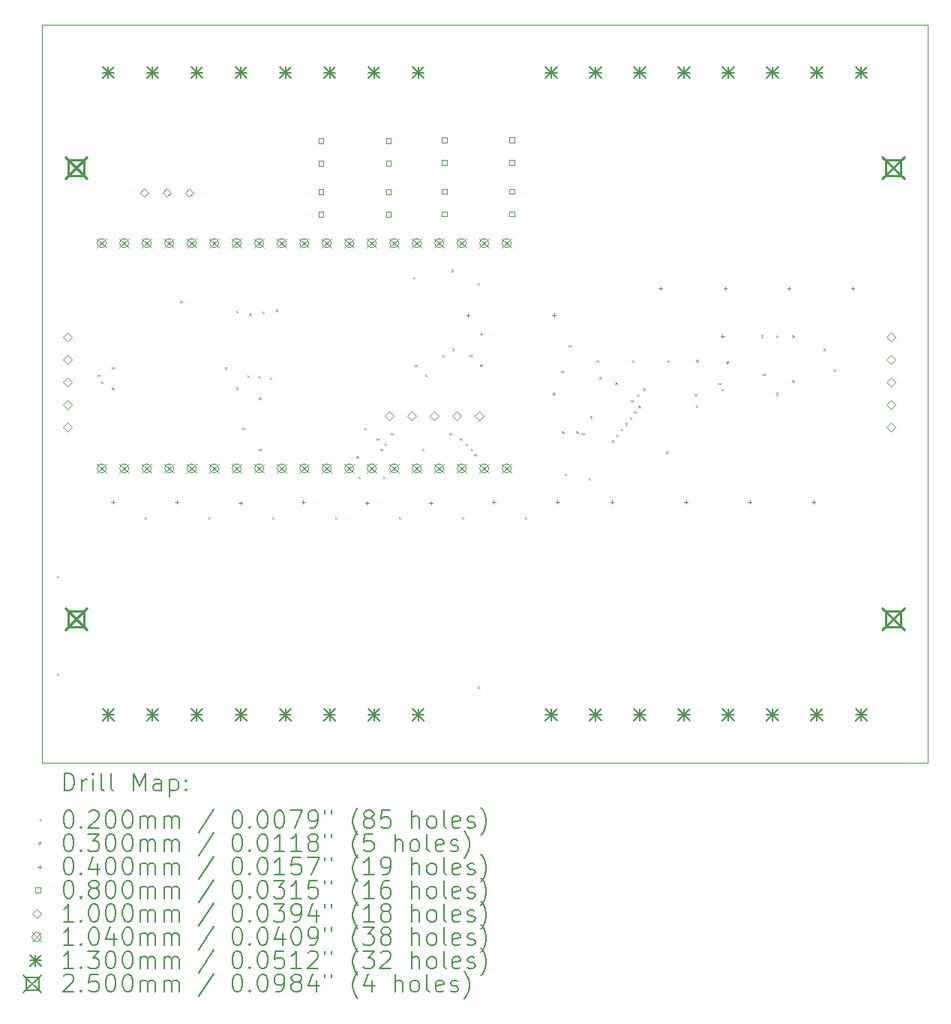
<source format=gbr>
%TF.GenerationSoftware,KiCad,Pcbnew,8.0.0*%
%TF.CreationDate,2024-08-19T20:06:30+02:00*%
%TF.ProjectId,led_stairs_controller,6c65645f-7374-4616-9972-735f636f6e74,V0.3*%
%TF.SameCoordinates,Original*%
%TF.FileFunction,Drillmap*%
%TF.FilePolarity,Positive*%
%FSLAX45Y45*%
G04 Gerber Fmt 4.5, Leading zero omitted, Abs format (unit mm)*
G04 Created by KiCad (PCBNEW 8.0.0) date 2024-08-19 20:06:30*
%MOMM*%
%LPD*%
G01*
G04 APERTURE LIST*
%ADD10C,0.120000*%
%ADD11C,0.200000*%
%ADD12C,0.100000*%
%ADD13C,0.104000*%
%ADD14C,0.130000*%
%ADD15C,0.250000*%
G04 APERTURE END LIST*
D10*
X10117500Y-5574500D02*
X10117500Y-13899500D01*
X10117500Y-13899500D02*
X20117500Y-13899500D01*
X20117500Y-5574500D02*
X10117500Y-5574500D01*
X20117500Y-13899500D02*
X20117500Y-5574500D01*
D11*
D12*
X10290000Y-11790000D02*
X10310000Y-11810000D01*
X10310000Y-11790000D02*
X10290000Y-11810000D01*
X10290000Y-12890000D02*
X10310000Y-12910000D01*
X10310000Y-12890000D02*
X10290000Y-12910000D01*
X10750000Y-9520000D02*
X10770000Y-9540000D01*
X10770000Y-9520000D02*
X10750000Y-9540000D01*
X10788000Y-9598000D02*
X10808000Y-9618000D01*
X10808000Y-9598000D02*
X10788000Y-9618000D01*
X10911000Y-9434000D02*
X10931000Y-9454000D01*
X10931000Y-9434000D02*
X10911000Y-9454000D01*
X10911000Y-9670000D02*
X10931000Y-9690000D01*
X10931000Y-9670000D02*
X10911000Y-9690000D01*
X11280000Y-11130000D02*
X11300000Y-11150000D01*
X11300000Y-11130000D02*
X11280000Y-11150000D01*
X11680000Y-8690000D02*
X11700000Y-8710000D01*
X11700000Y-8690000D02*
X11680000Y-8710000D01*
X12000000Y-11130000D02*
X12020000Y-11150000D01*
X12020000Y-11130000D02*
X12000000Y-11150000D01*
X12186250Y-9440000D02*
X12206250Y-9460000D01*
X12206250Y-9440000D02*
X12186250Y-9460000D01*
X12310000Y-8800000D02*
X12330000Y-8820000D01*
X12330000Y-8800000D02*
X12310000Y-8820000D01*
X12313250Y-9670000D02*
X12333250Y-9690000D01*
X12333250Y-9670000D02*
X12313250Y-9690000D01*
X12382500Y-10120000D02*
X12402500Y-10140000D01*
X12402500Y-10120000D02*
X12382500Y-10140000D01*
X12440250Y-9530000D02*
X12460250Y-9550000D01*
X12460250Y-9530000D02*
X12440250Y-9550000D01*
X12460000Y-8830000D02*
X12480000Y-8850000D01*
X12480000Y-8830000D02*
X12460000Y-8850000D01*
X12567250Y-9540000D02*
X12587250Y-9560000D01*
X12587250Y-9540000D02*
X12567250Y-9560000D01*
X12570000Y-9780000D02*
X12590000Y-9800000D01*
X12590000Y-9780000D02*
X12570000Y-9800000D01*
X12570000Y-10360000D02*
X12590000Y-10380000D01*
X12590000Y-10360000D02*
X12570000Y-10380000D01*
X12610000Y-8810000D02*
X12630000Y-8830000D01*
X12630000Y-8810000D02*
X12610000Y-8830000D01*
X12694250Y-9555750D02*
X12714250Y-9575750D01*
X12714250Y-9555750D02*
X12694250Y-9575750D01*
X12720000Y-11130000D02*
X12740000Y-11150000D01*
X12740000Y-11130000D02*
X12720000Y-11150000D01*
X12760000Y-8790000D02*
X12780000Y-8810000D01*
X12780000Y-8790000D02*
X12760000Y-8810000D01*
X13430000Y-11130000D02*
X13450000Y-11150000D01*
X13450000Y-11130000D02*
X13430000Y-11150000D01*
X13670000Y-10440000D02*
X13690000Y-10460000D01*
X13690000Y-10440000D02*
X13670000Y-10460000D01*
X13690000Y-10670000D02*
X13710000Y-10690000D01*
X13710000Y-10670000D02*
X13690000Y-10690000D01*
X13760000Y-10120000D02*
X13780000Y-10140000D01*
X13780000Y-10120000D02*
X13760000Y-10140000D01*
X13900000Y-10240000D02*
X13920000Y-10260000D01*
X13920000Y-10240000D02*
X13900000Y-10260000D01*
X13940000Y-10360000D02*
X13960000Y-10380000D01*
X13960000Y-10360000D02*
X13940000Y-10380000D01*
X13970000Y-10670000D02*
X13990000Y-10690000D01*
X13990000Y-10670000D02*
X13970000Y-10690000D01*
X13990000Y-10300000D02*
X14010000Y-10320000D01*
X14010000Y-10300000D02*
X13990000Y-10320000D01*
X14060000Y-10180000D02*
X14080000Y-10200000D01*
X14080000Y-10180000D02*
X14060000Y-10200000D01*
X14150000Y-11130000D02*
X14170000Y-11150000D01*
X14170000Y-11130000D02*
X14150000Y-11150000D01*
X14310000Y-8420000D02*
X14330000Y-8440000D01*
X14330000Y-8420000D02*
X14310000Y-8440000D01*
X14330000Y-9410000D02*
X14350000Y-9430000D01*
X14350000Y-9410000D02*
X14330000Y-9430000D01*
X14410000Y-10360000D02*
X14430000Y-10380000D01*
X14430000Y-10360000D02*
X14410000Y-10380000D01*
X14442500Y-9522500D02*
X14462500Y-9542500D01*
X14462500Y-9522500D02*
X14442500Y-9542500D01*
X14640000Y-9300000D02*
X14660000Y-9320000D01*
X14660000Y-9300000D02*
X14640000Y-9320000D01*
X14720000Y-10180000D02*
X14740000Y-10200000D01*
X14740000Y-10180000D02*
X14720000Y-10200000D01*
X14740000Y-8340000D02*
X14760000Y-8360000D01*
X14760000Y-8340000D02*
X14740000Y-8360000D01*
X14750000Y-9230000D02*
X14770000Y-9250000D01*
X14770000Y-9230000D02*
X14750000Y-9250000D01*
X14840000Y-10240000D02*
X14860000Y-10260000D01*
X14860000Y-10240000D02*
X14840000Y-10260000D01*
X14860000Y-11130000D02*
X14880000Y-11150000D01*
X14880000Y-11130000D02*
X14860000Y-11150000D01*
X14900000Y-10300000D02*
X14920000Y-10320000D01*
X14920000Y-10300000D02*
X14900000Y-10320000D01*
X14950000Y-9300000D02*
X14970000Y-9320000D01*
X14970000Y-9300000D02*
X14950000Y-9320000D01*
X14960000Y-10360000D02*
X14980000Y-10380000D01*
X14980000Y-10360000D02*
X14960000Y-10380000D01*
X15000000Y-10420000D02*
X15020000Y-10440000D01*
X15020000Y-10420000D02*
X15000000Y-10440000D01*
X15040000Y-8490000D02*
X15060000Y-8510000D01*
X15060000Y-8490000D02*
X15040000Y-8510000D01*
X15040000Y-13040000D02*
X15060000Y-13060000D01*
X15060000Y-13040000D02*
X15040000Y-13060000D01*
X15570000Y-11130000D02*
X15590000Y-11150000D01*
X15590000Y-11130000D02*
X15570000Y-11150000D01*
X15982500Y-9477500D02*
X16002500Y-9497500D01*
X16002500Y-9477500D02*
X15982500Y-9497500D01*
X15990000Y-10160000D02*
X16010000Y-10180000D01*
X16010000Y-10160000D02*
X15990000Y-10180000D01*
X16020000Y-10640000D02*
X16040000Y-10660000D01*
X16040000Y-10640000D02*
X16020000Y-10660000D01*
X16067500Y-9190000D02*
X16087500Y-9210000D01*
X16087500Y-9190000D02*
X16067500Y-9210000D01*
X16150000Y-10160000D02*
X16170000Y-10180000D01*
X16170000Y-10160000D02*
X16150000Y-10180000D01*
X16220000Y-10180000D02*
X16240000Y-10200000D01*
X16240000Y-10180000D02*
X16220000Y-10200000D01*
X16290000Y-10690000D02*
X16310000Y-10710000D01*
X16310000Y-10690000D02*
X16290000Y-10710000D01*
X16310000Y-9990000D02*
X16330000Y-10010000D01*
X16330000Y-9990000D02*
X16310000Y-10010000D01*
X16380000Y-9360000D02*
X16400000Y-9380000D01*
X16400000Y-9360000D02*
X16380000Y-9380000D01*
X16410000Y-9550000D02*
X16430000Y-9570000D01*
X16430000Y-9550000D02*
X16410000Y-9570000D01*
X16554250Y-10262500D02*
X16574250Y-10282500D01*
X16574250Y-10262500D02*
X16554250Y-10282500D01*
X16590000Y-9610000D02*
X16610000Y-9630000D01*
X16610000Y-9610000D02*
X16590000Y-9630000D01*
X16604250Y-10197500D02*
X16624250Y-10217500D01*
X16624250Y-10197500D02*
X16604250Y-10217500D01*
X16654250Y-10132500D02*
X16674250Y-10152500D01*
X16674250Y-10132500D02*
X16654250Y-10152500D01*
X16704250Y-10067500D02*
X16724250Y-10087500D01*
X16724250Y-10067500D02*
X16704250Y-10087500D01*
X16754250Y-10002500D02*
X16774250Y-10022500D01*
X16774250Y-10002500D02*
X16754250Y-10022500D01*
X16770000Y-9810000D02*
X16790000Y-9830000D01*
X16790000Y-9810000D02*
X16770000Y-9830000D01*
X16780000Y-9360000D02*
X16800000Y-9380000D01*
X16800000Y-9360000D02*
X16780000Y-9380000D01*
X16804250Y-9937500D02*
X16824250Y-9957500D01*
X16824250Y-9937500D02*
X16804250Y-9957500D01*
X16840000Y-9740000D02*
X16860000Y-9760000D01*
X16860000Y-9740000D02*
X16840000Y-9760000D01*
X16854250Y-9872500D02*
X16874250Y-9892500D01*
X16874250Y-9872500D02*
X16854250Y-9892500D01*
X16910000Y-9677500D02*
X16930000Y-9697500D01*
X16930000Y-9677500D02*
X16910000Y-9697500D01*
X17164250Y-10390000D02*
X17184250Y-10410000D01*
X17184250Y-10390000D02*
X17164250Y-10410000D01*
X17180000Y-9360000D02*
X17200000Y-9380000D01*
X17200000Y-9360000D02*
X17180000Y-9380000D01*
X17490000Y-9742500D02*
X17510000Y-9762500D01*
X17510000Y-9742500D02*
X17490000Y-9762500D01*
X17500000Y-9870000D02*
X17520000Y-9890000D01*
X17520000Y-9870000D02*
X17500000Y-9890000D01*
X17760000Y-9612500D02*
X17780000Y-9632500D01*
X17780000Y-9612500D02*
X17760000Y-9632500D01*
X17790000Y-9680000D02*
X17810000Y-9700000D01*
X17810000Y-9680000D02*
X17790000Y-9700000D01*
X18240000Y-9078000D02*
X18260000Y-9098000D01*
X18260000Y-9078000D02*
X18240000Y-9098000D01*
X18260000Y-9511250D02*
X18280000Y-9531250D01*
X18280000Y-9511250D02*
X18260000Y-9531250D01*
X18410000Y-9080000D02*
X18430000Y-9100000D01*
X18430000Y-9080000D02*
X18410000Y-9100000D01*
X18410000Y-9730000D02*
X18430000Y-9750000D01*
X18430000Y-9730000D02*
X18410000Y-9750000D01*
X18590000Y-9078000D02*
X18610000Y-9098000D01*
X18610000Y-9078000D02*
X18590000Y-9098000D01*
X18590000Y-9586000D02*
X18610000Y-9606000D01*
X18610000Y-9586000D02*
X18590000Y-9606000D01*
X18940000Y-9230000D02*
X18960000Y-9250000D01*
X18960000Y-9230000D02*
X18940000Y-9250000D01*
X19060000Y-9460000D02*
X19080000Y-9480000D01*
X19080000Y-9460000D02*
X19060000Y-9480000D01*
X15095000Y-9070000D02*
G75*
G02*
X15065000Y-9070000I-15000J0D01*
G01*
X15065000Y-9070000D02*
G75*
G02*
X15095000Y-9070000I15000J0D01*
G01*
X15095000Y-9420000D02*
G75*
G02*
X15065000Y-9420000I-15000J0D01*
G01*
X15065000Y-9420000D02*
G75*
G02*
X15095000Y-9420000I15000J0D01*
G01*
X15915000Y-9740000D02*
G75*
G02*
X15885000Y-9740000I-15000J0D01*
G01*
X15885000Y-9740000D02*
G75*
G02*
X15915000Y-9740000I15000J0D01*
G01*
X17535000Y-9370000D02*
G75*
G02*
X17505000Y-9370000I-15000J0D01*
G01*
X17505000Y-9370000D02*
G75*
G02*
X17535000Y-9370000I15000J0D01*
G01*
X17875000Y-9390000D02*
G75*
G02*
X17845000Y-9390000I-15000J0D01*
G01*
X17845000Y-9390000D02*
G75*
G02*
X17875000Y-9390000I15000J0D01*
G01*
X10922000Y-10940000D02*
X10922000Y-10980000D01*
X10902000Y-10960000D02*
X10942000Y-10960000D01*
X11640000Y-10940000D02*
X11640000Y-10980000D01*
X11620000Y-10960000D02*
X11660000Y-10960000D01*
X12360000Y-10950000D02*
X12360000Y-10990000D01*
X12340000Y-10970000D02*
X12380000Y-10970000D01*
X13070000Y-10940000D02*
X13070000Y-10980000D01*
X13050000Y-10960000D02*
X13090000Y-10960000D01*
X13790000Y-10950000D02*
X13790000Y-10990000D01*
X13770000Y-10970000D02*
X13810000Y-10970000D01*
X14510000Y-10950000D02*
X14510000Y-10990000D01*
X14490000Y-10970000D02*
X14530000Y-10970000D01*
X14930000Y-8830000D02*
X14930000Y-8870000D01*
X14910000Y-8850000D02*
X14950000Y-8850000D01*
X15220000Y-10940000D02*
X15220000Y-10980000D01*
X15200000Y-10960000D02*
X15240000Y-10960000D01*
X15900000Y-8830000D02*
X15900000Y-8870000D01*
X15880000Y-8850000D02*
X15920000Y-8850000D01*
X15940000Y-10940000D02*
X15940000Y-10980000D01*
X15920000Y-10960000D02*
X15960000Y-10960000D01*
X16554000Y-10940000D02*
X16554000Y-10980000D01*
X16534000Y-10960000D02*
X16574000Y-10960000D01*
X17102000Y-8530000D02*
X17102000Y-8570000D01*
X17082000Y-8550000D02*
X17122000Y-8550000D01*
X17390000Y-10940000D02*
X17390000Y-10980000D01*
X17370000Y-10960000D02*
X17410000Y-10960000D01*
X17802000Y-9068000D02*
X17802000Y-9108000D01*
X17782000Y-9088000D02*
X17822000Y-9088000D01*
X17832000Y-8530000D02*
X17832000Y-8570000D01*
X17812000Y-8550000D02*
X17852000Y-8550000D01*
X18110000Y-10940000D02*
X18110000Y-10980000D01*
X18090000Y-10960000D02*
X18130000Y-10960000D01*
X18552000Y-8530000D02*
X18552000Y-8570000D01*
X18532000Y-8550000D02*
X18572000Y-8550000D01*
X18830000Y-10940000D02*
X18830000Y-10980000D01*
X18810000Y-10960000D02*
X18850000Y-10960000D01*
X19272000Y-8530000D02*
X19272000Y-8570000D01*
X19252000Y-8550000D02*
X19292000Y-8550000D01*
X13298284Y-6910784D02*
X13298284Y-6854215D01*
X13241715Y-6854215D01*
X13241715Y-6910784D01*
X13298284Y-6910784D01*
X13298284Y-7164784D02*
X13298284Y-7108215D01*
X13241715Y-7108215D01*
X13241715Y-7164784D01*
X13298284Y-7164784D01*
X13298284Y-7490784D02*
X13298284Y-7434215D01*
X13241715Y-7434215D01*
X13241715Y-7490784D01*
X13298284Y-7490784D01*
X13298284Y-7744784D02*
X13298284Y-7688215D01*
X13241715Y-7688215D01*
X13241715Y-7744784D01*
X13298284Y-7744784D01*
X14060284Y-6910784D02*
X14060284Y-6854215D01*
X14003715Y-6854215D01*
X14003715Y-6910784D01*
X14060284Y-6910784D01*
X14060284Y-7164784D02*
X14060284Y-7108215D01*
X14003715Y-7108215D01*
X14003715Y-7164784D01*
X14060284Y-7164784D01*
X14060284Y-7490784D02*
X14060284Y-7434215D01*
X14003715Y-7434215D01*
X14003715Y-7490784D01*
X14060284Y-7490784D01*
X14060284Y-7744784D02*
X14060284Y-7688215D01*
X14003715Y-7688215D01*
X14003715Y-7744784D01*
X14060284Y-7744784D01*
X14688284Y-6904284D02*
X14688284Y-6847715D01*
X14631715Y-6847715D01*
X14631715Y-6904284D01*
X14688284Y-6904284D01*
X14688284Y-7158284D02*
X14688284Y-7101715D01*
X14631715Y-7101715D01*
X14631715Y-7158284D01*
X14688284Y-7158284D01*
X14688284Y-7484284D02*
X14688284Y-7427715D01*
X14631715Y-7427715D01*
X14631715Y-7484284D01*
X14688284Y-7484284D01*
X14688284Y-7738284D02*
X14688284Y-7681715D01*
X14631715Y-7681715D01*
X14631715Y-7738284D01*
X14688284Y-7738284D01*
X15450284Y-6904284D02*
X15450284Y-6847715D01*
X15393715Y-6847715D01*
X15393715Y-6904284D01*
X15450284Y-6904284D01*
X15450284Y-7158284D02*
X15450284Y-7101715D01*
X15393715Y-7101715D01*
X15393715Y-7158284D01*
X15450284Y-7158284D01*
X15450284Y-7484284D02*
X15450284Y-7427715D01*
X15393715Y-7427715D01*
X15393715Y-7484284D01*
X15450284Y-7484284D01*
X15450284Y-7738284D02*
X15450284Y-7681715D01*
X15393715Y-7681715D01*
X15393715Y-7738284D01*
X15450284Y-7738284D01*
X10410000Y-9150000D02*
X10460000Y-9100000D01*
X10410000Y-9050000D01*
X10360000Y-9100000D01*
X10410000Y-9150000D01*
X10410000Y-9404000D02*
X10460000Y-9354000D01*
X10410000Y-9304000D01*
X10360000Y-9354000D01*
X10410000Y-9404000D01*
X10410000Y-9658000D02*
X10460000Y-9608000D01*
X10410000Y-9558000D01*
X10360000Y-9608000D01*
X10410000Y-9658000D01*
X10410000Y-9912000D02*
X10460000Y-9862000D01*
X10410000Y-9812000D01*
X10360000Y-9862000D01*
X10410000Y-9912000D01*
X10410000Y-10166000D02*
X10460000Y-10116000D01*
X10410000Y-10066000D01*
X10360000Y-10116000D01*
X10410000Y-10166000D01*
X11275300Y-7520000D02*
X11325300Y-7470000D01*
X11275300Y-7420000D01*
X11225300Y-7470000D01*
X11275300Y-7520000D01*
X11529300Y-7520000D02*
X11579300Y-7470000D01*
X11529300Y-7420000D01*
X11479300Y-7470000D01*
X11529300Y-7520000D01*
X11783300Y-7520000D02*
X11833300Y-7470000D01*
X11783300Y-7420000D01*
X11733300Y-7470000D01*
X11783300Y-7520000D01*
X14040000Y-10036000D02*
X14090000Y-9986000D01*
X14040000Y-9936000D01*
X13990000Y-9986000D01*
X14040000Y-10036000D01*
X14294000Y-10036000D02*
X14344000Y-9986000D01*
X14294000Y-9936000D01*
X14244000Y-9986000D01*
X14294000Y-10036000D01*
X14548000Y-10036000D02*
X14598000Y-9986000D01*
X14548000Y-9936000D01*
X14498000Y-9986000D01*
X14548000Y-10036000D01*
X14802000Y-10036000D02*
X14852000Y-9986000D01*
X14802000Y-9936000D01*
X14752000Y-9986000D01*
X14802000Y-10036000D01*
X15056000Y-10036000D02*
X15106000Y-9986000D01*
X15056000Y-9936000D01*
X15006000Y-9986000D01*
X15056000Y-10036000D01*
X19702500Y-9150000D02*
X19752500Y-9100000D01*
X19702500Y-9050000D01*
X19652500Y-9100000D01*
X19702500Y-9150000D01*
X19702500Y-9404000D02*
X19752500Y-9354000D01*
X19702500Y-9304000D01*
X19652500Y-9354000D01*
X19702500Y-9404000D01*
X19702500Y-9658000D02*
X19752500Y-9608000D01*
X19702500Y-9558000D01*
X19652500Y-9608000D01*
X19702500Y-9658000D01*
X19702500Y-9912000D02*
X19752500Y-9862000D01*
X19702500Y-9812000D01*
X19652500Y-9862000D01*
X19702500Y-9912000D01*
X19702500Y-10166000D02*
X19752500Y-10116000D01*
X19702500Y-10066000D01*
X19652500Y-10116000D01*
X19702500Y-10166000D01*
D13*
X10742000Y-7988000D02*
X10846000Y-8092000D01*
X10846000Y-7988000D02*
X10742000Y-8092000D01*
X10846000Y-8040000D02*
G75*
G02*
X10742000Y-8040000I-52000J0D01*
G01*
X10742000Y-8040000D02*
G75*
G02*
X10846000Y-8040000I52000J0D01*
G01*
X10742000Y-10528000D02*
X10846000Y-10632000D01*
X10846000Y-10528000D02*
X10742000Y-10632000D01*
X10846000Y-10580000D02*
G75*
G02*
X10742000Y-10580000I-52000J0D01*
G01*
X10742000Y-10580000D02*
G75*
G02*
X10846000Y-10580000I52000J0D01*
G01*
X10996000Y-7988000D02*
X11100000Y-8092000D01*
X11100000Y-7988000D02*
X10996000Y-8092000D01*
X11100000Y-8040000D02*
G75*
G02*
X10996000Y-8040000I-52000J0D01*
G01*
X10996000Y-8040000D02*
G75*
G02*
X11100000Y-8040000I52000J0D01*
G01*
X10996000Y-10528000D02*
X11100000Y-10632000D01*
X11100000Y-10528000D02*
X10996000Y-10632000D01*
X11100000Y-10580000D02*
G75*
G02*
X10996000Y-10580000I-52000J0D01*
G01*
X10996000Y-10580000D02*
G75*
G02*
X11100000Y-10580000I52000J0D01*
G01*
X11250000Y-7988000D02*
X11354000Y-8092000D01*
X11354000Y-7988000D02*
X11250000Y-8092000D01*
X11354000Y-8040000D02*
G75*
G02*
X11250000Y-8040000I-52000J0D01*
G01*
X11250000Y-8040000D02*
G75*
G02*
X11354000Y-8040000I52000J0D01*
G01*
X11250000Y-10528000D02*
X11354000Y-10632000D01*
X11354000Y-10528000D02*
X11250000Y-10632000D01*
X11354000Y-10580000D02*
G75*
G02*
X11250000Y-10580000I-52000J0D01*
G01*
X11250000Y-10580000D02*
G75*
G02*
X11354000Y-10580000I52000J0D01*
G01*
X11504000Y-7988000D02*
X11608000Y-8092000D01*
X11608000Y-7988000D02*
X11504000Y-8092000D01*
X11608000Y-8040000D02*
G75*
G02*
X11504000Y-8040000I-52000J0D01*
G01*
X11504000Y-8040000D02*
G75*
G02*
X11608000Y-8040000I52000J0D01*
G01*
X11504000Y-10528000D02*
X11608000Y-10632000D01*
X11608000Y-10528000D02*
X11504000Y-10632000D01*
X11608000Y-10580000D02*
G75*
G02*
X11504000Y-10580000I-52000J0D01*
G01*
X11504000Y-10580000D02*
G75*
G02*
X11608000Y-10580000I52000J0D01*
G01*
X11758000Y-7988000D02*
X11862000Y-8092000D01*
X11862000Y-7988000D02*
X11758000Y-8092000D01*
X11862000Y-8040000D02*
G75*
G02*
X11758000Y-8040000I-52000J0D01*
G01*
X11758000Y-8040000D02*
G75*
G02*
X11862000Y-8040000I52000J0D01*
G01*
X11758000Y-10528000D02*
X11862000Y-10632000D01*
X11862000Y-10528000D02*
X11758000Y-10632000D01*
X11862000Y-10580000D02*
G75*
G02*
X11758000Y-10580000I-52000J0D01*
G01*
X11758000Y-10580000D02*
G75*
G02*
X11862000Y-10580000I52000J0D01*
G01*
X12012000Y-7988000D02*
X12116000Y-8092000D01*
X12116000Y-7988000D02*
X12012000Y-8092000D01*
X12116000Y-8040000D02*
G75*
G02*
X12012000Y-8040000I-52000J0D01*
G01*
X12012000Y-8040000D02*
G75*
G02*
X12116000Y-8040000I52000J0D01*
G01*
X12012000Y-10528000D02*
X12116000Y-10632000D01*
X12116000Y-10528000D02*
X12012000Y-10632000D01*
X12116000Y-10580000D02*
G75*
G02*
X12012000Y-10580000I-52000J0D01*
G01*
X12012000Y-10580000D02*
G75*
G02*
X12116000Y-10580000I52000J0D01*
G01*
X12266000Y-7988000D02*
X12370000Y-8092000D01*
X12370000Y-7988000D02*
X12266000Y-8092000D01*
X12370000Y-8040000D02*
G75*
G02*
X12266000Y-8040000I-52000J0D01*
G01*
X12266000Y-8040000D02*
G75*
G02*
X12370000Y-8040000I52000J0D01*
G01*
X12266000Y-10528000D02*
X12370000Y-10632000D01*
X12370000Y-10528000D02*
X12266000Y-10632000D01*
X12370000Y-10580000D02*
G75*
G02*
X12266000Y-10580000I-52000J0D01*
G01*
X12266000Y-10580000D02*
G75*
G02*
X12370000Y-10580000I52000J0D01*
G01*
X12520000Y-7988000D02*
X12624000Y-8092000D01*
X12624000Y-7988000D02*
X12520000Y-8092000D01*
X12624000Y-8040000D02*
G75*
G02*
X12520000Y-8040000I-52000J0D01*
G01*
X12520000Y-8040000D02*
G75*
G02*
X12624000Y-8040000I52000J0D01*
G01*
X12520000Y-10528000D02*
X12624000Y-10632000D01*
X12624000Y-10528000D02*
X12520000Y-10632000D01*
X12624000Y-10580000D02*
G75*
G02*
X12520000Y-10580000I-52000J0D01*
G01*
X12520000Y-10580000D02*
G75*
G02*
X12624000Y-10580000I52000J0D01*
G01*
X12774000Y-7988000D02*
X12878000Y-8092000D01*
X12878000Y-7988000D02*
X12774000Y-8092000D01*
X12878000Y-8040000D02*
G75*
G02*
X12774000Y-8040000I-52000J0D01*
G01*
X12774000Y-8040000D02*
G75*
G02*
X12878000Y-8040000I52000J0D01*
G01*
X12774000Y-10528000D02*
X12878000Y-10632000D01*
X12878000Y-10528000D02*
X12774000Y-10632000D01*
X12878000Y-10580000D02*
G75*
G02*
X12774000Y-10580000I-52000J0D01*
G01*
X12774000Y-10580000D02*
G75*
G02*
X12878000Y-10580000I52000J0D01*
G01*
X13028000Y-7988000D02*
X13132000Y-8092000D01*
X13132000Y-7988000D02*
X13028000Y-8092000D01*
X13132000Y-8040000D02*
G75*
G02*
X13028000Y-8040000I-52000J0D01*
G01*
X13028000Y-8040000D02*
G75*
G02*
X13132000Y-8040000I52000J0D01*
G01*
X13028000Y-10528000D02*
X13132000Y-10632000D01*
X13132000Y-10528000D02*
X13028000Y-10632000D01*
X13132000Y-10580000D02*
G75*
G02*
X13028000Y-10580000I-52000J0D01*
G01*
X13028000Y-10580000D02*
G75*
G02*
X13132000Y-10580000I52000J0D01*
G01*
X13282000Y-7988000D02*
X13386000Y-8092000D01*
X13386000Y-7988000D02*
X13282000Y-8092000D01*
X13386000Y-8040000D02*
G75*
G02*
X13282000Y-8040000I-52000J0D01*
G01*
X13282000Y-8040000D02*
G75*
G02*
X13386000Y-8040000I52000J0D01*
G01*
X13282000Y-10528000D02*
X13386000Y-10632000D01*
X13386000Y-10528000D02*
X13282000Y-10632000D01*
X13386000Y-10580000D02*
G75*
G02*
X13282000Y-10580000I-52000J0D01*
G01*
X13282000Y-10580000D02*
G75*
G02*
X13386000Y-10580000I52000J0D01*
G01*
X13536000Y-7988000D02*
X13640000Y-8092000D01*
X13640000Y-7988000D02*
X13536000Y-8092000D01*
X13640000Y-8040000D02*
G75*
G02*
X13536000Y-8040000I-52000J0D01*
G01*
X13536000Y-8040000D02*
G75*
G02*
X13640000Y-8040000I52000J0D01*
G01*
X13536000Y-10528000D02*
X13640000Y-10632000D01*
X13640000Y-10528000D02*
X13536000Y-10632000D01*
X13640000Y-10580000D02*
G75*
G02*
X13536000Y-10580000I-52000J0D01*
G01*
X13536000Y-10580000D02*
G75*
G02*
X13640000Y-10580000I52000J0D01*
G01*
X13790000Y-7988000D02*
X13894000Y-8092000D01*
X13894000Y-7988000D02*
X13790000Y-8092000D01*
X13894000Y-8040000D02*
G75*
G02*
X13790000Y-8040000I-52000J0D01*
G01*
X13790000Y-8040000D02*
G75*
G02*
X13894000Y-8040000I52000J0D01*
G01*
X13790000Y-10528000D02*
X13894000Y-10632000D01*
X13894000Y-10528000D02*
X13790000Y-10632000D01*
X13894000Y-10580000D02*
G75*
G02*
X13790000Y-10580000I-52000J0D01*
G01*
X13790000Y-10580000D02*
G75*
G02*
X13894000Y-10580000I52000J0D01*
G01*
X14044000Y-7988000D02*
X14148000Y-8092000D01*
X14148000Y-7988000D02*
X14044000Y-8092000D01*
X14148000Y-8040000D02*
G75*
G02*
X14044000Y-8040000I-52000J0D01*
G01*
X14044000Y-8040000D02*
G75*
G02*
X14148000Y-8040000I52000J0D01*
G01*
X14044000Y-10528000D02*
X14148000Y-10632000D01*
X14148000Y-10528000D02*
X14044000Y-10632000D01*
X14148000Y-10580000D02*
G75*
G02*
X14044000Y-10580000I-52000J0D01*
G01*
X14044000Y-10580000D02*
G75*
G02*
X14148000Y-10580000I52000J0D01*
G01*
X14298000Y-7988000D02*
X14402000Y-8092000D01*
X14402000Y-7988000D02*
X14298000Y-8092000D01*
X14402000Y-8040000D02*
G75*
G02*
X14298000Y-8040000I-52000J0D01*
G01*
X14298000Y-8040000D02*
G75*
G02*
X14402000Y-8040000I52000J0D01*
G01*
X14298000Y-10528000D02*
X14402000Y-10632000D01*
X14402000Y-10528000D02*
X14298000Y-10632000D01*
X14402000Y-10580000D02*
G75*
G02*
X14298000Y-10580000I-52000J0D01*
G01*
X14298000Y-10580000D02*
G75*
G02*
X14402000Y-10580000I52000J0D01*
G01*
X14552000Y-7988000D02*
X14656000Y-8092000D01*
X14656000Y-7988000D02*
X14552000Y-8092000D01*
X14656000Y-8040000D02*
G75*
G02*
X14552000Y-8040000I-52000J0D01*
G01*
X14552000Y-8040000D02*
G75*
G02*
X14656000Y-8040000I52000J0D01*
G01*
X14552000Y-10528000D02*
X14656000Y-10632000D01*
X14656000Y-10528000D02*
X14552000Y-10632000D01*
X14656000Y-10580000D02*
G75*
G02*
X14552000Y-10580000I-52000J0D01*
G01*
X14552000Y-10580000D02*
G75*
G02*
X14656000Y-10580000I52000J0D01*
G01*
X14806000Y-7988000D02*
X14910000Y-8092000D01*
X14910000Y-7988000D02*
X14806000Y-8092000D01*
X14910000Y-8040000D02*
G75*
G02*
X14806000Y-8040000I-52000J0D01*
G01*
X14806000Y-8040000D02*
G75*
G02*
X14910000Y-8040000I52000J0D01*
G01*
X14806000Y-10528000D02*
X14910000Y-10632000D01*
X14910000Y-10528000D02*
X14806000Y-10632000D01*
X14910000Y-10580000D02*
G75*
G02*
X14806000Y-10580000I-52000J0D01*
G01*
X14806000Y-10580000D02*
G75*
G02*
X14910000Y-10580000I52000J0D01*
G01*
X15060000Y-7988000D02*
X15164000Y-8092000D01*
X15164000Y-7988000D02*
X15060000Y-8092000D01*
X15164000Y-8040000D02*
G75*
G02*
X15060000Y-8040000I-52000J0D01*
G01*
X15060000Y-8040000D02*
G75*
G02*
X15164000Y-8040000I52000J0D01*
G01*
X15060000Y-10528000D02*
X15164000Y-10632000D01*
X15164000Y-10528000D02*
X15060000Y-10632000D01*
X15164000Y-10580000D02*
G75*
G02*
X15060000Y-10580000I-52000J0D01*
G01*
X15060000Y-10580000D02*
G75*
G02*
X15164000Y-10580000I52000J0D01*
G01*
X15314000Y-7988000D02*
X15418000Y-8092000D01*
X15418000Y-7988000D02*
X15314000Y-8092000D01*
X15418000Y-8040000D02*
G75*
G02*
X15314000Y-8040000I-52000J0D01*
G01*
X15314000Y-8040000D02*
G75*
G02*
X15418000Y-8040000I52000J0D01*
G01*
X15314000Y-10528000D02*
X15418000Y-10632000D01*
X15418000Y-10528000D02*
X15314000Y-10632000D01*
X15418000Y-10580000D02*
G75*
G02*
X15314000Y-10580000I-52000J0D01*
G01*
X15314000Y-10580000D02*
G75*
G02*
X15418000Y-10580000I52000J0D01*
G01*
D14*
X10802500Y-6051000D02*
X10932500Y-6181000D01*
X10932500Y-6051000D02*
X10802500Y-6181000D01*
X10867500Y-6051000D02*
X10867500Y-6181000D01*
X10802500Y-6116000D02*
X10932500Y-6116000D01*
X10802500Y-13293000D02*
X10932500Y-13423000D01*
X10932500Y-13293000D02*
X10802500Y-13423000D01*
X10867500Y-13293000D02*
X10867500Y-13423000D01*
X10802500Y-13358000D02*
X10932500Y-13358000D01*
X11302500Y-6051000D02*
X11432500Y-6181000D01*
X11432500Y-6051000D02*
X11302500Y-6181000D01*
X11367500Y-6051000D02*
X11367500Y-6181000D01*
X11302500Y-6116000D02*
X11432500Y-6116000D01*
X11302500Y-13293000D02*
X11432500Y-13423000D01*
X11432500Y-13293000D02*
X11302500Y-13423000D01*
X11367500Y-13293000D02*
X11367500Y-13423000D01*
X11302500Y-13358000D02*
X11432500Y-13358000D01*
X11802500Y-6051000D02*
X11932500Y-6181000D01*
X11932500Y-6051000D02*
X11802500Y-6181000D01*
X11867500Y-6051000D02*
X11867500Y-6181000D01*
X11802500Y-6116000D02*
X11932500Y-6116000D01*
X11802500Y-13293000D02*
X11932500Y-13423000D01*
X11932500Y-13293000D02*
X11802500Y-13423000D01*
X11867500Y-13293000D02*
X11867500Y-13423000D01*
X11802500Y-13358000D02*
X11932500Y-13358000D01*
X12302500Y-6051000D02*
X12432500Y-6181000D01*
X12432500Y-6051000D02*
X12302500Y-6181000D01*
X12367500Y-6051000D02*
X12367500Y-6181000D01*
X12302500Y-6116000D02*
X12432500Y-6116000D01*
X12302500Y-13293000D02*
X12432500Y-13423000D01*
X12432500Y-13293000D02*
X12302500Y-13423000D01*
X12367500Y-13293000D02*
X12367500Y-13423000D01*
X12302500Y-13358000D02*
X12432500Y-13358000D01*
X12802500Y-6051000D02*
X12932500Y-6181000D01*
X12932500Y-6051000D02*
X12802500Y-6181000D01*
X12867500Y-6051000D02*
X12867500Y-6181000D01*
X12802500Y-6116000D02*
X12932500Y-6116000D01*
X12802500Y-13293000D02*
X12932500Y-13423000D01*
X12932500Y-13293000D02*
X12802500Y-13423000D01*
X12867500Y-13293000D02*
X12867500Y-13423000D01*
X12802500Y-13358000D02*
X12932500Y-13358000D01*
X13302500Y-6051000D02*
X13432500Y-6181000D01*
X13432500Y-6051000D02*
X13302500Y-6181000D01*
X13367500Y-6051000D02*
X13367500Y-6181000D01*
X13302500Y-6116000D02*
X13432500Y-6116000D01*
X13302500Y-13293000D02*
X13432500Y-13423000D01*
X13432500Y-13293000D02*
X13302500Y-13423000D01*
X13367500Y-13293000D02*
X13367500Y-13423000D01*
X13302500Y-13358000D02*
X13432500Y-13358000D01*
X13802500Y-6051000D02*
X13932500Y-6181000D01*
X13932500Y-6051000D02*
X13802500Y-6181000D01*
X13867500Y-6051000D02*
X13867500Y-6181000D01*
X13802500Y-6116000D02*
X13932500Y-6116000D01*
X13802500Y-13293000D02*
X13932500Y-13423000D01*
X13932500Y-13293000D02*
X13802500Y-13423000D01*
X13867500Y-13293000D02*
X13867500Y-13423000D01*
X13802500Y-13358000D02*
X13932500Y-13358000D01*
X14302500Y-6051000D02*
X14432500Y-6181000D01*
X14432500Y-6051000D02*
X14302500Y-6181000D01*
X14367500Y-6051000D02*
X14367500Y-6181000D01*
X14302500Y-6116000D02*
X14432500Y-6116000D01*
X14302500Y-13293000D02*
X14432500Y-13423000D01*
X14432500Y-13293000D02*
X14302500Y-13423000D01*
X14367500Y-13293000D02*
X14367500Y-13423000D01*
X14302500Y-13358000D02*
X14432500Y-13358000D01*
X15802500Y-6051000D02*
X15932500Y-6181000D01*
X15932500Y-6051000D02*
X15802500Y-6181000D01*
X15867500Y-6051000D02*
X15867500Y-6181000D01*
X15802500Y-6116000D02*
X15932500Y-6116000D01*
X15802500Y-13293000D02*
X15932500Y-13423000D01*
X15932500Y-13293000D02*
X15802500Y-13423000D01*
X15867500Y-13293000D02*
X15867500Y-13423000D01*
X15802500Y-13358000D02*
X15932500Y-13358000D01*
X16302500Y-6051000D02*
X16432500Y-6181000D01*
X16432500Y-6051000D02*
X16302500Y-6181000D01*
X16367500Y-6051000D02*
X16367500Y-6181000D01*
X16302500Y-6116000D02*
X16432500Y-6116000D01*
X16302500Y-13293000D02*
X16432500Y-13423000D01*
X16432500Y-13293000D02*
X16302500Y-13423000D01*
X16367500Y-13293000D02*
X16367500Y-13423000D01*
X16302500Y-13358000D02*
X16432500Y-13358000D01*
X16802500Y-6051000D02*
X16932500Y-6181000D01*
X16932500Y-6051000D02*
X16802500Y-6181000D01*
X16867500Y-6051000D02*
X16867500Y-6181000D01*
X16802500Y-6116000D02*
X16932500Y-6116000D01*
X16802500Y-13293000D02*
X16932500Y-13423000D01*
X16932500Y-13293000D02*
X16802500Y-13423000D01*
X16867500Y-13293000D02*
X16867500Y-13423000D01*
X16802500Y-13358000D02*
X16932500Y-13358000D01*
X17302500Y-6051000D02*
X17432500Y-6181000D01*
X17432500Y-6051000D02*
X17302500Y-6181000D01*
X17367500Y-6051000D02*
X17367500Y-6181000D01*
X17302500Y-6116000D02*
X17432500Y-6116000D01*
X17302500Y-13293000D02*
X17432500Y-13423000D01*
X17432500Y-13293000D02*
X17302500Y-13423000D01*
X17367500Y-13293000D02*
X17367500Y-13423000D01*
X17302500Y-13358000D02*
X17432500Y-13358000D01*
X17802500Y-6051000D02*
X17932500Y-6181000D01*
X17932500Y-6051000D02*
X17802500Y-6181000D01*
X17867500Y-6051000D02*
X17867500Y-6181000D01*
X17802500Y-6116000D02*
X17932500Y-6116000D01*
X17802500Y-13293000D02*
X17932500Y-13423000D01*
X17932500Y-13293000D02*
X17802500Y-13423000D01*
X17867500Y-13293000D02*
X17867500Y-13423000D01*
X17802500Y-13358000D02*
X17932500Y-13358000D01*
X18302500Y-6051000D02*
X18432500Y-6181000D01*
X18432500Y-6051000D02*
X18302500Y-6181000D01*
X18367500Y-6051000D02*
X18367500Y-6181000D01*
X18302500Y-6116000D02*
X18432500Y-6116000D01*
X18302500Y-13293000D02*
X18432500Y-13423000D01*
X18432500Y-13293000D02*
X18302500Y-13423000D01*
X18367500Y-13293000D02*
X18367500Y-13423000D01*
X18302500Y-13358000D02*
X18432500Y-13358000D01*
X18802500Y-6051000D02*
X18932500Y-6181000D01*
X18932500Y-6051000D02*
X18802500Y-6181000D01*
X18867500Y-6051000D02*
X18867500Y-6181000D01*
X18802500Y-6116000D02*
X18932500Y-6116000D01*
X18802500Y-13293000D02*
X18932500Y-13423000D01*
X18932500Y-13293000D02*
X18802500Y-13423000D01*
X18867500Y-13293000D02*
X18867500Y-13423000D01*
X18802500Y-13358000D02*
X18932500Y-13358000D01*
X19302500Y-6051000D02*
X19432500Y-6181000D01*
X19432500Y-6051000D02*
X19302500Y-6181000D01*
X19367500Y-6051000D02*
X19367500Y-6181000D01*
X19302500Y-6116000D02*
X19432500Y-6116000D01*
X19302500Y-13293000D02*
X19432500Y-13423000D01*
X19432500Y-13293000D02*
X19302500Y-13423000D01*
X19367500Y-13293000D02*
X19367500Y-13423000D01*
X19302500Y-13358000D02*
X19432500Y-13358000D01*
D15*
X10380000Y-7065000D02*
X10630000Y-7315000D01*
X10630000Y-7065000D02*
X10380000Y-7315000D01*
X10593389Y-7278389D02*
X10593389Y-7101611D01*
X10416611Y-7101611D01*
X10416611Y-7278389D01*
X10593389Y-7278389D01*
X10380000Y-12155000D02*
X10630000Y-12405000D01*
X10630000Y-12155000D02*
X10380000Y-12405000D01*
X10593389Y-12368389D02*
X10593389Y-12191611D01*
X10416611Y-12191611D01*
X10416611Y-12368389D01*
X10593389Y-12368389D01*
X19605000Y-7065000D02*
X19855000Y-7315000D01*
X19855000Y-7065000D02*
X19605000Y-7315000D01*
X19818389Y-7278389D02*
X19818389Y-7101611D01*
X19641611Y-7101611D01*
X19641611Y-7278389D01*
X19818389Y-7278389D01*
X19605000Y-12155000D02*
X19855000Y-12405000D01*
X19855000Y-12155000D02*
X19605000Y-12405000D01*
X19818389Y-12368389D02*
X19818389Y-12191611D01*
X19641611Y-12191611D01*
X19641611Y-12368389D01*
X19818389Y-12368389D01*
D11*
X10372277Y-14216984D02*
X10372277Y-14016984D01*
X10372277Y-14016984D02*
X10419896Y-14016984D01*
X10419896Y-14016984D02*
X10448467Y-14026508D01*
X10448467Y-14026508D02*
X10467515Y-14045555D01*
X10467515Y-14045555D02*
X10477039Y-14064603D01*
X10477039Y-14064603D02*
X10486563Y-14102698D01*
X10486563Y-14102698D02*
X10486563Y-14131269D01*
X10486563Y-14131269D02*
X10477039Y-14169365D01*
X10477039Y-14169365D02*
X10467515Y-14188412D01*
X10467515Y-14188412D02*
X10448467Y-14207460D01*
X10448467Y-14207460D02*
X10419896Y-14216984D01*
X10419896Y-14216984D02*
X10372277Y-14216984D01*
X10572277Y-14216984D02*
X10572277Y-14083650D01*
X10572277Y-14121746D02*
X10581801Y-14102698D01*
X10581801Y-14102698D02*
X10591324Y-14093174D01*
X10591324Y-14093174D02*
X10610372Y-14083650D01*
X10610372Y-14083650D02*
X10629420Y-14083650D01*
X10696086Y-14216984D02*
X10696086Y-14083650D01*
X10696086Y-14016984D02*
X10686563Y-14026508D01*
X10686563Y-14026508D02*
X10696086Y-14036031D01*
X10696086Y-14036031D02*
X10705610Y-14026508D01*
X10705610Y-14026508D02*
X10696086Y-14016984D01*
X10696086Y-14016984D02*
X10696086Y-14036031D01*
X10819896Y-14216984D02*
X10800848Y-14207460D01*
X10800848Y-14207460D02*
X10791324Y-14188412D01*
X10791324Y-14188412D02*
X10791324Y-14016984D01*
X10924658Y-14216984D02*
X10905610Y-14207460D01*
X10905610Y-14207460D02*
X10896086Y-14188412D01*
X10896086Y-14188412D02*
X10896086Y-14016984D01*
X11153229Y-14216984D02*
X11153229Y-14016984D01*
X11153229Y-14016984D02*
X11219896Y-14159841D01*
X11219896Y-14159841D02*
X11286562Y-14016984D01*
X11286562Y-14016984D02*
X11286562Y-14216984D01*
X11467515Y-14216984D02*
X11467515Y-14112222D01*
X11467515Y-14112222D02*
X11457991Y-14093174D01*
X11457991Y-14093174D02*
X11438943Y-14083650D01*
X11438943Y-14083650D02*
X11400848Y-14083650D01*
X11400848Y-14083650D02*
X11381801Y-14093174D01*
X11467515Y-14207460D02*
X11448467Y-14216984D01*
X11448467Y-14216984D02*
X11400848Y-14216984D01*
X11400848Y-14216984D02*
X11381801Y-14207460D01*
X11381801Y-14207460D02*
X11372277Y-14188412D01*
X11372277Y-14188412D02*
X11372277Y-14169365D01*
X11372277Y-14169365D02*
X11381801Y-14150317D01*
X11381801Y-14150317D02*
X11400848Y-14140793D01*
X11400848Y-14140793D02*
X11448467Y-14140793D01*
X11448467Y-14140793D02*
X11467515Y-14131269D01*
X11562753Y-14083650D02*
X11562753Y-14283650D01*
X11562753Y-14093174D02*
X11581801Y-14083650D01*
X11581801Y-14083650D02*
X11619896Y-14083650D01*
X11619896Y-14083650D02*
X11638943Y-14093174D01*
X11638943Y-14093174D02*
X11648467Y-14102698D01*
X11648467Y-14102698D02*
X11657991Y-14121746D01*
X11657991Y-14121746D02*
X11657991Y-14178888D01*
X11657991Y-14178888D02*
X11648467Y-14197936D01*
X11648467Y-14197936D02*
X11638943Y-14207460D01*
X11638943Y-14207460D02*
X11619896Y-14216984D01*
X11619896Y-14216984D02*
X11581801Y-14216984D01*
X11581801Y-14216984D02*
X11562753Y-14207460D01*
X11743705Y-14197936D02*
X11753229Y-14207460D01*
X11753229Y-14207460D02*
X11743705Y-14216984D01*
X11743705Y-14216984D02*
X11734182Y-14207460D01*
X11734182Y-14207460D02*
X11743705Y-14197936D01*
X11743705Y-14197936D02*
X11743705Y-14216984D01*
X11743705Y-14093174D02*
X11753229Y-14102698D01*
X11753229Y-14102698D02*
X11743705Y-14112222D01*
X11743705Y-14112222D02*
X11734182Y-14102698D01*
X11734182Y-14102698D02*
X11743705Y-14093174D01*
X11743705Y-14093174D02*
X11743705Y-14112222D01*
D12*
X10091500Y-14535500D02*
X10111500Y-14555500D01*
X10111500Y-14535500D02*
X10091500Y-14555500D01*
D11*
X10410372Y-14436984D02*
X10429420Y-14436984D01*
X10429420Y-14436984D02*
X10448467Y-14446508D01*
X10448467Y-14446508D02*
X10457991Y-14456031D01*
X10457991Y-14456031D02*
X10467515Y-14475079D01*
X10467515Y-14475079D02*
X10477039Y-14513174D01*
X10477039Y-14513174D02*
X10477039Y-14560793D01*
X10477039Y-14560793D02*
X10467515Y-14598888D01*
X10467515Y-14598888D02*
X10457991Y-14617936D01*
X10457991Y-14617936D02*
X10448467Y-14627460D01*
X10448467Y-14627460D02*
X10429420Y-14636984D01*
X10429420Y-14636984D02*
X10410372Y-14636984D01*
X10410372Y-14636984D02*
X10391324Y-14627460D01*
X10391324Y-14627460D02*
X10381801Y-14617936D01*
X10381801Y-14617936D02*
X10372277Y-14598888D01*
X10372277Y-14598888D02*
X10362753Y-14560793D01*
X10362753Y-14560793D02*
X10362753Y-14513174D01*
X10362753Y-14513174D02*
X10372277Y-14475079D01*
X10372277Y-14475079D02*
X10381801Y-14456031D01*
X10381801Y-14456031D02*
X10391324Y-14446508D01*
X10391324Y-14446508D02*
X10410372Y-14436984D01*
X10562753Y-14617936D02*
X10572277Y-14627460D01*
X10572277Y-14627460D02*
X10562753Y-14636984D01*
X10562753Y-14636984D02*
X10553229Y-14627460D01*
X10553229Y-14627460D02*
X10562753Y-14617936D01*
X10562753Y-14617936D02*
X10562753Y-14636984D01*
X10648467Y-14456031D02*
X10657991Y-14446508D01*
X10657991Y-14446508D02*
X10677039Y-14436984D01*
X10677039Y-14436984D02*
X10724658Y-14436984D01*
X10724658Y-14436984D02*
X10743705Y-14446508D01*
X10743705Y-14446508D02*
X10753229Y-14456031D01*
X10753229Y-14456031D02*
X10762753Y-14475079D01*
X10762753Y-14475079D02*
X10762753Y-14494127D01*
X10762753Y-14494127D02*
X10753229Y-14522698D01*
X10753229Y-14522698D02*
X10638944Y-14636984D01*
X10638944Y-14636984D02*
X10762753Y-14636984D01*
X10886563Y-14436984D02*
X10905610Y-14436984D01*
X10905610Y-14436984D02*
X10924658Y-14446508D01*
X10924658Y-14446508D02*
X10934182Y-14456031D01*
X10934182Y-14456031D02*
X10943705Y-14475079D01*
X10943705Y-14475079D02*
X10953229Y-14513174D01*
X10953229Y-14513174D02*
X10953229Y-14560793D01*
X10953229Y-14560793D02*
X10943705Y-14598888D01*
X10943705Y-14598888D02*
X10934182Y-14617936D01*
X10934182Y-14617936D02*
X10924658Y-14627460D01*
X10924658Y-14627460D02*
X10905610Y-14636984D01*
X10905610Y-14636984D02*
X10886563Y-14636984D01*
X10886563Y-14636984D02*
X10867515Y-14627460D01*
X10867515Y-14627460D02*
X10857991Y-14617936D01*
X10857991Y-14617936D02*
X10848467Y-14598888D01*
X10848467Y-14598888D02*
X10838944Y-14560793D01*
X10838944Y-14560793D02*
X10838944Y-14513174D01*
X10838944Y-14513174D02*
X10848467Y-14475079D01*
X10848467Y-14475079D02*
X10857991Y-14456031D01*
X10857991Y-14456031D02*
X10867515Y-14446508D01*
X10867515Y-14446508D02*
X10886563Y-14436984D01*
X11077039Y-14436984D02*
X11096086Y-14436984D01*
X11096086Y-14436984D02*
X11115134Y-14446508D01*
X11115134Y-14446508D02*
X11124658Y-14456031D01*
X11124658Y-14456031D02*
X11134182Y-14475079D01*
X11134182Y-14475079D02*
X11143705Y-14513174D01*
X11143705Y-14513174D02*
X11143705Y-14560793D01*
X11143705Y-14560793D02*
X11134182Y-14598888D01*
X11134182Y-14598888D02*
X11124658Y-14617936D01*
X11124658Y-14617936D02*
X11115134Y-14627460D01*
X11115134Y-14627460D02*
X11096086Y-14636984D01*
X11096086Y-14636984D02*
X11077039Y-14636984D01*
X11077039Y-14636984D02*
X11057991Y-14627460D01*
X11057991Y-14627460D02*
X11048467Y-14617936D01*
X11048467Y-14617936D02*
X11038944Y-14598888D01*
X11038944Y-14598888D02*
X11029420Y-14560793D01*
X11029420Y-14560793D02*
X11029420Y-14513174D01*
X11029420Y-14513174D02*
X11038944Y-14475079D01*
X11038944Y-14475079D02*
X11048467Y-14456031D01*
X11048467Y-14456031D02*
X11057991Y-14446508D01*
X11057991Y-14446508D02*
X11077039Y-14436984D01*
X11229420Y-14636984D02*
X11229420Y-14503650D01*
X11229420Y-14522698D02*
X11238943Y-14513174D01*
X11238943Y-14513174D02*
X11257991Y-14503650D01*
X11257991Y-14503650D02*
X11286563Y-14503650D01*
X11286563Y-14503650D02*
X11305610Y-14513174D01*
X11305610Y-14513174D02*
X11315134Y-14532222D01*
X11315134Y-14532222D02*
X11315134Y-14636984D01*
X11315134Y-14532222D02*
X11324658Y-14513174D01*
X11324658Y-14513174D02*
X11343705Y-14503650D01*
X11343705Y-14503650D02*
X11372277Y-14503650D01*
X11372277Y-14503650D02*
X11391324Y-14513174D01*
X11391324Y-14513174D02*
X11400848Y-14532222D01*
X11400848Y-14532222D02*
X11400848Y-14636984D01*
X11496086Y-14636984D02*
X11496086Y-14503650D01*
X11496086Y-14522698D02*
X11505610Y-14513174D01*
X11505610Y-14513174D02*
X11524658Y-14503650D01*
X11524658Y-14503650D02*
X11553229Y-14503650D01*
X11553229Y-14503650D02*
X11572277Y-14513174D01*
X11572277Y-14513174D02*
X11581801Y-14532222D01*
X11581801Y-14532222D02*
X11581801Y-14636984D01*
X11581801Y-14532222D02*
X11591324Y-14513174D01*
X11591324Y-14513174D02*
X11610372Y-14503650D01*
X11610372Y-14503650D02*
X11638943Y-14503650D01*
X11638943Y-14503650D02*
X11657991Y-14513174D01*
X11657991Y-14513174D02*
X11667515Y-14532222D01*
X11667515Y-14532222D02*
X11667515Y-14636984D01*
X12057991Y-14427460D02*
X11886563Y-14684603D01*
X12315134Y-14436984D02*
X12334182Y-14436984D01*
X12334182Y-14436984D02*
X12353229Y-14446508D01*
X12353229Y-14446508D02*
X12362753Y-14456031D01*
X12362753Y-14456031D02*
X12372277Y-14475079D01*
X12372277Y-14475079D02*
X12381801Y-14513174D01*
X12381801Y-14513174D02*
X12381801Y-14560793D01*
X12381801Y-14560793D02*
X12372277Y-14598888D01*
X12372277Y-14598888D02*
X12362753Y-14617936D01*
X12362753Y-14617936D02*
X12353229Y-14627460D01*
X12353229Y-14627460D02*
X12334182Y-14636984D01*
X12334182Y-14636984D02*
X12315134Y-14636984D01*
X12315134Y-14636984D02*
X12296086Y-14627460D01*
X12296086Y-14627460D02*
X12286563Y-14617936D01*
X12286563Y-14617936D02*
X12277039Y-14598888D01*
X12277039Y-14598888D02*
X12267515Y-14560793D01*
X12267515Y-14560793D02*
X12267515Y-14513174D01*
X12267515Y-14513174D02*
X12277039Y-14475079D01*
X12277039Y-14475079D02*
X12286563Y-14456031D01*
X12286563Y-14456031D02*
X12296086Y-14446508D01*
X12296086Y-14446508D02*
X12315134Y-14436984D01*
X12467515Y-14617936D02*
X12477039Y-14627460D01*
X12477039Y-14627460D02*
X12467515Y-14636984D01*
X12467515Y-14636984D02*
X12457991Y-14627460D01*
X12457991Y-14627460D02*
X12467515Y-14617936D01*
X12467515Y-14617936D02*
X12467515Y-14636984D01*
X12600848Y-14436984D02*
X12619896Y-14436984D01*
X12619896Y-14436984D02*
X12638944Y-14446508D01*
X12638944Y-14446508D02*
X12648467Y-14456031D01*
X12648467Y-14456031D02*
X12657991Y-14475079D01*
X12657991Y-14475079D02*
X12667515Y-14513174D01*
X12667515Y-14513174D02*
X12667515Y-14560793D01*
X12667515Y-14560793D02*
X12657991Y-14598888D01*
X12657991Y-14598888D02*
X12648467Y-14617936D01*
X12648467Y-14617936D02*
X12638944Y-14627460D01*
X12638944Y-14627460D02*
X12619896Y-14636984D01*
X12619896Y-14636984D02*
X12600848Y-14636984D01*
X12600848Y-14636984D02*
X12581801Y-14627460D01*
X12581801Y-14627460D02*
X12572277Y-14617936D01*
X12572277Y-14617936D02*
X12562753Y-14598888D01*
X12562753Y-14598888D02*
X12553229Y-14560793D01*
X12553229Y-14560793D02*
X12553229Y-14513174D01*
X12553229Y-14513174D02*
X12562753Y-14475079D01*
X12562753Y-14475079D02*
X12572277Y-14456031D01*
X12572277Y-14456031D02*
X12581801Y-14446508D01*
X12581801Y-14446508D02*
X12600848Y-14436984D01*
X12791325Y-14436984D02*
X12810372Y-14436984D01*
X12810372Y-14436984D02*
X12829420Y-14446508D01*
X12829420Y-14446508D02*
X12838944Y-14456031D01*
X12838944Y-14456031D02*
X12848467Y-14475079D01*
X12848467Y-14475079D02*
X12857991Y-14513174D01*
X12857991Y-14513174D02*
X12857991Y-14560793D01*
X12857991Y-14560793D02*
X12848467Y-14598888D01*
X12848467Y-14598888D02*
X12838944Y-14617936D01*
X12838944Y-14617936D02*
X12829420Y-14627460D01*
X12829420Y-14627460D02*
X12810372Y-14636984D01*
X12810372Y-14636984D02*
X12791325Y-14636984D01*
X12791325Y-14636984D02*
X12772277Y-14627460D01*
X12772277Y-14627460D02*
X12762753Y-14617936D01*
X12762753Y-14617936D02*
X12753229Y-14598888D01*
X12753229Y-14598888D02*
X12743706Y-14560793D01*
X12743706Y-14560793D02*
X12743706Y-14513174D01*
X12743706Y-14513174D02*
X12753229Y-14475079D01*
X12753229Y-14475079D02*
X12762753Y-14456031D01*
X12762753Y-14456031D02*
X12772277Y-14446508D01*
X12772277Y-14446508D02*
X12791325Y-14436984D01*
X12924658Y-14436984D02*
X13057991Y-14436984D01*
X13057991Y-14436984D02*
X12972277Y-14636984D01*
X13143706Y-14636984D02*
X13181801Y-14636984D01*
X13181801Y-14636984D02*
X13200848Y-14627460D01*
X13200848Y-14627460D02*
X13210372Y-14617936D01*
X13210372Y-14617936D02*
X13229420Y-14589365D01*
X13229420Y-14589365D02*
X13238944Y-14551269D01*
X13238944Y-14551269D02*
X13238944Y-14475079D01*
X13238944Y-14475079D02*
X13229420Y-14456031D01*
X13229420Y-14456031D02*
X13219896Y-14446508D01*
X13219896Y-14446508D02*
X13200848Y-14436984D01*
X13200848Y-14436984D02*
X13162753Y-14436984D01*
X13162753Y-14436984D02*
X13143706Y-14446508D01*
X13143706Y-14446508D02*
X13134182Y-14456031D01*
X13134182Y-14456031D02*
X13124658Y-14475079D01*
X13124658Y-14475079D02*
X13124658Y-14522698D01*
X13124658Y-14522698D02*
X13134182Y-14541746D01*
X13134182Y-14541746D02*
X13143706Y-14551269D01*
X13143706Y-14551269D02*
X13162753Y-14560793D01*
X13162753Y-14560793D02*
X13200848Y-14560793D01*
X13200848Y-14560793D02*
X13219896Y-14551269D01*
X13219896Y-14551269D02*
X13229420Y-14541746D01*
X13229420Y-14541746D02*
X13238944Y-14522698D01*
X13315134Y-14436984D02*
X13315134Y-14475079D01*
X13391325Y-14436984D02*
X13391325Y-14475079D01*
X13686563Y-14713174D02*
X13677039Y-14703650D01*
X13677039Y-14703650D02*
X13657991Y-14675079D01*
X13657991Y-14675079D02*
X13648468Y-14656031D01*
X13648468Y-14656031D02*
X13638944Y-14627460D01*
X13638944Y-14627460D02*
X13629420Y-14579841D01*
X13629420Y-14579841D02*
X13629420Y-14541746D01*
X13629420Y-14541746D02*
X13638944Y-14494127D01*
X13638944Y-14494127D02*
X13648468Y-14465555D01*
X13648468Y-14465555D02*
X13657991Y-14446508D01*
X13657991Y-14446508D02*
X13677039Y-14417936D01*
X13677039Y-14417936D02*
X13686563Y-14408412D01*
X13791325Y-14522698D02*
X13772277Y-14513174D01*
X13772277Y-14513174D02*
X13762753Y-14503650D01*
X13762753Y-14503650D02*
X13753229Y-14484603D01*
X13753229Y-14484603D02*
X13753229Y-14475079D01*
X13753229Y-14475079D02*
X13762753Y-14456031D01*
X13762753Y-14456031D02*
X13772277Y-14446508D01*
X13772277Y-14446508D02*
X13791325Y-14436984D01*
X13791325Y-14436984D02*
X13829420Y-14436984D01*
X13829420Y-14436984D02*
X13848468Y-14446508D01*
X13848468Y-14446508D02*
X13857991Y-14456031D01*
X13857991Y-14456031D02*
X13867515Y-14475079D01*
X13867515Y-14475079D02*
X13867515Y-14484603D01*
X13867515Y-14484603D02*
X13857991Y-14503650D01*
X13857991Y-14503650D02*
X13848468Y-14513174D01*
X13848468Y-14513174D02*
X13829420Y-14522698D01*
X13829420Y-14522698D02*
X13791325Y-14522698D01*
X13791325Y-14522698D02*
X13772277Y-14532222D01*
X13772277Y-14532222D02*
X13762753Y-14541746D01*
X13762753Y-14541746D02*
X13753229Y-14560793D01*
X13753229Y-14560793D02*
X13753229Y-14598888D01*
X13753229Y-14598888D02*
X13762753Y-14617936D01*
X13762753Y-14617936D02*
X13772277Y-14627460D01*
X13772277Y-14627460D02*
X13791325Y-14636984D01*
X13791325Y-14636984D02*
X13829420Y-14636984D01*
X13829420Y-14636984D02*
X13848468Y-14627460D01*
X13848468Y-14627460D02*
X13857991Y-14617936D01*
X13857991Y-14617936D02*
X13867515Y-14598888D01*
X13867515Y-14598888D02*
X13867515Y-14560793D01*
X13867515Y-14560793D02*
X13857991Y-14541746D01*
X13857991Y-14541746D02*
X13848468Y-14532222D01*
X13848468Y-14532222D02*
X13829420Y-14522698D01*
X14048468Y-14436984D02*
X13953229Y-14436984D01*
X13953229Y-14436984D02*
X13943706Y-14532222D01*
X13943706Y-14532222D02*
X13953229Y-14522698D01*
X13953229Y-14522698D02*
X13972277Y-14513174D01*
X13972277Y-14513174D02*
X14019896Y-14513174D01*
X14019896Y-14513174D02*
X14038944Y-14522698D01*
X14038944Y-14522698D02*
X14048468Y-14532222D01*
X14048468Y-14532222D02*
X14057991Y-14551269D01*
X14057991Y-14551269D02*
X14057991Y-14598888D01*
X14057991Y-14598888D02*
X14048468Y-14617936D01*
X14048468Y-14617936D02*
X14038944Y-14627460D01*
X14038944Y-14627460D02*
X14019896Y-14636984D01*
X14019896Y-14636984D02*
X13972277Y-14636984D01*
X13972277Y-14636984D02*
X13953229Y-14627460D01*
X13953229Y-14627460D02*
X13943706Y-14617936D01*
X14296087Y-14636984D02*
X14296087Y-14436984D01*
X14381801Y-14636984D02*
X14381801Y-14532222D01*
X14381801Y-14532222D02*
X14372277Y-14513174D01*
X14372277Y-14513174D02*
X14353230Y-14503650D01*
X14353230Y-14503650D02*
X14324658Y-14503650D01*
X14324658Y-14503650D02*
X14305610Y-14513174D01*
X14305610Y-14513174D02*
X14296087Y-14522698D01*
X14505610Y-14636984D02*
X14486563Y-14627460D01*
X14486563Y-14627460D02*
X14477039Y-14617936D01*
X14477039Y-14617936D02*
X14467515Y-14598888D01*
X14467515Y-14598888D02*
X14467515Y-14541746D01*
X14467515Y-14541746D02*
X14477039Y-14522698D01*
X14477039Y-14522698D02*
X14486563Y-14513174D01*
X14486563Y-14513174D02*
X14505610Y-14503650D01*
X14505610Y-14503650D02*
X14534182Y-14503650D01*
X14534182Y-14503650D02*
X14553230Y-14513174D01*
X14553230Y-14513174D02*
X14562753Y-14522698D01*
X14562753Y-14522698D02*
X14572277Y-14541746D01*
X14572277Y-14541746D02*
X14572277Y-14598888D01*
X14572277Y-14598888D02*
X14562753Y-14617936D01*
X14562753Y-14617936D02*
X14553230Y-14627460D01*
X14553230Y-14627460D02*
X14534182Y-14636984D01*
X14534182Y-14636984D02*
X14505610Y-14636984D01*
X14686563Y-14636984D02*
X14667515Y-14627460D01*
X14667515Y-14627460D02*
X14657991Y-14608412D01*
X14657991Y-14608412D02*
X14657991Y-14436984D01*
X14838944Y-14627460D02*
X14819896Y-14636984D01*
X14819896Y-14636984D02*
X14781801Y-14636984D01*
X14781801Y-14636984D02*
X14762753Y-14627460D01*
X14762753Y-14627460D02*
X14753230Y-14608412D01*
X14753230Y-14608412D02*
X14753230Y-14532222D01*
X14753230Y-14532222D02*
X14762753Y-14513174D01*
X14762753Y-14513174D02*
X14781801Y-14503650D01*
X14781801Y-14503650D02*
X14819896Y-14503650D01*
X14819896Y-14503650D02*
X14838944Y-14513174D01*
X14838944Y-14513174D02*
X14848468Y-14532222D01*
X14848468Y-14532222D02*
X14848468Y-14551269D01*
X14848468Y-14551269D02*
X14753230Y-14570317D01*
X14924658Y-14627460D02*
X14943706Y-14636984D01*
X14943706Y-14636984D02*
X14981801Y-14636984D01*
X14981801Y-14636984D02*
X15000849Y-14627460D01*
X15000849Y-14627460D02*
X15010372Y-14608412D01*
X15010372Y-14608412D02*
X15010372Y-14598888D01*
X15010372Y-14598888D02*
X15000849Y-14579841D01*
X15000849Y-14579841D02*
X14981801Y-14570317D01*
X14981801Y-14570317D02*
X14953230Y-14570317D01*
X14953230Y-14570317D02*
X14934182Y-14560793D01*
X14934182Y-14560793D02*
X14924658Y-14541746D01*
X14924658Y-14541746D02*
X14924658Y-14532222D01*
X14924658Y-14532222D02*
X14934182Y-14513174D01*
X14934182Y-14513174D02*
X14953230Y-14503650D01*
X14953230Y-14503650D02*
X14981801Y-14503650D01*
X14981801Y-14503650D02*
X15000849Y-14513174D01*
X15077039Y-14713174D02*
X15086563Y-14703650D01*
X15086563Y-14703650D02*
X15105611Y-14675079D01*
X15105611Y-14675079D02*
X15115134Y-14656031D01*
X15115134Y-14656031D02*
X15124658Y-14627460D01*
X15124658Y-14627460D02*
X15134182Y-14579841D01*
X15134182Y-14579841D02*
X15134182Y-14541746D01*
X15134182Y-14541746D02*
X15124658Y-14494127D01*
X15124658Y-14494127D02*
X15115134Y-14465555D01*
X15115134Y-14465555D02*
X15105611Y-14446508D01*
X15105611Y-14446508D02*
X15086563Y-14417936D01*
X15086563Y-14417936D02*
X15077039Y-14408412D01*
D12*
X10111500Y-14809500D02*
G75*
G02*
X10081500Y-14809500I-15000J0D01*
G01*
X10081500Y-14809500D02*
G75*
G02*
X10111500Y-14809500I15000J0D01*
G01*
D11*
X10410372Y-14700984D02*
X10429420Y-14700984D01*
X10429420Y-14700984D02*
X10448467Y-14710508D01*
X10448467Y-14710508D02*
X10457991Y-14720031D01*
X10457991Y-14720031D02*
X10467515Y-14739079D01*
X10467515Y-14739079D02*
X10477039Y-14777174D01*
X10477039Y-14777174D02*
X10477039Y-14824793D01*
X10477039Y-14824793D02*
X10467515Y-14862888D01*
X10467515Y-14862888D02*
X10457991Y-14881936D01*
X10457991Y-14881936D02*
X10448467Y-14891460D01*
X10448467Y-14891460D02*
X10429420Y-14900984D01*
X10429420Y-14900984D02*
X10410372Y-14900984D01*
X10410372Y-14900984D02*
X10391324Y-14891460D01*
X10391324Y-14891460D02*
X10381801Y-14881936D01*
X10381801Y-14881936D02*
X10372277Y-14862888D01*
X10372277Y-14862888D02*
X10362753Y-14824793D01*
X10362753Y-14824793D02*
X10362753Y-14777174D01*
X10362753Y-14777174D02*
X10372277Y-14739079D01*
X10372277Y-14739079D02*
X10381801Y-14720031D01*
X10381801Y-14720031D02*
X10391324Y-14710508D01*
X10391324Y-14710508D02*
X10410372Y-14700984D01*
X10562753Y-14881936D02*
X10572277Y-14891460D01*
X10572277Y-14891460D02*
X10562753Y-14900984D01*
X10562753Y-14900984D02*
X10553229Y-14891460D01*
X10553229Y-14891460D02*
X10562753Y-14881936D01*
X10562753Y-14881936D02*
X10562753Y-14900984D01*
X10638944Y-14700984D02*
X10762753Y-14700984D01*
X10762753Y-14700984D02*
X10696086Y-14777174D01*
X10696086Y-14777174D02*
X10724658Y-14777174D01*
X10724658Y-14777174D02*
X10743705Y-14786698D01*
X10743705Y-14786698D02*
X10753229Y-14796222D01*
X10753229Y-14796222D02*
X10762753Y-14815269D01*
X10762753Y-14815269D02*
X10762753Y-14862888D01*
X10762753Y-14862888D02*
X10753229Y-14881936D01*
X10753229Y-14881936D02*
X10743705Y-14891460D01*
X10743705Y-14891460D02*
X10724658Y-14900984D01*
X10724658Y-14900984D02*
X10667515Y-14900984D01*
X10667515Y-14900984D02*
X10648467Y-14891460D01*
X10648467Y-14891460D02*
X10638944Y-14881936D01*
X10886563Y-14700984D02*
X10905610Y-14700984D01*
X10905610Y-14700984D02*
X10924658Y-14710508D01*
X10924658Y-14710508D02*
X10934182Y-14720031D01*
X10934182Y-14720031D02*
X10943705Y-14739079D01*
X10943705Y-14739079D02*
X10953229Y-14777174D01*
X10953229Y-14777174D02*
X10953229Y-14824793D01*
X10953229Y-14824793D02*
X10943705Y-14862888D01*
X10943705Y-14862888D02*
X10934182Y-14881936D01*
X10934182Y-14881936D02*
X10924658Y-14891460D01*
X10924658Y-14891460D02*
X10905610Y-14900984D01*
X10905610Y-14900984D02*
X10886563Y-14900984D01*
X10886563Y-14900984D02*
X10867515Y-14891460D01*
X10867515Y-14891460D02*
X10857991Y-14881936D01*
X10857991Y-14881936D02*
X10848467Y-14862888D01*
X10848467Y-14862888D02*
X10838944Y-14824793D01*
X10838944Y-14824793D02*
X10838944Y-14777174D01*
X10838944Y-14777174D02*
X10848467Y-14739079D01*
X10848467Y-14739079D02*
X10857991Y-14720031D01*
X10857991Y-14720031D02*
X10867515Y-14710508D01*
X10867515Y-14710508D02*
X10886563Y-14700984D01*
X11077039Y-14700984D02*
X11096086Y-14700984D01*
X11096086Y-14700984D02*
X11115134Y-14710508D01*
X11115134Y-14710508D02*
X11124658Y-14720031D01*
X11124658Y-14720031D02*
X11134182Y-14739079D01*
X11134182Y-14739079D02*
X11143705Y-14777174D01*
X11143705Y-14777174D02*
X11143705Y-14824793D01*
X11143705Y-14824793D02*
X11134182Y-14862888D01*
X11134182Y-14862888D02*
X11124658Y-14881936D01*
X11124658Y-14881936D02*
X11115134Y-14891460D01*
X11115134Y-14891460D02*
X11096086Y-14900984D01*
X11096086Y-14900984D02*
X11077039Y-14900984D01*
X11077039Y-14900984D02*
X11057991Y-14891460D01*
X11057991Y-14891460D02*
X11048467Y-14881936D01*
X11048467Y-14881936D02*
X11038944Y-14862888D01*
X11038944Y-14862888D02*
X11029420Y-14824793D01*
X11029420Y-14824793D02*
X11029420Y-14777174D01*
X11029420Y-14777174D02*
X11038944Y-14739079D01*
X11038944Y-14739079D02*
X11048467Y-14720031D01*
X11048467Y-14720031D02*
X11057991Y-14710508D01*
X11057991Y-14710508D02*
X11077039Y-14700984D01*
X11229420Y-14900984D02*
X11229420Y-14767650D01*
X11229420Y-14786698D02*
X11238943Y-14777174D01*
X11238943Y-14777174D02*
X11257991Y-14767650D01*
X11257991Y-14767650D02*
X11286563Y-14767650D01*
X11286563Y-14767650D02*
X11305610Y-14777174D01*
X11305610Y-14777174D02*
X11315134Y-14796222D01*
X11315134Y-14796222D02*
X11315134Y-14900984D01*
X11315134Y-14796222D02*
X11324658Y-14777174D01*
X11324658Y-14777174D02*
X11343705Y-14767650D01*
X11343705Y-14767650D02*
X11372277Y-14767650D01*
X11372277Y-14767650D02*
X11391324Y-14777174D01*
X11391324Y-14777174D02*
X11400848Y-14796222D01*
X11400848Y-14796222D02*
X11400848Y-14900984D01*
X11496086Y-14900984D02*
X11496086Y-14767650D01*
X11496086Y-14786698D02*
X11505610Y-14777174D01*
X11505610Y-14777174D02*
X11524658Y-14767650D01*
X11524658Y-14767650D02*
X11553229Y-14767650D01*
X11553229Y-14767650D02*
X11572277Y-14777174D01*
X11572277Y-14777174D02*
X11581801Y-14796222D01*
X11581801Y-14796222D02*
X11581801Y-14900984D01*
X11581801Y-14796222D02*
X11591324Y-14777174D01*
X11591324Y-14777174D02*
X11610372Y-14767650D01*
X11610372Y-14767650D02*
X11638943Y-14767650D01*
X11638943Y-14767650D02*
X11657991Y-14777174D01*
X11657991Y-14777174D02*
X11667515Y-14796222D01*
X11667515Y-14796222D02*
X11667515Y-14900984D01*
X12057991Y-14691460D02*
X11886563Y-14948603D01*
X12315134Y-14700984D02*
X12334182Y-14700984D01*
X12334182Y-14700984D02*
X12353229Y-14710508D01*
X12353229Y-14710508D02*
X12362753Y-14720031D01*
X12362753Y-14720031D02*
X12372277Y-14739079D01*
X12372277Y-14739079D02*
X12381801Y-14777174D01*
X12381801Y-14777174D02*
X12381801Y-14824793D01*
X12381801Y-14824793D02*
X12372277Y-14862888D01*
X12372277Y-14862888D02*
X12362753Y-14881936D01*
X12362753Y-14881936D02*
X12353229Y-14891460D01*
X12353229Y-14891460D02*
X12334182Y-14900984D01*
X12334182Y-14900984D02*
X12315134Y-14900984D01*
X12315134Y-14900984D02*
X12296086Y-14891460D01*
X12296086Y-14891460D02*
X12286563Y-14881936D01*
X12286563Y-14881936D02*
X12277039Y-14862888D01*
X12277039Y-14862888D02*
X12267515Y-14824793D01*
X12267515Y-14824793D02*
X12267515Y-14777174D01*
X12267515Y-14777174D02*
X12277039Y-14739079D01*
X12277039Y-14739079D02*
X12286563Y-14720031D01*
X12286563Y-14720031D02*
X12296086Y-14710508D01*
X12296086Y-14710508D02*
X12315134Y-14700984D01*
X12467515Y-14881936D02*
X12477039Y-14891460D01*
X12477039Y-14891460D02*
X12467515Y-14900984D01*
X12467515Y-14900984D02*
X12457991Y-14891460D01*
X12457991Y-14891460D02*
X12467515Y-14881936D01*
X12467515Y-14881936D02*
X12467515Y-14900984D01*
X12600848Y-14700984D02*
X12619896Y-14700984D01*
X12619896Y-14700984D02*
X12638944Y-14710508D01*
X12638944Y-14710508D02*
X12648467Y-14720031D01*
X12648467Y-14720031D02*
X12657991Y-14739079D01*
X12657991Y-14739079D02*
X12667515Y-14777174D01*
X12667515Y-14777174D02*
X12667515Y-14824793D01*
X12667515Y-14824793D02*
X12657991Y-14862888D01*
X12657991Y-14862888D02*
X12648467Y-14881936D01*
X12648467Y-14881936D02*
X12638944Y-14891460D01*
X12638944Y-14891460D02*
X12619896Y-14900984D01*
X12619896Y-14900984D02*
X12600848Y-14900984D01*
X12600848Y-14900984D02*
X12581801Y-14891460D01*
X12581801Y-14891460D02*
X12572277Y-14881936D01*
X12572277Y-14881936D02*
X12562753Y-14862888D01*
X12562753Y-14862888D02*
X12553229Y-14824793D01*
X12553229Y-14824793D02*
X12553229Y-14777174D01*
X12553229Y-14777174D02*
X12562753Y-14739079D01*
X12562753Y-14739079D02*
X12572277Y-14720031D01*
X12572277Y-14720031D02*
X12581801Y-14710508D01*
X12581801Y-14710508D02*
X12600848Y-14700984D01*
X12857991Y-14900984D02*
X12743706Y-14900984D01*
X12800848Y-14900984D02*
X12800848Y-14700984D01*
X12800848Y-14700984D02*
X12781801Y-14729555D01*
X12781801Y-14729555D02*
X12762753Y-14748603D01*
X12762753Y-14748603D02*
X12743706Y-14758127D01*
X13048467Y-14900984D02*
X12934182Y-14900984D01*
X12991325Y-14900984D02*
X12991325Y-14700984D01*
X12991325Y-14700984D02*
X12972277Y-14729555D01*
X12972277Y-14729555D02*
X12953229Y-14748603D01*
X12953229Y-14748603D02*
X12934182Y-14758127D01*
X13162753Y-14786698D02*
X13143706Y-14777174D01*
X13143706Y-14777174D02*
X13134182Y-14767650D01*
X13134182Y-14767650D02*
X13124658Y-14748603D01*
X13124658Y-14748603D02*
X13124658Y-14739079D01*
X13124658Y-14739079D02*
X13134182Y-14720031D01*
X13134182Y-14720031D02*
X13143706Y-14710508D01*
X13143706Y-14710508D02*
X13162753Y-14700984D01*
X13162753Y-14700984D02*
X13200848Y-14700984D01*
X13200848Y-14700984D02*
X13219896Y-14710508D01*
X13219896Y-14710508D02*
X13229420Y-14720031D01*
X13229420Y-14720031D02*
X13238944Y-14739079D01*
X13238944Y-14739079D02*
X13238944Y-14748603D01*
X13238944Y-14748603D02*
X13229420Y-14767650D01*
X13229420Y-14767650D02*
X13219896Y-14777174D01*
X13219896Y-14777174D02*
X13200848Y-14786698D01*
X13200848Y-14786698D02*
X13162753Y-14786698D01*
X13162753Y-14786698D02*
X13143706Y-14796222D01*
X13143706Y-14796222D02*
X13134182Y-14805746D01*
X13134182Y-14805746D02*
X13124658Y-14824793D01*
X13124658Y-14824793D02*
X13124658Y-14862888D01*
X13124658Y-14862888D02*
X13134182Y-14881936D01*
X13134182Y-14881936D02*
X13143706Y-14891460D01*
X13143706Y-14891460D02*
X13162753Y-14900984D01*
X13162753Y-14900984D02*
X13200848Y-14900984D01*
X13200848Y-14900984D02*
X13219896Y-14891460D01*
X13219896Y-14891460D02*
X13229420Y-14881936D01*
X13229420Y-14881936D02*
X13238944Y-14862888D01*
X13238944Y-14862888D02*
X13238944Y-14824793D01*
X13238944Y-14824793D02*
X13229420Y-14805746D01*
X13229420Y-14805746D02*
X13219896Y-14796222D01*
X13219896Y-14796222D02*
X13200848Y-14786698D01*
X13315134Y-14700984D02*
X13315134Y-14739079D01*
X13391325Y-14700984D02*
X13391325Y-14739079D01*
X13686563Y-14977174D02*
X13677039Y-14967650D01*
X13677039Y-14967650D02*
X13657991Y-14939079D01*
X13657991Y-14939079D02*
X13648468Y-14920031D01*
X13648468Y-14920031D02*
X13638944Y-14891460D01*
X13638944Y-14891460D02*
X13629420Y-14843841D01*
X13629420Y-14843841D02*
X13629420Y-14805746D01*
X13629420Y-14805746D02*
X13638944Y-14758127D01*
X13638944Y-14758127D02*
X13648468Y-14729555D01*
X13648468Y-14729555D02*
X13657991Y-14710508D01*
X13657991Y-14710508D02*
X13677039Y-14681936D01*
X13677039Y-14681936D02*
X13686563Y-14672412D01*
X13857991Y-14700984D02*
X13762753Y-14700984D01*
X13762753Y-14700984D02*
X13753229Y-14796222D01*
X13753229Y-14796222D02*
X13762753Y-14786698D01*
X13762753Y-14786698D02*
X13781801Y-14777174D01*
X13781801Y-14777174D02*
X13829420Y-14777174D01*
X13829420Y-14777174D02*
X13848468Y-14786698D01*
X13848468Y-14786698D02*
X13857991Y-14796222D01*
X13857991Y-14796222D02*
X13867515Y-14815269D01*
X13867515Y-14815269D02*
X13867515Y-14862888D01*
X13867515Y-14862888D02*
X13857991Y-14881936D01*
X13857991Y-14881936D02*
X13848468Y-14891460D01*
X13848468Y-14891460D02*
X13829420Y-14900984D01*
X13829420Y-14900984D02*
X13781801Y-14900984D01*
X13781801Y-14900984D02*
X13762753Y-14891460D01*
X13762753Y-14891460D02*
X13753229Y-14881936D01*
X14105610Y-14900984D02*
X14105610Y-14700984D01*
X14191325Y-14900984D02*
X14191325Y-14796222D01*
X14191325Y-14796222D02*
X14181801Y-14777174D01*
X14181801Y-14777174D02*
X14162753Y-14767650D01*
X14162753Y-14767650D02*
X14134182Y-14767650D01*
X14134182Y-14767650D02*
X14115134Y-14777174D01*
X14115134Y-14777174D02*
X14105610Y-14786698D01*
X14315134Y-14900984D02*
X14296087Y-14891460D01*
X14296087Y-14891460D02*
X14286563Y-14881936D01*
X14286563Y-14881936D02*
X14277039Y-14862888D01*
X14277039Y-14862888D02*
X14277039Y-14805746D01*
X14277039Y-14805746D02*
X14286563Y-14786698D01*
X14286563Y-14786698D02*
X14296087Y-14777174D01*
X14296087Y-14777174D02*
X14315134Y-14767650D01*
X14315134Y-14767650D02*
X14343706Y-14767650D01*
X14343706Y-14767650D02*
X14362753Y-14777174D01*
X14362753Y-14777174D02*
X14372277Y-14786698D01*
X14372277Y-14786698D02*
X14381801Y-14805746D01*
X14381801Y-14805746D02*
X14381801Y-14862888D01*
X14381801Y-14862888D02*
X14372277Y-14881936D01*
X14372277Y-14881936D02*
X14362753Y-14891460D01*
X14362753Y-14891460D02*
X14343706Y-14900984D01*
X14343706Y-14900984D02*
X14315134Y-14900984D01*
X14496087Y-14900984D02*
X14477039Y-14891460D01*
X14477039Y-14891460D02*
X14467515Y-14872412D01*
X14467515Y-14872412D02*
X14467515Y-14700984D01*
X14648468Y-14891460D02*
X14629420Y-14900984D01*
X14629420Y-14900984D02*
X14591325Y-14900984D01*
X14591325Y-14900984D02*
X14572277Y-14891460D01*
X14572277Y-14891460D02*
X14562753Y-14872412D01*
X14562753Y-14872412D02*
X14562753Y-14796222D01*
X14562753Y-14796222D02*
X14572277Y-14777174D01*
X14572277Y-14777174D02*
X14591325Y-14767650D01*
X14591325Y-14767650D02*
X14629420Y-14767650D01*
X14629420Y-14767650D02*
X14648468Y-14777174D01*
X14648468Y-14777174D02*
X14657991Y-14796222D01*
X14657991Y-14796222D02*
X14657991Y-14815269D01*
X14657991Y-14815269D02*
X14562753Y-14834317D01*
X14734182Y-14891460D02*
X14753230Y-14900984D01*
X14753230Y-14900984D02*
X14791325Y-14900984D01*
X14791325Y-14900984D02*
X14810372Y-14891460D01*
X14810372Y-14891460D02*
X14819896Y-14872412D01*
X14819896Y-14872412D02*
X14819896Y-14862888D01*
X14819896Y-14862888D02*
X14810372Y-14843841D01*
X14810372Y-14843841D02*
X14791325Y-14834317D01*
X14791325Y-14834317D02*
X14762753Y-14834317D01*
X14762753Y-14834317D02*
X14743706Y-14824793D01*
X14743706Y-14824793D02*
X14734182Y-14805746D01*
X14734182Y-14805746D02*
X14734182Y-14796222D01*
X14734182Y-14796222D02*
X14743706Y-14777174D01*
X14743706Y-14777174D02*
X14762753Y-14767650D01*
X14762753Y-14767650D02*
X14791325Y-14767650D01*
X14791325Y-14767650D02*
X14810372Y-14777174D01*
X14886563Y-14977174D02*
X14896087Y-14967650D01*
X14896087Y-14967650D02*
X14915134Y-14939079D01*
X14915134Y-14939079D02*
X14924658Y-14920031D01*
X14924658Y-14920031D02*
X14934182Y-14891460D01*
X14934182Y-14891460D02*
X14943706Y-14843841D01*
X14943706Y-14843841D02*
X14943706Y-14805746D01*
X14943706Y-14805746D02*
X14934182Y-14758127D01*
X14934182Y-14758127D02*
X14924658Y-14729555D01*
X14924658Y-14729555D02*
X14915134Y-14710508D01*
X14915134Y-14710508D02*
X14896087Y-14681936D01*
X14896087Y-14681936D02*
X14886563Y-14672412D01*
D12*
X10091500Y-15053500D02*
X10091500Y-15093500D01*
X10071500Y-15073500D02*
X10111500Y-15073500D01*
D11*
X10410372Y-14964984D02*
X10429420Y-14964984D01*
X10429420Y-14964984D02*
X10448467Y-14974508D01*
X10448467Y-14974508D02*
X10457991Y-14984031D01*
X10457991Y-14984031D02*
X10467515Y-15003079D01*
X10467515Y-15003079D02*
X10477039Y-15041174D01*
X10477039Y-15041174D02*
X10477039Y-15088793D01*
X10477039Y-15088793D02*
X10467515Y-15126888D01*
X10467515Y-15126888D02*
X10457991Y-15145936D01*
X10457991Y-15145936D02*
X10448467Y-15155460D01*
X10448467Y-15155460D02*
X10429420Y-15164984D01*
X10429420Y-15164984D02*
X10410372Y-15164984D01*
X10410372Y-15164984D02*
X10391324Y-15155460D01*
X10391324Y-15155460D02*
X10381801Y-15145936D01*
X10381801Y-15145936D02*
X10372277Y-15126888D01*
X10372277Y-15126888D02*
X10362753Y-15088793D01*
X10362753Y-15088793D02*
X10362753Y-15041174D01*
X10362753Y-15041174D02*
X10372277Y-15003079D01*
X10372277Y-15003079D02*
X10381801Y-14984031D01*
X10381801Y-14984031D02*
X10391324Y-14974508D01*
X10391324Y-14974508D02*
X10410372Y-14964984D01*
X10562753Y-15145936D02*
X10572277Y-15155460D01*
X10572277Y-15155460D02*
X10562753Y-15164984D01*
X10562753Y-15164984D02*
X10553229Y-15155460D01*
X10553229Y-15155460D02*
X10562753Y-15145936D01*
X10562753Y-15145936D02*
X10562753Y-15164984D01*
X10743705Y-15031650D02*
X10743705Y-15164984D01*
X10696086Y-14955460D02*
X10648467Y-15098317D01*
X10648467Y-15098317D02*
X10772277Y-15098317D01*
X10886563Y-14964984D02*
X10905610Y-14964984D01*
X10905610Y-14964984D02*
X10924658Y-14974508D01*
X10924658Y-14974508D02*
X10934182Y-14984031D01*
X10934182Y-14984031D02*
X10943705Y-15003079D01*
X10943705Y-15003079D02*
X10953229Y-15041174D01*
X10953229Y-15041174D02*
X10953229Y-15088793D01*
X10953229Y-15088793D02*
X10943705Y-15126888D01*
X10943705Y-15126888D02*
X10934182Y-15145936D01*
X10934182Y-15145936D02*
X10924658Y-15155460D01*
X10924658Y-15155460D02*
X10905610Y-15164984D01*
X10905610Y-15164984D02*
X10886563Y-15164984D01*
X10886563Y-15164984D02*
X10867515Y-15155460D01*
X10867515Y-15155460D02*
X10857991Y-15145936D01*
X10857991Y-15145936D02*
X10848467Y-15126888D01*
X10848467Y-15126888D02*
X10838944Y-15088793D01*
X10838944Y-15088793D02*
X10838944Y-15041174D01*
X10838944Y-15041174D02*
X10848467Y-15003079D01*
X10848467Y-15003079D02*
X10857991Y-14984031D01*
X10857991Y-14984031D02*
X10867515Y-14974508D01*
X10867515Y-14974508D02*
X10886563Y-14964984D01*
X11077039Y-14964984D02*
X11096086Y-14964984D01*
X11096086Y-14964984D02*
X11115134Y-14974508D01*
X11115134Y-14974508D02*
X11124658Y-14984031D01*
X11124658Y-14984031D02*
X11134182Y-15003079D01*
X11134182Y-15003079D02*
X11143705Y-15041174D01*
X11143705Y-15041174D02*
X11143705Y-15088793D01*
X11143705Y-15088793D02*
X11134182Y-15126888D01*
X11134182Y-15126888D02*
X11124658Y-15145936D01*
X11124658Y-15145936D02*
X11115134Y-15155460D01*
X11115134Y-15155460D02*
X11096086Y-15164984D01*
X11096086Y-15164984D02*
X11077039Y-15164984D01*
X11077039Y-15164984D02*
X11057991Y-15155460D01*
X11057991Y-15155460D02*
X11048467Y-15145936D01*
X11048467Y-15145936D02*
X11038944Y-15126888D01*
X11038944Y-15126888D02*
X11029420Y-15088793D01*
X11029420Y-15088793D02*
X11029420Y-15041174D01*
X11029420Y-15041174D02*
X11038944Y-15003079D01*
X11038944Y-15003079D02*
X11048467Y-14984031D01*
X11048467Y-14984031D02*
X11057991Y-14974508D01*
X11057991Y-14974508D02*
X11077039Y-14964984D01*
X11229420Y-15164984D02*
X11229420Y-15031650D01*
X11229420Y-15050698D02*
X11238943Y-15041174D01*
X11238943Y-15041174D02*
X11257991Y-15031650D01*
X11257991Y-15031650D02*
X11286563Y-15031650D01*
X11286563Y-15031650D02*
X11305610Y-15041174D01*
X11305610Y-15041174D02*
X11315134Y-15060222D01*
X11315134Y-15060222D02*
X11315134Y-15164984D01*
X11315134Y-15060222D02*
X11324658Y-15041174D01*
X11324658Y-15041174D02*
X11343705Y-15031650D01*
X11343705Y-15031650D02*
X11372277Y-15031650D01*
X11372277Y-15031650D02*
X11391324Y-15041174D01*
X11391324Y-15041174D02*
X11400848Y-15060222D01*
X11400848Y-15060222D02*
X11400848Y-15164984D01*
X11496086Y-15164984D02*
X11496086Y-15031650D01*
X11496086Y-15050698D02*
X11505610Y-15041174D01*
X11505610Y-15041174D02*
X11524658Y-15031650D01*
X11524658Y-15031650D02*
X11553229Y-15031650D01*
X11553229Y-15031650D02*
X11572277Y-15041174D01*
X11572277Y-15041174D02*
X11581801Y-15060222D01*
X11581801Y-15060222D02*
X11581801Y-15164984D01*
X11581801Y-15060222D02*
X11591324Y-15041174D01*
X11591324Y-15041174D02*
X11610372Y-15031650D01*
X11610372Y-15031650D02*
X11638943Y-15031650D01*
X11638943Y-15031650D02*
X11657991Y-15041174D01*
X11657991Y-15041174D02*
X11667515Y-15060222D01*
X11667515Y-15060222D02*
X11667515Y-15164984D01*
X12057991Y-14955460D02*
X11886563Y-15212603D01*
X12315134Y-14964984D02*
X12334182Y-14964984D01*
X12334182Y-14964984D02*
X12353229Y-14974508D01*
X12353229Y-14974508D02*
X12362753Y-14984031D01*
X12362753Y-14984031D02*
X12372277Y-15003079D01*
X12372277Y-15003079D02*
X12381801Y-15041174D01*
X12381801Y-15041174D02*
X12381801Y-15088793D01*
X12381801Y-15088793D02*
X12372277Y-15126888D01*
X12372277Y-15126888D02*
X12362753Y-15145936D01*
X12362753Y-15145936D02*
X12353229Y-15155460D01*
X12353229Y-15155460D02*
X12334182Y-15164984D01*
X12334182Y-15164984D02*
X12315134Y-15164984D01*
X12315134Y-15164984D02*
X12296086Y-15155460D01*
X12296086Y-15155460D02*
X12286563Y-15145936D01*
X12286563Y-15145936D02*
X12277039Y-15126888D01*
X12277039Y-15126888D02*
X12267515Y-15088793D01*
X12267515Y-15088793D02*
X12267515Y-15041174D01*
X12267515Y-15041174D02*
X12277039Y-15003079D01*
X12277039Y-15003079D02*
X12286563Y-14984031D01*
X12286563Y-14984031D02*
X12296086Y-14974508D01*
X12296086Y-14974508D02*
X12315134Y-14964984D01*
X12467515Y-15145936D02*
X12477039Y-15155460D01*
X12477039Y-15155460D02*
X12467515Y-15164984D01*
X12467515Y-15164984D02*
X12457991Y-15155460D01*
X12457991Y-15155460D02*
X12467515Y-15145936D01*
X12467515Y-15145936D02*
X12467515Y-15164984D01*
X12600848Y-14964984D02*
X12619896Y-14964984D01*
X12619896Y-14964984D02*
X12638944Y-14974508D01*
X12638944Y-14974508D02*
X12648467Y-14984031D01*
X12648467Y-14984031D02*
X12657991Y-15003079D01*
X12657991Y-15003079D02*
X12667515Y-15041174D01*
X12667515Y-15041174D02*
X12667515Y-15088793D01*
X12667515Y-15088793D02*
X12657991Y-15126888D01*
X12657991Y-15126888D02*
X12648467Y-15145936D01*
X12648467Y-15145936D02*
X12638944Y-15155460D01*
X12638944Y-15155460D02*
X12619896Y-15164984D01*
X12619896Y-15164984D02*
X12600848Y-15164984D01*
X12600848Y-15164984D02*
X12581801Y-15155460D01*
X12581801Y-15155460D02*
X12572277Y-15145936D01*
X12572277Y-15145936D02*
X12562753Y-15126888D01*
X12562753Y-15126888D02*
X12553229Y-15088793D01*
X12553229Y-15088793D02*
X12553229Y-15041174D01*
X12553229Y-15041174D02*
X12562753Y-15003079D01*
X12562753Y-15003079D02*
X12572277Y-14984031D01*
X12572277Y-14984031D02*
X12581801Y-14974508D01*
X12581801Y-14974508D02*
X12600848Y-14964984D01*
X12857991Y-15164984D02*
X12743706Y-15164984D01*
X12800848Y-15164984D02*
X12800848Y-14964984D01*
X12800848Y-14964984D02*
X12781801Y-14993555D01*
X12781801Y-14993555D02*
X12762753Y-15012603D01*
X12762753Y-15012603D02*
X12743706Y-15022127D01*
X13038944Y-14964984D02*
X12943706Y-14964984D01*
X12943706Y-14964984D02*
X12934182Y-15060222D01*
X12934182Y-15060222D02*
X12943706Y-15050698D01*
X12943706Y-15050698D02*
X12962753Y-15041174D01*
X12962753Y-15041174D02*
X13010372Y-15041174D01*
X13010372Y-15041174D02*
X13029420Y-15050698D01*
X13029420Y-15050698D02*
X13038944Y-15060222D01*
X13038944Y-15060222D02*
X13048467Y-15079269D01*
X13048467Y-15079269D02*
X13048467Y-15126888D01*
X13048467Y-15126888D02*
X13038944Y-15145936D01*
X13038944Y-15145936D02*
X13029420Y-15155460D01*
X13029420Y-15155460D02*
X13010372Y-15164984D01*
X13010372Y-15164984D02*
X12962753Y-15164984D01*
X12962753Y-15164984D02*
X12943706Y-15155460D01*
X12943706Y-15155460D02*
X12934182Y-15145936D01*
X13115134Y-14964984D02*
X13248467Y-14964984D01*
X13248467Y-14964984D02*
X13162753Y-15164984D01*
X13315134Y-14964984D02*
X13315134Y-15003079D01*
X13391325Y-14964984D02*
X13391325Y-15003079D01*
X13686563Y-15241174D02*
X13677039Y-15231650D01*
X13677039Y-15231650D02*
X13657991Y-15203079D01*
X13657991Y-15203079D02*
X13648468Y-15184031D01*
X13648468Y-15184031D02*
X13638944Y-15155460D01*
X13638944Y-15155460D02*
X13629420Y-15107841D01*
X13629420Y-15107841D02*
X13629420Y-15069746D01*
X13629420Y-15069746D02*
X13638944Y-15022127D01*
X13638944Y-15022127D02*
X13648468Y-14993555D01*
X13648468Y-14993555D02*
X13657991Y-14974508D01*
X13657991Y-14974508D02*
X13677039Y-14945936D01*
X13677039Y-14945936D02*
X13686563Y-14936412D01*
X13867515Y-15164984D02*
X13753229Y-15164984D01*
X13810372Y-15164984D02*
X13810372Y-14964984D01*
X13810372Y-14964984D02*
X13791325Y-14993555D01*
X13791325Y-14993555D02*
X13772277Y-15012603D01*
X13772277Y-15012603D02*
X13753229Y-15022127D01*
X13962753Y-15164984D02*
X14000848Y-15164984D01*
X14000848Y-15164984D02*
X14019896Y-15155460D01*
X14019896Y-15155460D02*
X14029420Y-15145936D01*
X14029420Y-15145936D02*
X14048468Y-15117365D01*
X14048468Y-15117365D02*
X14057991Y-15079269D01*
X14057991Y-15079269D02*
X14057991Y-15003079D01*
X14057991Y-15003079D02*
X14048468Y-14984031D01*
X14048468Y-14984031D02*
X14038944Y-14974508D01*
X14038944Y-14974508D02*
X14019896Y-14964984D01*
X14019896Y-14964984D02*
X13981801Y-14964984D01*
X13981801Y-14964984D02*
X13962753Y-14974508D01*
X13962753Y-14974508D02*
X13953229Y-14984031D01*
X13953229Y-14984031D02*
X13943706Y-15003079D01*
X13943706Y-15003079D02*
X13943706Y-15050698D01*
X13943706Y-15050698D02*
X13953229Y-15069746D01*
X13953229Y-15069746D02*
X13962753Y-15079269D01*
X13962753Y-15079269D02*
X13981801Y-15088793D01*
X13981801Y-15088793D02*
X14019896Y-15088793D01*
X14019896Y-15088793D02*
X14038944Y-15079269D01*
X14038944Y-15079269D02*
X14048468Y-15069746D01*
X14048468Y-15069746D02*
X14057991Y-15050698D01*
X14296087Y-15164984D02*
X14296087Y-14964984D01*
X14381801Y-15164984D02*
X14381801Y-15060222D01*
X14381801Y-15060222D02*
X14372277Y-15041174D01*
X14372277Y-15041174D02*
X14353230Y-15031650D01*
X14353230Y-15031650D02*
X14324658Y-15031650D01*
X14324658Y-15031650D02*
X14305610Y-15041174D01*
X14305610Y-15041174D02*
X14296087Y-15050698D01*
X14505610Y-15164984D02*
X14486563Y-15155460D01*
X14486563Y-15155460D02*
X14477039Y-15145936D01*
X14477039Y-15145936D02*
X14467515Y-15126888D01*
X14467515Y-15126888D02*
X14467515Y-15069746D01*
X14467515Y-15069746D02*
X14477039Y-15050698D01*
X14477039Y-15050698D02*
X14486563Y-15041174D01*
X14486563Y-15041174D02*
X14505610Y-15031650D01*
X14505610Y-15031650D02*
X14534182Y-15031650D01*
X14534182Y-15031650D02*
X14553230Y-15041174D01*
X14553230Y-15041174D02*
X14562753Y-15050698D01*
X14562753Y-15050698D02*
X14572277Y-15069746D01*
X14572277Y-15069746D02*
X14572277Y-15126888D01*
X14572277Y-15126888D02*
X14562753Y-15145936D01*
X14562753Y-15145936D02*
X14553230Y-15155460D01*
X14553230Y-15155460D02*
X14534182Y-15164984D01*
X14534182Y-15164984D02*
X14505610Y-15164984D01*
X14686563Y-15164984D02*
X14667515Y-15155460D01*
X14667515Y-15155460D02*
X14657991Y-15136412D01*
X14657991Y-15136412D02*
X14657991Y-14964984D01*
X14838944Y-15155460D02*
X14819896Y-15164984D01*
X14819896Y-15164984D02*
X14781801Y-15164984D01*
X14781801Y-15164984D02*
X14762753Y-15155460D01*
X14762753Y-15155460D02*
X14753230Y-15136412D01*
X14753230Y-15136412D02*
X14753230Y-15060222D01*
X14753230Y-15060222D02*
X14762753Y-15041174D01*
X14762753Y-15041174D02*
X14781801Y-15031650D01*
X14781801Y-15031650D02*
X14819896Y-15031650D01*
X14819896Y-15031650D02*
X14838944Y-15041174D01*
X14838944Y-15041174D02*
X14848468Y-15060222D01*
X14848468Y-15060222D02*
X14848468Y-15079269D01*
X14848468Y-15079269D02*
X14753230Y-15098317D01*
X14924658Y-15155460D02*
X14943706Y-15164984D01*
X14943706Y-15164984D02*
X14981801Y-15164984D01*
X14981801Y-15164984D02*
X15000849Y-15155460D01*
X15000849Y-15155460D02*
X15010372Y-15136412D01*
X15010372Y-15136412D02*
X15010372Y-15126888D01*
X15010372Y-15126888D02*
X15000849Y-15107841D01*
X15000849Y-15107841D02*
X14981801Y-15098317D01*
X14981801Y-15098317D02*
X14953230Y-15098317D01*
X14953230Y-15098317D02*
X14934182Y-15088793D01*
X14934182Y-15088793D02*
X14924658Y-15069746D01*
X14924658Y-15069746D02*
X14924658Y-15060222D01*
X14924658Y-15060222D02*
X14934182Y-15041174D01*
X14934182Y-15041174D02*
X14953230Y-15031650D01*
X14953230Y-15031650D02*
X14981801Y-15031650D01*
X14981801Y-15031650D02*
X15000849Y-15041174D01*
X15077039Y-15241174D02*
X15086563Y-15231650D01*
X15086563Y-15231650D02*
X15105611Y-15203079D01*
X15105611Y-15203079D02*
X15115134Y-15184031D01*
X15115134Y-15184031D02*
X15124658Y-15155460D01*
X15124658Y-15155460D02*
X15134182Y-15107841D01*
X15134182Y-15107841D02*
X15134182Y-15069746D01*
X15134182Y-15069746D02*
X15124658Y-15022127D01*
X15124658Y-15022127D02*
X15115134Y-14993555D01*
X15115134Y-14993555D02*
X15105611Y-14974508D01*
X15105611Y-14974508D02*
X15086563Y-14945936D01*
X15086563Y-14945936D02*
X15077039Y-14936412D01*
D12*
X10099785Y-15365784D02*
X10099785Y-15309215D01*
X10043216Y-15309215D01*
X10043216Y-15365784D01*
X10099785Y-15365784D01*
D11*
X10410372Y-15228984D02*
X10429420Y-15228984D01*
X10429420Y-15228984D02*
X10448467Y-15238508D01*
X10448467Y-15238508D02*
X10457991Y-15248031D01*
X10457991Y-15248031D02*
X10467515Y-15267079D01*
X10467515Y-15267079D02*
X10477039Y-15305174D01*
X10477039Y-15305174D02*
X10477039Y-15352793D01*
X10477039Y-15352793D02*
X10467515Y-15390888D01*
X10467515Y-15390888D02*
X10457991Y-15409936D01*
X10457991Y-15409936D02*
X10448467Y-15419460D01*
X10448467Y-15419460D02*
X10429420Y-15428984D01*
X10429420Y-15428984D02*
X10410372Y-15428984D01*
X10410372Y-15428984D02*
X10391324Y-15419460D01*
X10391324Y-15419460D02*
X10381801Y-15409936D01*
X10381801Y-15409936D02*
X10372277Y-15390888D01*
X10372277Y-15390888D02*
X10362753Y-15352793D01*
X10362753Y-15352793D02*
X10362753Y-15305174D01*
X10362753Y-15305174D02*
X10372277Y-15267079D01*
X10372277Y-15267079D02*
X10381801Y-15248031D01*
X10381801Y-15248031D02*
X10391324Y-15238508D01*
X10391324Y-15238508D02*
X10410372Y-15228984D01*
X10562753Y-15409936D02*
X10572277Y-15419460D01*
X10572277Y-15419460D02*
X10562753Y-15428984D01*
X10562753Y-15428984D02*
X10553229Y-15419460D01*
X10553229Y-15419460D02*
X10562753Y-15409936D01*
X10562753Y-15409936D02*
X10562753Y-15428984D01*
X10686563Y-15314698D02*
X10667515Y-15305174D01*
X10667515Y-15305174D02*
X10657991Y-15295650D01*
X10657991Y-15295650D02*
X10648467Y-15276603D01*
X10648467Y-15276603D02*
X10648467Y-15267079D01*
X10648467Y-15267079D02*
X10657991Y-15248031D01*
X10657991Y-15248031D02*
X10667515Y-15238508D01*
X10667515Y-15238508D02*
X10686563Y-15228984D01*
X10686563Y-15228984D02*
X10724658Y-15228984D01*
X10724658Y-15228984D02*
X10743705Y-15238508D01*
X10743705Y-15238508D02*
X10753229Y-15248031D01*
X10753229Y-15248031D02*
X10762753Y-15267079D01*
X10762753Y-15267079D02*
X10762753Y-15276603D01*
X10762753Y-15276603D02*
X10753229Y-15295650D01*
X10753229Y-15295650D02*
X10743705Y-15305174D01*
X10743705Y-15305174D02*
X10724658Y-15314698D01*
X10724658Y-15314698D02*
X10686563Y-15314698D01*
X10686563Y-15314698D02*
X10667515Y-15324222D01*
X10667515Y-15324222D02*
X10657991Y-15333746D01*
X10657991Y-15333746D02*
X10648467Y-15352793D01*
X10648467Y-15352793D02*
X10648467Y-15390888D01*
X10648467Y-15390888D02*
X10657991Y-15409936D01*
X10657991Y-15409936D02*
X10667515Y-15419460D01*
X10667515Y-15419460D02*
X10686563Y-15428984D01*
X10686563Y-15428984D02*
X10724658Y-15428984D01*
X10724658Y-15428984D02*
X10743705Y-15419460D01*
X10743705Y-15419460D02*
X10753229Y-15409936D01*
X10753229Y-15409936D02*
X10762753Y-15390888D01*
X10762753Y-15390888D02*
X10762753Y-15352793D01*
X10762753Y-15352793D02*
X10753229Y-15333746D01*
X10753229Y-15333746D02*
X10743705Y-15324222D01*
X10743705Y-15324222D02*
X10724658Y-15314698D01*
X10886563Y-15228984D02*
X10905610Y-15228984D01*
X10905610Y-15228984D02*
X10924658Y-15238508D01*
X10924658Y-15238508D02*
X10934182Y-15248031D01*
X10934182Y-15248031D02*
X10943705Y-15267079D01*
X10943705Y-15267079D02*
X10953229Y-15305174D01*
X10953229Y-15305174D02*
X10953229Y-15352793D01*
X10953229Y-15352793D02*
X10943705Y-15390888D01*
X10943705Y-15390888D02*
X10934182Y-15409936D01*
X10934182Y-15409936D02*
X10924658Y-15419460D01*
X10924658Y-15419460D02*
X10905610Y-15428984D01*
X10905610Y-15428984D02*
X10886563Y-15428984D01*
X10886563Y-15428984D02*
X10867515Y-15419460D01*
X10867515Y-15419460D02*
X10857991Y-15409936D01*
X10857991Y-15409936D02*
X10848467Y-15390888D01*
X10848467Y-15390888D02*
X10838944Y-15352793D01*
X10838944Y-15352793D02*
X10838944Y-15305174D01*
X10838944Y-15305174D02*
X10848467Y-15267079D01*
X10848467Y-15267079D02*
X10857991Y-15248031D01*
X10857991Y-15248031D02*
X10867515Y-15238508D01*
X10867515Y-15238508D02*
X10886563Y-15228984D01*
X11077039Y-15228984D02*
X11096086Y-15228984D01*
X11096086Y-15228984D02*
X11115134Y-15238508D01*
X11115134Y-15238508D02*
X11124658Y-15248031D01*
X11124658Y-15248031D02*
X11134182Y-15267079D01*
X11134182Y-15267079D02*
X11143705Y-15305174D01*
X11143705Y-15305174D02*
X11143705Y-15352793D01*
X11143705Y-15352793D02*
X11134182Y-15390888D01*
X11134182Y-15390888D02*
X11124658Y-15409936D01*
X11124658Y-15409936D02*
X11115134Y-15419460D01*
X11115134Y-15419460D02*
X11096086Y-15428984D01*
X11096086Y-15428984D02*
X11077039Y-15428984D01*
X11077039Y-15428984D02*
X11057991Y-15419460D01*
X11057991Y-15419460D02*
X11048467Y-15409936D01*
X11048467Y-15409936D02*
X11038944Y-15390888D01*
X11038944Y-15390888D02*
X11029420Y-15352793D01*
X11029420Y-15352793D02*
X11029420Y-15305174D01*
X11029420Y-15305174D02*
X11038944Y-15267079D01*
X11038944Y-15267079D02*
X11048467Y-15248031D01*
X11048467Y-15248031D02*
X11057991Y-15238508D01*
X11057991Y-15238508D02*
X11077039Y-15228984D01*
X11229420Y-15428984D02*
X11229420Y-15295650D01*
X11229420Y-15314698D02*
X11238943Y-15305174D01*
X11238943Y-15305174D02*
X11257991Y-15295650D01*
X11257991Y-15295650D02*
X11286563Y-15295650D01*
X11286563Y-15295650D02*
X11305610Y-15305174D01*
X11305610Y-15305174D02*
X11315134Y-15324222D01*
X11315134Y-15324222D02*
X11315134Y-15428984D01*
X11315134Y-15324222D02*
X11324658Y-15305174D01*
X11324658Y-15305174D02*
X11343705Y-15295650D01*
X11343705Y-15295650D02*
X11372277Y-15295650D01*
X11372277Y-15295650D02*
X11391324Y-15305174D01*
X11391324Y-15305174D02*
X11400848Y-15324222D01*
X11400848Y-15324222D02*
X11400848Y-15428984D01*
X11496086Y-15428984D02*
X11496086Y-15295650D01*
X11496086Y-15314698D02*
X11505610Y-15305174D01*
X11505610Y-15305174D02*
X11524658Y-15295650D01*
X11524658Y-15295650D02*
X11553229Y-15295650D01*
X11553229Y-15295650D02*
X11572277Y-15305174D01*
X11572277Y-15305174D02*
X11581801Y-15324222D01*
X11581801Y-15324222D02*
X11581801Y-15428984D01*
X11581801Y-15324222D02*
X11591324Y-15305174D01*
X11591324Y-15305174D02*
X11610372Y-15295650D01*
X11610372Y-15295650D02*
X11638943Y-15295650D01*
X11638943Y-15295650D02*
X11657991Y-15305174D01*
X11657991Y-15305174D02*
X11667515Y-15324222D01*
X11667515Y-15324222D02*
X11667515Y-15428984D01*
X12057991Y-15219460D02*
X11886563Y-15476603D01*
X12315134Y-15228984D02*
X12334182Y-15228984D01*
X12334182Y-15228984D02*
X12353229Y-15238508D01*
X12353229Y-15238508D02*
X12362753Y-15248031D01*
X12362753Y-15248031D02*
X12372277Y-15267079D01*
X12372277Y-15267079D02*
X12381801Y-15305174D01*
X12381801Y-15305174D02*
X12381801Y-15352793D01*
X12381801Y-15352793D02*
X12372277Y-15390888D01*
X12372277Y-15390888D02*
X12362753Y-15409936D01*
X12362753Y-15409936D02*
X12353229Y-15419460D01*
X12353229Y-15419460D02*
X12334182Y-15428984D01*
X12334182Y-15428984D02*
X12315134Y-15428984D01*
X12315134Y-15428984D02*
X12296086Y-15419460D01*
X12296086Y-15419460D02*
X12286563Y-15409936D01*
X12286563Y-15409936D02*
X12277039Y-15390888D01*
X12277039Y-15390888D02*
X12267515Y-15352793D01*
X12267515Y-15352793D02*
X12267515Y-15305174D01*
X12267515Y-15305174D02*
X12277039Y-15267079D01*
X12277039Y-15267079D02*
X12286563Y-15248031D01*
X12286563Y-15248031D02*
X12296086Y-15238508D01*
X12296086Y-15238508D02*
X12315134Y-15228984D01*
X12467515Y-15409936D02*
X12477039Y-15419460D01*
X12477039Y-15419460D02*
X12467515Y-15428984D01*
X12467515Y-15428984D02*
X12457991Y-15419460D01*
X12457991Y-15419460D02*
X12467515Y-15409936D01*
X12467515Y-15409936D02*
X12467515Y-15428984D01*
X12600848Y-15228984D02*
X12619896Y-15228984D01*
X12619896Y-15228984D02*
X12638944Y-15238508D01*
X12638944Y-15238508D02*
X12648467Y-15248031D01*
X12648467Y-15248031D02*
X12657991Y-15267079D01*
X12657991Y-15267079D02*
X12667515Y-15305174D01*
X12667515Y-15305174D02*
X12667515Y-15352793D01*
X12667515Y-15352793D02*
X12657991Y-15390888D01*
X12657991Y-15390888D02*
X12648467Y-15409936D01*
X12648467Y-15409936D02*
X12638944Y-15419460D01*
X12638944Y-15419460D02*
X12619896Y-15428984D01*
X12619896Y-15428984D02*
X12600848Y-15428984D01*
X12600848Y-15428984D02*
X12581801Y-15419460D01*
X12581801Y-15419460D02*
X12572277Y-15409936D01*
X12572277Y-15409936D02*
X12562753Y-15390888D01*
X12562753Y-15390888D02*
X12553229Y-15352793D01*
X12553229Y-15352793D02*
X12553229Y-15305174D01*
X12553229Y-15305174D02*
X12562753Y-15267079D01*
X12562753Y-15267079D02*
X12572277Y-15248031D01*
X12572277Y-15248031D02*
X12581801Y-15238508D01*
X12581801Y-15238508D02*
X12600848Y-15228984D01*
X12734182Y-15228984D02*
X12857991Y-15228984D01*
X12857991Y-15228984D02*
X12791325Y-15305174D01*
X12791325Y-15305174D02*
X12819896Y-15305174D01*
X12819896Y-15305174D02*
X12838944Y-15314698D01*
X12838944Y-15314698D02*
X12848467Y-15324222D01*
X12848467Y-15324222D02*
X12857991Y-15343269D01*
X12857991Y-15343269D02*
X12857991Y-15390888D01*
X12857991Y-15390888D02*
X12848467Y-15409936D01*
X12848467Y-15409936D02*
X12838944Y-15419460D01*
X12838944Y-15419460D02*
X12819896Y-15428984D01*
X12819896Y-15428984D02*
X12762753Y-15428984D01*
X12762753Y-15428984D02*
X12743706Y-15419460D01*
X12743706Y-15419460D02*
X12734182Y-15409936D01*
X13048467Y-15428984D02*
X12934182Y-15428984D01*
X12991325Y-15428984D02*
X12991325Y-15228984D01*
X12991325Y-15228984D02*
X12972277Y-15257555D01*
X12972277Y-15257555D02*
X12953229Y-15276603D01*
X12953229Y-15276603D02*
X12934182Y-15286127D01*
X13229420Y-15228984D02*
X13134182Y-15228984D01*
X13134182Y-15228984D02*
X13124658Y-15324222D01*
X13124658Y-15324222D02*
X13134182Y-15314698D01*
X13134182Y-15314698D02*
X13153229Y-15305174D01*
X13153229Y-15305174D02*
X13200848Y-15305174D01*
X13200848Y-15305174D02*
X13219896Y-15314698D01*
X13219896Y-15314698D02*
X13229420Y-15324222D01*
X13229420Y-15324222D02*
X13238944Y-15343269D01*
X13238944Y-15343269D02*
X13238944Y-15390888D01*
X13238944Y-15390888D02*
X13229420Y-15409936D01*
X13229420Y-15409936D02*
X13219896Y-15419460D01*
X13219896Y-15419460D02*
X13200848Y-15428984D01*
X13200848Y-15428984D02*
X13153229Y-15428984D01*
X13153229Y-15428984D02*
X13134182Y-15419460D01*
X13134182Y-15419460D02*
X13124658Y-15409936D01*
X13315134Y-15228984D02*
X13315134Y-15267079D01*
X13391325Y-15228984D02*
X13391325Y-15267079D01*
X13686563Y-15505174D02*
X13677039Y-15495650D01*
X13677039Y-15495650D02*
X13657991Y-15467079D01*
X13657991Y-15467079D02*
X13648468Y-15448031D01*
X13648468Y-15448031D02*
X13638944Y-15419460D01*
X13638944Y-15419460D02*
X13629420Y-15371841D01*
X13629420Y-15371841D02*
X13629420Y-15333746D01*
X13629420Y-15333746D02*
X13638944Y-15286127D01*
X13638944Y-15286127D02*
X13648468Y-15257555D01*
X13648468Y-15257555D02*
X13657991Y-15238508D01*
X13657991Y-15238508D02*
X13677039Y-15209936D01*
X13677039Y-15209936D02*
X13686563Y-15200412D01*
X13867515Y-15428984D02*
X13753229Y-15428984D01*
X13810372Y-15428984D02*
X13810372Y-15228984D01*
X13810372Y-15228984D02*
X13791325Y-15257555D01*
X13791325Y-15257555D02*
X13772277Y-15276603D01*
X13772277Y-15276603D02*
X13753229Y-15286127D01*
X14038944Y-15228984D02*
X14000848Y-15228984D01*
X14000848Y-15228984D02*
X13981801Y-15238508D01*
X13981801Y-15238508D02*
X13972277Y-15248031D01*
X13972277Y-15248031D02*
X13953229Y-15276603D01*
X13953229Y-15276603D02*
X13943706Y-15314698D01*
X13943706Y-15314698D02*
X13943706Y-15390888D01*
X13943706Y-15390888D02*
X13953229Y-15409936D01*
X13953229Y-15409936D02*
X13962753Y-15419460D01*
X13962753Y-15419460D02*
X13981801Y-15428984D01*
X13981801Y-15428984D02*
X14019896Y-15428984D01*
X14019896Y-15428984D02*
X14038944Y-15419460D01*
X14038944Y-15419460D02*
X14048468Y-15409936D01*
X14048468Y-15409936D02*
X14057991Y-15390888D01*
X14057991Y-15390888D02*
X14057991Y-15343269D01*
X14057991Y-15343269D02*
X14048468Y-15324222D01*
X14048468Y-15324222D02*
X14038944Y-15314698D01*
X14038944Y-15314698D02*
X14019896Y-15305174D01*
X14019896Y-15305174D02*
X13981801Y-15305174D01*
X13981801Y-15305174D02*
X13962753Y-15314698D01*
X13962753Y-15314698D02*
X13953229Y-15324222D01*
X13953229Y-15324222D02*
X13943706Y-15343269D01*
X14296087Y-15428984D02*
X14296087Y-15228984D01*
X14381801Y-15428984D02*
X14381801Y-15324222D01*
X14381801Y-15324222D02*
X14372277Y-15305174D01*
X14372277Y-15305174D02*
X14353230Y-15295650D01*
X14353230Y-15295650D02*
X14324658Y-15295650D01*
X14324658Y-15295650D02*
X14305610Y-15305174D01*
X14305610Y-15305174D02*
X14296087Y-15314698D01*
X14505610Y-15428984D02*
X14486563Y-15419460D01*
X14486563Y-15419460D02*
X14477039Y-15409936D01*
X14477039Y-15409936D02*
X14467515Y-15390888D01*
X14467515Y-15390888D02*
X14467515Y-15333746D01*
X14467515Y-15333746D02*
X14477039Y-15314698D01*
X14477039Y-15314698D02*
X14486563Y-15305174D01*
X14486563Y-15305174D02*
X14505610Y-15295650D01*
X14505610Y-15295650D02*
X14534182Y-15295650D01*
X14534182Y-15295650D02*
X14553230Y-15305174D01*
X14553230Y-15305174D02*
X14562753Y-15314698D01*
X14562753Y-15314698D02*
X14572277Y-15333746D01*
X14572277Y-15333746D02*
X14572277Y-15390888D01*
X14572277Y-15390888D02*
X14562753Y-15409936D01*
X14562753Y-15409936D02*
X14553230Y-15419460D01*
X14553230Y-15419460D02*
X14534182Y-15428984D01*
X14534182Y-15428984D02*
X14505610Y-15428984D01*
X14686563Y-15428984D02*
X14667515Y-15419460D01*
X14667515Y-15419460D02*
X14657991Y-15400412D01*
X14657991Y-15400412D02*
X14657991Y-15228984D01*
X14838944Y-15419460D02*
X14819896Y-15428984D01*
X14819896Y-15428984D02*
X14781801Y-15428984D01*
X14781801Y-15428984D02*
X14762753Y-15419460D01*
X14762753Y-15419460D02*
X14753230Y-15400412D01*
X14753230Y-15400412D02*
X14753230Y-15324222D01*
X14753230Y-15324222D02*
X14762753Y-15305174D01*
X14762753Y-15305174D02*
X14781801Y-15295650D01*
X14781801Y-15295650D02*
X14819896Y-15295650D01*
X14819896Y-15295650D02*
X14838944Y-15305174D01*
X14838944Y-15305174D02*
X14848468Y-15324222D01*
X14848468Y-15324222D02*
X14848468Y-15343269D01*
X14848468Y-15343269D02*
X14753230Y-15362317D01*
X14924658Y-15419460D02*
X14943706Y-15428984D01*
X14943706Y-15428984D02*
X14981801Y-15428984D01*
X14981801Y-15428984D02*
X15000849Y-15419460D01*
X15000849Y-15419460D02*
X15010372Y-15400412D01*
X15010372Y-15400412D02*
X15010372Y-15390888D01*
X15010372Y-15390888D02*
X15000849Y-15371841D01*
X15000849Y-15371841D02*
X14981801Y-15362317D01*
X14981801Y-15362317D02*
X14953230Y-15362317D01*
X14953230Y-15362317D02*
X14934182Y-15352793D01*
X14934182Y-15352793D02*
X14924658Y-15333746D01*
X14924658Y-15333746D02*
X14924658Y-15324222D01*
X14924658Y-15324222D02*
X14934182Y-15305174D01*
X14934182Y-15305174D02*
X14953230Y-15295650D01*
X14953230Y-15295650D02*
X14981801Y-15295650D01*
X14981801Y-15295650D02*
X15000849Y-15305174D01*
X15077039Y-15505174D02*
X15086563Y-15495650D01*
X15086563Y-15495650D02*
X15105611Y-15467079D01*
X15105611Y-15467079D02*
X15115134Y-15448031D01*
X15115134Y-15448031D02*
X15124658Y-15419460D01*
X15124658Y-15419460D02*
X15134182Y-15371841D01*
X15134182Y-15371841D02*
X15134182Y-15333746D01*
X15134182Y-15333746D02*
X15124658Y-15286127D01*
X15124658Y-15286127D02*
X15115134Y-15257555D01*
X15115134Y-15257555D02*
X15105611Y-15238508D01*
X15105611Y-15238508D02*
X15086563Y-15209936D01*
X15086563Y-15209936D02*
X15077039Y-15200412D01*
D12*
X10061500Y-15651500D02*
X10111500Y-15601500D01*
X10061500Y-15551500D01*
X10011500Y-15601500D01*
X10061500Y-15651500D01*
D11*
X10477039Y-15692984D02*
X10362753Y-15692984D01*
X10419896Y-15692984D02*
X10419896Y-15492984D01*
X10419896Y-15492984D02*
X10400848Y-15521555D01*
X10400848Y-15521555D02*
X10381801Y-15540603D01*
X10381801Y-15540603D02*
X10362753Y-15550127D01*
X10562753Y-15673936D02*
X10572277Y-15683460D01*
X10572277Y-15683460D02*
X10562753Y-15692984D01*
X10562753Y-15692984D02*
X10553229Y-15683460D01*
X10553229Y-15683460D02*
X10562753Y-15673936D01*
X10562753Y-15673936D02*
X10562753Y-15692984D01*
X10696086Y-15492984D02*
X10715134Y-15492984D01*
X10715134Y-15492984D02*
X10734182Y-15502508D01*
X10734182Y-15502508D02*
X10743705Y-15512031D01*
X10743705Y-15512031D02*
X10753229Y-15531079D01*
X10753229Y-15531079D02*
X10762753Y-15569174D01*
X10762753Y-15569174D02*
X10762753Y-15616793D01*
X10762753Y-15616793D02*
X10753229Y-15654888D01*
X10753229Y-15654888D02*
X10743705Y-15673936D01*
X10743705Y-15673936D02*
X10734182Y-15683460D01*
X10734182Y-15683460D02*
X10715134Y-15692984D01*
X10715134Y-15692984D02*
X10696086Y-15692984D01*
X10696086Y-15692984D02*
X10677039Y-15683460D01*
X10677039Y-15683460D02*
X10667515Y-15673936D01*
X10667515Y-15673936D02*
X10657991Y-15654888D01*
X10657991Y-15654888D02*
X10648467Y-15616793D01*
X10648467Y-15616793D02*
X10648467Y-15569174D01*
X10648467Y-15569174D02*
X10657991Y-15531079D01*
X10657991Y-15531079D02*
X10667515Y-15512031D01*
X10667515Y-15512031D02*
X10677039Y-15502508D01*
X10677039Y-15502508D02*
X10696086Y-15492984D01*
X10886563Y-15492984D02*
X10905610Y-15492984D01*
X10905610Y-15492984D02*
X10924658Y-15502508D01*
X10924658Y-15502508D02*
X10934182Y-15512031D01*
X10934182Y-15512031D02*
X10943705Y-15531079D01*
X10943705Y-15531079D02*
X10953229Y-15569174D01*
X10953229Y-15569174D02*
X10953229Y-15616793D01*
X10953229Y-15616793D02*
X10943705Y-15654888D01*
X10943705Y-15654888D02*
X10934182Y-15673936D01*
X10934182Y-15673936D02*
X10924658Y-15683460D01*
X10924658Y-15683460D02*
X10905610Y-15692984D01*
X10905610Y-15692984D02*
X10886563Y-15692984D01*
X10886563Y-15692984D02*
X10867515Y-15683460D01*
X10867515Y-15683460D02*
X10857991Y-15673936D01*
X10857991Y-15673936D02*
X10848467Y-15654888D01*
X10848467Y-15654888D02*
X10838944Y-15616793D01*
X10838944Y-15616793D02*
X10838944Y-15569174D01*
X10838944Y-15569174D02*
X10848467Y-15531079D01*
X10848467Y-15531079D02*
X10857991Y-15512031D01*
X10857991Y-15512031D02*
X10867515Y-15502508D01*
X10867515Y-15502508D02*
X10886563Y-15492984D01*
X11077039Y-15492984D02*
X11096086Y-15492984D01*
X11096086Y-15492984D02*
X11115134Y-15502508D01*
X11115134Y-15502508D02*
X11124658Y-15512031D01*
X11124658Y-15512031D02*
X11134182Y-15531079D01*
X11134182Y-15531079D02*
X11143705Y-15569174D01*
X11143705Y-15569174D02*
X11143705Y-15616793D01*
X11143705Y-15616793D02*
X11134182Y-15654888D01*
X11134182Y-15654888D02*
X11124658Y-15673936D01*
X11124658Y-15673936D02*
X11115134Y-15683460D01*
X11115134Y-15683460D02*
X11096086Y-15692984D01*
X11096086Y-15692984D02*
X11077039Y-15692984D01*
X11077039Y-15692984D02*
X11057991Y-15683460D01*
X11057991Y-15683460D02*
X11048467Y-15673936D01*
X11048467Y-15673936D02*
X11038944Y-15654888D01*
X11038944Y-15654888D02*
X11029420Y-15616793D01*
X11029420Y-15616793D02*
X11029420Y-15569174D01*
X11029420Y-15569174D02*
X11038944Y-15531079D01*
X11038944Y-15531079D02*
X11048467Y-15512031D01*
X11048467Y-15512031D02*
X11057991Y-15502508D01*
X11057991Y-15502508D02*
X11077039Y-15492984D01*
X11229420Y-15692984D02*
X11229420Y-15559650D01*
X11229420Y-15578698D02*
X11238943Y-15569174D01*
X11238943Y-15569174D02*
X11257991Y-15559650D01*
X11257991Y-15559650D02*
X11286563Y-15559650D01*
X11286563Y-15559650D02*
X11305610Y-15569174D01*
X11305610Y-15569174D02*
X11315134Y-15588222D01*
X11315134Y-15588222D02*
X11315134Y-15692984D01*
X11315134Y-15588222D02*
X11324658Y-15569174D01*
X11324658Y-15569174D02*
X11343705Y-15559650D01*
X11343705Y-15559650D02*
X11372277Y-15559650D01*
X11372277Y-15559650D02*
X11391324Y-15569174D01*
X11391324Y-15569174D02*
X11400848Y-15588222D01*
X11400848Y-15588222D02*
X11400848Y-15692984D01*
X11496086Y-15692984D02*
X11496086Y-15559650D01*
X11496086Y-15578698D02*
X11505610Y-15569174D01*
X11505610Y-15569174D02*
X11524658Y-15559650D01*
X11524658Y-15559650D02*
X11553229Y-15559650D01*
X11553229Y-15559650D02*
X11572277Y-15569174D01*
X11572277Y-15569174D02*
X11581801Y-15588222D01*
X11581801Y-15588222D02*
X11581801Y-15692984D01*
X11581801Y-15588222D02*
X11591324Y-15569174D01*
X11591324Y-15569174D02*
X11610372Y-15559650D01*
X11610372Y-15559650D02*
X11638943Y-15559650D01*
X11638943Y-15559650D02*
X11657991Y-15569174D01*
X11657991Y-15569174D02*
X11667515Y-15588222D01*
X11667515Y-15588222D02*
X11667515Y-15692984D01*
X12057991Y-15483460D02*
X11886563Y-15740603D01*
X12315134Y-15492984D02*
X12334182Y-15492984D01*
X12334182Y-15492984D02*
X12353229Y-15502508D01*
X12353229Y-15502508D02*
X12362753Y-15512031D01*
X12362753Y-15512031D02*
X12372277Y-15531079D01*
X12372277Y-15531079D02*
X12381801Y-15569174D01*
X12381801Y-15569174D02*
X12381801Y-15616793D01*
X12381801Y-15616793D02*
X12372277Y-15654888D01*
X12372277Y-15654888D02*
X12362753Y-15673936D01*
X12362753Y-15673936D02*
X12353229Y-15683460D01*
X12353229Y-15683460D02*
X12334182Y-15692984D01*
X12334182Y-15692984D02*
X12315134Y-15692984D01*
X12315134Y-15692984D02*
X12296086Y-15683460D01*
X12296086Y-15683460D02*
X12286563Y-15673936D01*
X12286563Y-15673936D02*
X12277039Y-15654888D01*
X12277039Y-15654888D02*
X12267515Y-15616793D01*
X12267515Y-15616793D02*
X12267515Y-15569174D01*
X12267515Y-15569174D02*
X12277039Y-15531079D01*
X12277039Y-15531079D02*
X12286563Y-15512031D01*
X12286563Y-15512031D02*
X12296086Y-15502508D01*
X12296086Y-15502508D02*
X12315134Y-15492984D01*
X12467515Y-15673936D02*
X12477039Y-15683460D01*
X12477039Y-15683460D02*
X12467515Y-15692984D01*
X12467515Y-15692984D02*
X12457991Y-15683460D01*
X12457991Y-15683460D02*
X12467515Y-15673936D01*
X12467515Y-15673936D02*
X12467515Y-15692984D01*
X12600848Y-15492984D02*
X12619896Y-15492984D01*
X12619896Y-15492984D02*
X12638944Y-15502508D01*
X12638944Y-15502508D02*
X12648467Y-15512031D01*
X12648467Y-15512031D02*
X12657991Y-15531079D01*
X12657991Y-15531079D02*
X12667515Y-15569174D01*
X12667515Y-15569174D02*
X12667515Y-15616793D01*
X12667515Y-15616793D02*
X12657991Y-15654888D01*
X12657991Y-15654888D02*
X12648467Y-15673936D01*
X12648467Y-15673936D02*
X12638944Y-15683460D01*
X12638944Y-15683460D02*
X12619896Y-15692984D01*
X12619896Y-15692984D02*
X12600848Y-15692984D01*
X12600848Y-15692984D02*
X12581801Y-15683460D01*
X12581801Y-15683460D02*
X12572277Y-15673936D01*
X12572277Y-15673936D02*
X12562753Y-15654888D01*
X12562753Y-15654888D02*
X12553229Y-15616793D01*
X12553229Y-15616793D02*
X12553229Y-15569174D01*
X12553229Y-15569174D02*
X12562753Y-15531079D01*
X12562753Y-15531079D02*
X12572277Y-15512031D01*
X12572277Y-15512031D02*
X12581801Y-15502508D01*
X12581801Y-15502508D02*
X12600848Y-15492984D01*
X12734182Y-15492984D02*
X12857991Y-15492984D01*
X12857991Y-15492984D02*
X12791325Y-15569174D01*
X12791325Y-15569174D02*
X12819896Y-15569174D01*
X12819896Y-15569174D02*
X12838944Y-15578698D01*
X12838944Y-15578698D02*
X12848467Y-15588222D01*
X12848467Y-15588222D02*
X12857991Y-15607269D01*
X12857991Y-15607269D02*
X12857991Y-15654888D01*
X12857991Y-15654888D02*
X12848467Y-15673936D01*
X12848467Y-15673936D02*
X12838944Y-15683460D01*
X12838944Y-15683460D02*
X12819896Y-15692984D01*
X12819896Y-15692984D02*
X12762753Y-15692984D01*
X12762753Y-15692984D02*
X12743706Y-15683460D01*
X12743706Y-15683460D02*
X12734182Y-15673936D01*
X12953229Y-15692984D02*
X12991325Y-15692984D01*
X12991325Y-15692984D02*
X13010372Y-15683460D01*
X13010372Y-15683460D02*
X13019896Y-15673936D01*
X13019896Y-15673936D02*
X13038944Y-15645365D01*
X13038944Y-15645365D02*
X13048467Y-15607269D01*
X13048467Y-15607269D02*
X13048467Y-15531079D01*
X13048467Y-15531079D02*
X13038944Y-15512031D01*
X13038944Y-15512031D02*
X13029420Y-15502508D01*
X13029420Y-15502508D02*
X13010372Y-15492984D01*
X13010372Y-15492984D02*
X12972277Y-15492984D01*
X12972277Y-15492984D02*
X12953229Y-15502508D01*
X12953229Y-15502508D02*
X12943706Y-15512031D01*
X12943706Y-15512031D02*
X12934182Y-15531079D01*
X12934182Y-15531079D02*
X12934182Y-15578698D01*
X12934182Y-15578698D02*
X12943706Y-15597746D01*
X12943706Y-15597746D02*
X12953229Y-15607269D01*
X12953229Y-15607269D02*
X12972277Y-15616793D01*
X12972277Y-15616793D02*
X13010372Y-15616793D01*
X13010372Y-15616793D02*
X13029420Y-15607269D01*
X13029420Y-15607269D02*
X13038944Y-15597746D01*
X13038944Y-15597746D02*
X13048467Y-15578698D01*
X13219896Y-15559650D02*
X13219896Y-15692984D01*
X13172277Y-15483460D02*
X13124658Y-15626317D01*
X13124658Y-15626317D02*
X13248467Y-15626317D01*
X13315134Y-15492984D02*
X13315134Y-15531079D01*
X13391325Y-15492984D02*
X13391325Y-15531079D01*
X13686563Y-15769174D02*
X13677039Y-15759650D01*
X13677039Y-15759650D02*
X13657991Y-15731079D01*
X13657991Y-15731079D02*
X13648468Y-15712031D01*
X13648468Y-15712031D02*
X13638944Y-15683460D01*
X13638944Y-15683460D02*
X13629420Y-15635841D01*
X13629420Y-15635841D02*
X13629420Y-15597746D01*
X13629420Y-15597746D02*
X13638944Y-15550127D01*
X13638944Y-15550127D02*
X13648468Y-15521555D01*
X13648468Y-15521555D02*
X13657991Y-15502508D01*
X13657991Y-15502508D02*
X13677039Y-15473936D01*
X13677039Y-15473936D02*
X13686563Y-15464412D01*
X13867515Y-15692984D02*
X13753229Y-15692984D01*
X13810372Y-15692984D02*
X13810372Y-15492984D01*
X13810372Y-15492984D02*
X13791325Y-15521555D01*
X13791325Y-15521555D02*
X13772277Y-15540603D01*
X13772277Y-15540603D02*
X13753229Y-15550127D01*
X13981801Y-15578698D02*
X13962753Y-15569174D01*
X13962753Y-15569174D02*
X13953229Y-15559650D01*
X13953229Y-15559650D02*
X13943706Y-15540603D01*
X13943706Y-15540603D02*
X13943706Y-15531079D01*
X13943706Y-15531079D02*
X13953229Y-15512031D01*
X13953229Y-15512031D02*
X13962753Y-15502508D01*
X13962753Y-15502508D02*
X13981801Y-15492984D01*
X13981801Y-15492984D02*
X14019896Y-15492984D01*
X14019896Y-15492984D02*
X14038944Y-15502508D01*
X14038944Y-15502508D02*
X14048468Y-15512031D01*
X14048468Y-15512031D02*
X14057991Y-15531079D01*
X14057991Y-15531079D02*
X14057991Y-15540603D01*
X14057991Y-15540603D02*
X14048468Y-15559650D01*
X14048468Y-15559650D02*
X14038944Y-15569174D01*
X14038944Y-15569174D02*
X14019896Y-15578698D01*
X14019896Y-15578698D02*
X13981801Y-15578698D01*
X13981801Y-15578698D02*
X13962753Y-15588222D01*
X13962753Y-15588222D02*
X13953229Y-15597746D01*
X13953229Y-15597746D02*
X13943706Y-15616793D01*
X13943706Y-15616793D02*
X13943706Y-15654888D01*
X13943706Y-15654888D02*
X13953229Y-15673936D01*
X13953229Y-15673936D02*
X13962753Y-15683460D01*
X13962753Y-15683460D02*
X13981801Y-15692984D01*
X13981801Y-15692984D02*
X14019896Y-15692984D01*
X14019896Y-15692984D02*
X14038944Y-15683460D01*
X14038944Y-15683460D02*
X14048468Y-15673936D01*
X14048468Y-15673936D02*
X14057991Y-15654888D01*
X14057991Y-15654888D02*
X14057991Y-15616793D01*
X14057991Y-15616793D02*
X14048468Y-15597746D01*
X14048468Y-15597746D02*
X14038944Y-15588222D01*
X14038944Y-15588222D02*
X14019896Y-15578698D01*
X14296087Y-15692984D02*
X14296087Y-15492984D01*
X14381801Y-15692984D02*
X14381801Y-15588222D01*
X14381801Y-15588222D02*
X14372277Y-15569174D01*
X14372277Y-15569174D02*
X14353230Y-15559650D01*
X14353230Y-15559650D02*
X14324658Y-15559650D01*
X14324658Y-15559650D02*
X14305610Y-15569174D01*
X14305610Y-15569174D02*
X14296087Y-15578698D01*
X14505610Y-15692984D02*
X14486563Y-15683460D01*
X14486563Y-15683460D02*
X14477039Y-15673936D01*
X14477039Y-15673936D02*
X14467515Y-15654888D01*
X14467515Y-15654888D02*
X14467515Y-15597746D01*
X14467515Y-15597746D02*
X14477039Y-15578698D01*
X14477039Y-15578698D02*
X14486563Y-15569174D01*
X14486563Y-15569174D02*
X14505610Y-15559650D01*
X14505610Y-15559650D02*
X14534182Y-15559650D01*
X14534182Y-15559650D02*
X14553230Y-15569174D01*
X14553230Y-15569174D02*
X14562753Y-15578698D01*
X14562753Y-15578698D02*
X14572277Y-15597746D01*
X14572277Y-15597746D02*
X14572277Y-15654888D01*
X14572277Y-15654888D02*
X14562753Y-15673936D01*
X14562753Y-15673936D02*
X14553230Y-15683460D01*
X14553230Y-15683460D02*
X14534182Y-15692984D01*
X14534182Y-15692984D02*
X14505610Y-15692984D01*
X14686563Y-15692984D02*
X14667515Y-15683460D01*
X14667515Y-15683460D02*
X14657991Y-15664412D01*
X14657991Y-15664412D02*
X14657991Y-15492984D01*
X14838944Y-15683460D02*
X14819896Y-15692984D01*
X14819896Y-15692984D02*
X14781801Y-15692984D01*
X14781801Y-15692984D02*
X14762753Y-15683460D01*
X14762753Y-15683460D02*
X14753230Y-15664412D01*
X14753230Y-15664412D02*
X14753230Y-15588222D01*
X14753230Y-15588222D02*
X14762753Y-15569174D01*
X14762753Y-15569174D02*
X14781801Y-15559650D01*
X14781801Y-15559650D02*
X14819896Y-15559650D01*
X14819896Y-15559650D02*
X14838944Y-15569174D01*
X14838944Y-15569174D02*
X14848468Y-15588222D01*
X14848468Y-15588222D02*
X14848468Y-15607269D01*
X14848468Y-15607269D02*
X14753230Y-15626317D01*
X14924658Y-15683460D02*
X14943706Y-15692984D01*
X14943706Y-15692984D02*
X14981801Y-15692984D01*
X14981801Y-15692984D02*
X15000849Y-15683460D01*
X15000849Y-15683460D02*
X15010372Y-15664412D01*
X15010372Y-15664412D02*
X15010372Y-15654888D01*
X15010372Y-15654888D02*
X15000849Y-15635841D01*
X15000849Y-15635841D02*
X14981801Y-15626317D01*
X14981801Y-15626317D02*
X14953230Y-15626317D01*
X14953230Y-15626317D02*
X14934182Y-15616793D01*
X14934182Y-15616793D02*
X14924658Y-15597746D01*
X14924658Y-15597746D02*
X14924658Y-15588222D01*
X14924658Y-15588222D02*
X14934182Y-15569174D01*
X14934182Y-15569174D02*
X14953230Y-15559650D01*
X14953230Y-15559650D02*
X14981801Y-15559650D01*
X14981801Y-15559650D02*
X15000849Y-15569174D01*
X15077039Y-15769174D02*
X15086563Y-15759650D01*
X15086563Y-15759650D02*
X15105611Y-15731079D01*
X15105611Y-15731079D02*
X15115134Y-15712031D01*
X15115134Y-15712031D02*
X15124658Y-15683460D01*
X15124658Y-15683460D02*
X15134182Y-15635841D01*
X15134182Y-15635841D02*
X15134182Y-15597746D01*
X15134182Y-15597746D02*
X15124658Y-15550127D01*
X15124658Y-15550127D02*
X15115134Y-15521555D01*
X15115134Y-15521555D02*
X15105611Y-15502508D01*
X15105611Y-15502508D02*
X15086563Y-15473936D01*
X15086563Y-15473936D02*
X15077039Y-15464412D01*
D13*
X10007500Y-15813500D02*
X10111500Y-15917500D01*
X10111500Y-15813500D02*
X10007500Y-15917500D01*
X10111500Y-15865500D02*
G75*
G02*
X10007500Y-15865500I-52000J0D01*
G01*
X10007500Y-15865500D02*
G75*
G02*
X10111500Y-15865500I52000J0D01*
G01*
D11*
X10477039Y-15956984D02*
X10362753Y-15956984D01*
X10419896Y-15956984D02*
X10419896Y-15756984D01*
X10419896Y-15756984D02*
X10400848Y-15785555D01*
X10400848Y-15785555D02*
X10381801Y-15804603D01*
X10381801Y-15804603D02*
X10362753Y-15814127D01*
X10562753Y-15937936D02*
X10572277Y-15947460D01*
X10572277Y-15947460D02*
X10562753Y-15956984D01*
X10562753Y-15956984D02*
X10553229Y-15947460D01*
X10553229Y-15947460D02*
X10562753Y-15937936D01*
X10562753Y-15937936D02*
X10562753Y-15956984D01*
X10696086Y-15756984D02*
X10715134Y-15756984D01*
X10715134Y-15756984D02*
X10734182Y-15766508D01*
X10734182Y-15766508D02*
X10743705Y-15776031D01*
X10743705Y-15776031D02*
X10753229Y-15795079D01*
X10753229Y-15795079D02*
X10762753Y-15833174D01*
X10762753Y-15833174D02*
X10762753Y-15880793D01*
X10762753Y-15880793D02*
X10753229Y-15918888D01*
X10753229Y-15918888D02*
X10743705Y-15937936D01*
X10743705Y-15937936D02*
X10734182Y-15947460D01*
X10734182Y-15947460D02*
X10715134Y-15956984D01*
X10715134Y-15956984D02*
X10696086Y-15956984D01*
X10696086Y-15956984D02*
X10677039Y-15947460D01*
X10677039Y-15947460D02*
X10667515Y-15937936D01*
X10667515Y-15937936D02*
X10657991Y-15918888D01*
X10657991Y-15918888D02*
X10648467Y-15880793D01*
X10648467Y-15880793D02*
X10648467Y-15833174D01*
X10648467Y-15833174D02*
X10657991Y-15795079D01*
X10657991Y-15795079D02*
X10667515Y-15776031D01*
X10667515Y-15776031D02*
X10677039Y-15766508D01*
X10677039Y-15766508D02*
X10696086Y-15756984D01*
X10934182Y-15823650D02*
X10934182Y-15956984D01*
X10886563Y-15747460D02*
X10838944Y-15890317D01*
X10838944Y-15890317D02*
X10962753Y-15890317D01*
X11077039Y-15756984D02*
X11096086Y-15756984D01*
X11096086Y-15756984D02*
X11115134Y-15766508D01*
X11115134Y-15766508D02*
X11124658Y-15776031D01*
X11124658Y-15776031D02*
X11134182Y-15795079D01*
X11134182Y-15795079D02*
X11143705Y-15833174D01*
X11143705Y-15833174D02*
X11143705Y-15880793D01*
X11143705Y-15880793D02*
X11134182Y-15918888D01*
X11134182Y-15918888D02*
X11124658Y-15937936D01*
X11124658Y-15937936D02*
X11115134Y-15947460D01*
X11115134Y-15947460D02*
X11096086Y-15956984D01*
X11096086Y-15956984D02*
X11077039Y-15956984D01*
X11077039Y-15956984D02*
X11057991Y-15947460D01*
X11057991Y-15947460D02*
X11048467Y-15937936D01*
X11048467Y-15937936D02*
X11038944Y-15918888D01*
X11038944Y-15918888D02*
X11029420Y-15880793D01*
X11029420Y-15880793D02*
X11029420Y-15833174D01*
X11029420Y-15833174D02*
X11038944Y-15795079D01*
X11038944Y-15795079D02*
X11048467Y-15776031D01*
X11048467Y-15776031D02*
X11057991Y-15766508D01*
X11057991Y-15766508D02*
X11077039Y-15756984D01*
X11229420Y-15956984D02*
X11229420Y-15823650D01*
X11229420Y-15842698D02*
X11238943Y-15833174D01*
X11238943Y-15833174D02*
X11257991Y-15823650D01*
X11257991Y-15823650D02*
X11286563Y-15823650D01*
X11286563Y-15823650D02*
X11305610Y-15833174D01*
X11305610Y-15833174D02*
X11315134Y-15852222D01*
X11315134Y-15852222D02*
X11315134Y-15956984D01*
X11315134Y-15852222D02*
X11324658Y-15833174D01*
X11324658Y-15833174D02*
X11343705Y-15823650D01*
X11343705Y-15823650D02*
X11372277Y-15823650D01*
X11372277Y-15823650D02*
X11391324Y-15833174D01*
X11391324Y-15833174D02*
X11400848Y-15852222D01*
X11400848Y-15852222D02*
X11400848Y-15956984D01*
X11496086Y-15956984D02*
X11496086Y-15823650D01*
X11496086Y-15842698D02*
X11505610Y-15833174D01*
X11505610Y-15833174D02*
X11524658Y-15823650D01*
X11524658Y-15823650D02*
X11553229Y-15823650D01*
X11553229Y-15823650D02*
X11572277Y-15833174D01*
X11572277Y-15833174D02*
X11581801Y-15852222D01*
X11581801Y-15852222D02*
X11581801Y-15956984D01*
X11581801Y-15852222D02*
X11591324Y-15833174D01*
X11591324Y-15833174D02*
X11610372Y-15823650D01*
X11610372Y-15823650D02*
X11638943Y-15823650D01*
X11638943Y-15823650D02*
X11657991Y-15833174D01*
X11657991Y-15833174D02*
X11667515Y-15852222D01*
X11667515Y-15852222D02*
X11667515Y-15956984D01*
X12057991Y-15747460D02*
X11886563Y-16004603D01*
X12315134Y-15756984D02*
X12334182Y-15756984D01*
X12334182Y-15756984D02*
X12353229Y-15766508D01*
X12353229Y-15766508D02*
X12362753Y-15776031D01*
X12362753Y-15776031D02*
X12372277Y-15795079D01*
X12372277Y-15795079D02*
X12381801Y-15833174D01*
X12381801Y-15833174D02*
X12381801Y-15880793D01*
X12381801Y-15880793D02*
X12372277Y-15918888D01*
X12372277Y-15918888D02*
X12362753Y-15937936D01*
X12362753Y-15937936D02*
X12353229Y-15947460D01*
X12353229Y-15947460D02*
X12334182Y-15956984D01*
X12334182Y-15956984D02*
X12315134Y-15956984D01*
X12315134Y-15956984D02*
X12296086Y-15947460D01*
X12296086Y-15947460D02*
X12286563Y-15937936D01*
X12286563Y-15937936D02*
X12277039Y-15918888D01*
X12277039Y-15918888D02*
X12267515Y-15880793D01*
X12267515Y-15880793D02*
X12267515Y-15833174D01*
X12267515Y-15833174D02*
X12277039Y-15795079D01*
X12277039Y-15795079D02*
X12286563Y-15776031D01*
X12286563Y-15776031D02*
X12296086Y-15766508D01*
X12296086Y-15766508D02*
X12315134Y-15756984D01*
X12467515Y-15937936D02*
X12477039Y-15947460D01*
X12477039Y-15947460D02*
X12467515Y-15956984D01*
X12467515Y-15956984D02*
X12457991Y-15947460D01*
X12457991Y-15947460D02*
X12467515Y-15937936D01*
X12467515Y-15937936D02*
X12467515Y-15956984D01*
X12600848Y-15756984D02*
X12619896Y-15756984D01*
X12619896Y-15756984D02*
X12638944Y-15766508D01*
X12638944Y-15766508D02*
X12648467Y-15776031D01*
X12648467Y-15776031D02*
X12657991Y-15795079D01*
X12657991Y-15795079D02*
X12667515Y-15833174D01*
X12667515Y-15833174D02*
X12667515Y-15880793D01*
X12667515Y-15880793D02*
X12657991Y-15918888D01*
X12657991Y-15918888D02*
X12648467Y-15937936D01*
X12648467Y-15937936D02*
X12638944Y-15947460D01*
X12638944Y-15947460D02*
X12619896Y-15956984D01*
X12619896Y-15956984D02*
X12600848Y-15956984D01*
X12600848Y-15956984D02*
X12581801Y-15947460D01*
X12581801Y-15947460D02*
X12572277Y-15937936D01*
X12572277Y-15937936D02*
X12562753Y-15918888D01*
X12562753Y-15918888D02*
X12553229Y-15880793D01*
X12553229Y-15880793D02*
X12553229Y-15833174D01*
X12553229Y-15833174D02*
X12562753Y-15795079D01*
X12562753Y-15795079D02*
X12572277Y-15776031D01*
X12572277Y-15776031D02*
X12581801Y-15766508D01*
X12581801Y-15766508D02*
X12600848Y-15756984D01*
X12838944Y-15823650D02*
X12838944Y-15956984D01*
X12791325Y-15747460D02*
X12743706Y-15890317D01*
X12743706Y-15890317D02*
X12867515Y-15890317D01*
X12981801Y-15756984D02*
X13000848Y-15756984D01*
X13000848Y-15756984D02*
X13019896Y-15766508D01*
X13019896Y-15766508D02*
X13029420Y-15776031D01*
X13029420Y-15776031D02*
X13038944Y-15795079D01*
X13038944Y-15795079D02*
X13048467Y-15833174D01*
X13048467Y-15833174D02*
X13048467Y-15880793D01*
X13048467Y-15880793D02*
X13038944Y-15918888D01*
X13038944Y-15918888D02*
X13029420Y-15937936D01*
X13029420Y-15937936D02*
X13019896Y-15947460D01*
X13019896Y-15947460D02*
X13000848Y-15956984D01*
X13000848Y-15956984D02*
X12981801Y-15956984D01*
X12981801Y-15956984D02*
X12962753Y-15947460D01*
X12962753Y-15947460D02*
X12953229Y-15937936D01*
X12953229Y-15937936D02*
X12943706Y-15918888D01*
X12943706Y-15918888D02*
X12934182Y-15880793D01*
X12934182Y-15880793D02*
X12934182Y-15833174D01*
X12934182Y-15833174D02*
X12943706Y-15795079D01*
X12943706Y-15795079D02*
X12953229Y-15776031D01*
X12953229Y-15776031D02*
X12962753Y-15766508D01*
X12962753Y-15766508D02*
X12981801Y-15756984D01*
X13143706Y-15956984D02*
X13181801Y-15956984D01*
X13181801Y-15956984D02*
X13200848Y-15947460D01*
X13200848Y-15947460D02*
X13210372Y-15937936D01*
X13210372Y-15937936D02*
X13229420Y-15909365D01*
X13229420Y-15909365D02*
X13238944Y-15871269D01*
X13238944Y-15871269D02*
X13238944Y-15795079D01*
X13238944Y-15795079D02*
X13229420Y-15776031D01*
X13229420Y-15776031D02*
X13219896Y-15766508D01*
X13219896Y-15766508D02*
X13200848Y-15756984D01*
X13200848Y-15756984D02*
X13162753Y-15756984D01*
X13162753Y-15756984D02*
X13143706Y-15766508D01*
X13143706Y-15766508D02*
X13134182Y-15776031D01*
X13134182Y-15776031D02*
X13124658Y-15795079D01*
X13124658Y-15795079D02*
X13124658Y-15842698D01*
X13124658Y-15842698D02*
X13134182Y-15861746D01*
X13134182Y-15861746D02*
X13143706Y-15871269D01*
X13143706Y-15871269D02*
X13162753Y-15880793D01*
X13162753Y-15880793D02*
X13200848Y-15880793D01*
X13200848Y-15880793D02*
X13219896Y-15871269D01*
X13219896Y-15871269D02*
X13229420Y-15861746D01*
X13229420Y-15861746D02*
X13238944Y-15842698D01*
X13315134Y-15756984D02*
X13315134Y-15795079D01*
X13391325Y-15756984D02*
X13391325Y-15795079D01*
X13686563Y-16033174D02*
X13677039Y-16023650D01*
X13677039Y-16023650D02*
X13657991Y-15995079D01*
X13657991Y-15995079D02*
X13648468Y-15976031D01*
X13648468Y-15976031D02*
X13638944Y-15947460D01*
X13638944Y-15947460D02*
X13629420Y-15899841D01*
X13629420Y-15899841D02*
X13629420Y-15861746D01*
X13629420Y-15861746D02*
X13638944Y-15814127D01*
X13638944Y-15814127D02*
X13648468Y-15785555D01*
X13648468Y-15785555D02*
X13657991Y-15766508D01*
X13657991Y-15766508D02*
X13677039Y-15737936D01*
X13677039Y-15737936D02*
X13686563Y-15728412D01*
X13743706Y-15756984D02*
X13867515Y-15756984D01*
X13867515Y-15756984D02*
X13800848Y-15833174D01*
X13800848Y-15833174D02*
X13829420Y-15833174D01*
X13829420Y-15833174D02*
X13848468Y-15842698D01*
X13848468Y-15842698D02*
X13857991Y-15852222D01*
X13857991Y-15852222D02*
X13867515Y-15871269D01*
X13867515Y-15871269D02*
X13867515Y-15918888D01*
X13867515Y-15918888D02*
X13857991Y-15937936D01*
X13857991Y-15937936D02*
X13848468Y-15947460D01*
X13848468Y-15947460D02*
X13829420Y-15956984D01*
X13829420Y-15956984D02*
X13772277Y-15956984D01*
X13772277Y-15956984D02*
X13753229Y-15947460D01*
X13753229Y-15947460D02*
X13743706Y-15937936D01*
X13981801Y-15842698D02*
X13962753Y-15833174D01*
X13962753Y-15833174D02*
X13953229Y-15823650D01*
X13953229Y-15823650D02*
X13943706Y-15804603D01*
X13943706Y-15804603D02*
X13943706Y-15795079D01*
X13943706Y-15795079D02*
X13953229Y-15776031D01*
X13953229Y-15776031D02*
X13962753Y-15766508D01*
X13962753Y-15766508D02*
X13981801Y-15756984D01*
X13981801Y-15756984D02*
X14019896Y-15756984D01*
X14019896Y-15756984D02*
X14038944Y-15766508D01*
X14038944Y-15766508D02*
X14048468Y-15776031D01*
X14048468Y-15776031D02*
X14057991Y-15795079D01*
X14057991Y-15795079D02*
X14057991Y-15804603D01*
X14057991Y-15804603D02*
X14048468Y-15823650D01*
X14048468Y-15823650D02*
X14038944Y-15833174D01*
X14038944Y-15833174D02*
X14019896Y-15842698D01*
X14019896Y-15842698D02*
X13981801Y-15842698D01*
X13981801Y-15842698D02*
X13962753Y-15852222D01*
X13962753Y-15852222D02*
X13953229Y-15861746D01*
X13953229Y-15861746D02*
X13943706Y-15880793D01*
X13943706Y-15880793D02*
X13943706Y-15918888D01*
X13943706Y-15918888D02*
X13953229Y-15937936D01*
X13953229Y-15937936D02*
X13962753Y-15947460D01*
X13962753Y-15947460D02*
X13981801Y-15956984D01*
X13981801Y-15956984D02*
X14019896Y-15956984D01*
X14019896Y-15956984D02*
X14038944Y-15947460D01*
X14038944Y-15947460D02*
X14048468Y-15937936D01*
X14048468Y-15937936D02*
X14057991Y-15918888D01*
X14057991Y-15918888D02*
X14057991Y-15880793D01*
X14057991Y-15880793D02*
X14048468Y-15861746D01*
X14048468Y-15861746D02*
X14038944Y-15852222D01*
X14038944Y-15852222D02*
X14019896Y-15842698D01*
X14296087Y-15956984D02*
X14296087Y-15756984D01*
X14381801Y-15956984D02*
X14381801Y-15852222D01*
X14381801Y-15852222D02*
X14372277Y-15833174D01*
X14372277Y-15833174D02*
X14353230Y-15823650D01*
X14353230Y-15823650D02*
X14324658Y-15823650D01*
X14324658Y-15823650D02*
X14305610Y-15833174D01*
X14305610Y-15833174D02*
X14296087Y-15842698D01*
X14505610Y-15956984D02*
X14486563Y-15947460D01*
X14486563Y-15947460D02*
X14477039Y-15937936D01*
X14477039Y-15937936D02*
X14467515Y-15918888D01*
X14467515Y-15918888D02*
X14467515Y-15861746D01*
X14467515Y-15861746D02*
X14477039Y-15842698D01*
X14477039Y-15842698D02*
X14486563Y-15833174D01*
X14486563Y-15833174D02*
X14505610Y-15823650D01*
X14505610Y-15823650D02*
X14534182Y-15823650D01*
X14534182Y-15823650D02*
X14553230Y-15833174D01*
X14553230Y-15833174D02*
X14562753Y-15842698D01*
X14562753Y-15842698D02*
X14572277Y-15861746D01*
X14572277Y-15861746D02*
X14572277Y-15918888D01*
X14572277Y-15918888D02*
X14562753Y-15937936D01*
X14562753Y-15937936D02*
X14553230Y-15947460D01*
X14553230Y-15947460D02*
X14534182Y-15956984D01*
X14534182Y-15956984D02*
X14505610Y-15956984D01*
X14686563Y-15956984D02*
X14667515Y-15947460D01*
X14667515Y-15947460D02*
X14657991Y-15928412D01*
X14657991Y-15928412D02*
X14657991Y-15756984D01*
X14838944Y-15947460D02*
X14819896Y-15956984D01*
X14819896Y-15956984D02*
X14781801Y-15956984D01*
X14781801Y-15956984D02*
X14762753Y-15947460D01*
X14762753Y-15947460D02*
X14753230Y-15928412D01*
X14753230Y-15928412D02*
X14753230Y-15852222D01*
X14753230Y-15852222D02*
X14762753Y-15833174D01*
X14762753Y-15833174D02*
X14781801Y-15823650D01*
X14781801Y-15823650D02*
X14819896Y-15823650D01*
X14819896Y-15823650D02*
X14838944Y-15833174D01*
X14838944Y-15833174D02*
X14848468Y-15852222D01*
X14848468Y-15852222D02*
X14848468Y-15871269D01*
X14848468Y-15871269D02*
X14753230Y-15890317D01*
X14924658Y-15947460D02*
X14943706Y-15956984D01*
X14943706Y-15956984D02*
X14981801Y-15956984D01*
X14981801Y-15956984D02*
X15000849Y-15947460D01*
X15000849Y-15947460D02*
X15010372Y-15928412D01*
X15010372Y-15928412D02*
X15010372Y-15918888D01*
X15010372Y-15918888D02*
X15000849Y-15899841D01*
X15000849Y-15899841D02*
X14981801Y-15890317D01*
X14981801Y-15890317D02*
X14953230Y-15890317D01*
X14953230Y-15890317D02*
X14934182Y-15880793D01*
X14934182Y-15880793D02*
X14924658Y-15861746D01*
X14924658Y-15861746D02*
X14924658Y-15852222D01*
X14924658Y-15852222D02*
X14934182Y-15833174D01*
X14934182Y-15833174D02*
X14953230Y-15823650D01*
X14953230Y-15823650D02*
X14981801Y-15823650D01*
X14981801Y-15823650D02*
X15000849Y-15833174D01*
X15077039Y-16033174D02*
X15086563Y-16023650D01*
X15086563Y-16023650D02*
X15105611Y-15995079D01*
X15105611Y-15995079D02*
X15115134Y-15976031D01*
X15115134Y-15976031D02*
X15124658Y-15947460D01*
X15124658Y-15947460D02*
X15134182Y-15899841D01*
X15134182Y-15899841D02*
X15134182Y-15861746D01*
X15134182Y-15861746D02*
X15124658Y-15814127D01*
X15124658Y-15814127D02*
X15115134Y-15785555D01*
X15115134Y-15785555D02*
X15105611Y-15766508D01*
X15105611Y-15766508D02*
X15086563Y-15737936D01*
X15086563Y-15737936D02*
X15077039Y-15728412D01*
D14*
X9981500Y-16064500D02*
X10111500Y-16194500D01*
X10111500Y-16064500D02*
X9981500Y-16194500D01*
X10046500Y-16064500D02*
X10046500Y-16194500D01*
X9981500Y-16129500D02*
X10111500Y-16129500D01*
D11*
X10477039Y-16220984D02*
X10362753Y-16220984D01*
X10419896Y-16220984D02*
X10419896Y-16020984D01*
X10419896Y-16020984D02*
X10400848Y-16049555D01*
X10400848Y-16049555D02*
X10381801Y-16068603D01*
X10381801Y-16068603D02*
X10362753Y-16078127D01*
X10562753Y-16201936D02*
X10572277Y-16211460D01*
X10572277Y-16211460D02*
X10562753Y-16220984D01*
X10562753Y-16220984D02*
X10553229Y-16211460D01*
X10553229Y-16211460D02*
X10562753Y-16201936D01*
X10562753Y-16201936D02*
X10562753Y-16220984D01*
X10638944Y-16020984D02*
X10762753Y-16020984D01*
X10762753Y-16020984D02*
X10696086Y-16097174D01*
X10696086Y-16097174D02*
X10724658Y-16097174D01*
X10724658Y-16097174D02*
X10743705Y-16106698D01*
X10743705Y-16106698D02*
X10753229Y-16116222D01*
X10753229Y-16116222D02*
X10762753Y-16135269D01*
X10762753Y-16135269D02*
X10762753Y-16182888D01*
X10762753Y-16182888D02*
X10753229Y-16201936D01*
X10753229Y-16201936D02*
X10743705Y-16211460D01*
X10743705Y-16211460D02*
X10724658Y-16220984D01*
X10724658Y-16220984D02*
X10667515Y-16220984D01*
X10667515Y-16220984D02*
X10648467Y-16211460D01*
X10648467Y-16211460D02*
X10638944Y-16201936D01*
X10886563Y-16020984D02*
X10905610Y-16020984D01*
X10905610Y-16020984D02*
X10924658Y-16030508D01*
X10924658Y-16030508D02*
X10934182Y-16040031D01*
X10934182Y-16040031D02*
X10943705Y-16059079D01*
X10943705Y-16059079D02*
X10953229Y-16097174D01*
X10953229Y-16097174D02*
X10953229Y-16144793D01*
X10953229Y-16144793D02*
X10943705Y-16182888D01*
X10943705Y-16182888D02*
X10934182Y-16201936D01*
X10934182Y-16201936D02*
X10924658Y-16211460D01*
X10924658Y-16211460D02*
X10905610Y-16220984D01*
X10905610Y-16220984D02*
X10886563Y-16220984D01*
X10886563Y-16220984D02*
X10867515Y-16211460D01*
X10867515Y-16211460D02*
X10857991Y-16201936D01*
X10857991Y-16201936D02*
X10848467Y-16182888D01*
X10848467Y-16182888D02*
X10838944Y-16144793D01*
X10838944Y-16144793D02*
X10838944Y-16097174D01*
X10838944Y-16097174D02*
X10848467Y-16059079D01*
X10848467Y-16059079D02*
X10857991Y-16040031D01*
X10857991Y-16040031D02*
X10867515Y-16030508D01*
X10867515Y-16030508D02*
X10886563Y-16020984D01*
X11077039Y-16020984D02*
X11096086Y-16020984D01*
X11096086Y-16020984D02*
X11115134Y-16030508D01*
X11115134Y-16030508D02*
X11124658Y-16040031D01*
X11124658Y-16040031D02*
X11134182Y-16059079D01*
X11134182Y-16059079D02*
X11143705Y-16097174D01*
X11143705Y-16097174D02*
X11143705Y-16144793D01*
X11143705Y-16144793D02*
X11134182Y-16182888D01*
X11134182Y-16182888D02*
X11124658Y-16201936D01*
X11124658Y-16201936D02*
X11115134Y-16211460D01*
X11115134Y-16211460D02*
X11096086Y-16220984D01*
X11096086Y-16220984D02*
X11077039Y-16220984D01*
X11077039Y-16220984D02*
X11057991Y-16211460D01*
X11057991Y-16211460D02*
X11048467Y-16201936D01*
X11048467Y-16201936D02*
X11038944Y-16182888D01*
X11038944Y-16182888D02*
X11029420Y-16144793D01*
X11029420Y-16144793D02*
X11029420Y-16097174D01*
X11029420Y-16097174D02*
X11038944Y-16059079D01*
X11038944Y-16059079D02*
X11048467Y-16040031D01*
X11048467Y-16040031D02*
X11057991Y-16030508D01*
X11057991Y-16030508D02*
X11077039Y-16020984D01*
X11229420Y-16220984D02*
X11229420Y-16087650D01*
X11229420Y-16106698D02*
X11238943Y-16097174D01*
X11238943Y-16097174D02*
X11257991Y-16087650D01*
X11257991Y-16087650D02*
X11286563Y-16087650D01*
X11286563Y-16087650D02*
X11305610Y-16097174D01*
X11305610Y-16097174D02*
X11315134Y-16116222D01*
X11315134Y-16116222D02*
X11315134Y-16220984D01*
X11315134Y-16116222D02*
X11324658Y-16097174D01*
X11324658Y-16097174D02*
X11343705Y-16087650D01*
X11343705Y-16087650D02*
X11372277Y-16087650D01*
X11372277Y-16087650D02*
X11391324Y-16097174D01*
X11391324Y-16097174D02*
X11400848Y-16116222D01*
X11400848Y-16116222D02*
X11400848Y-16220984D01*
X11496086Y-16220984D02*
X11496086Y-16087650D01*
X11496086Y-16106698D02*
X11505610Y-16097174D01*
X11505610Y-16097174D02*
X11524658Y-16087650D01*
X11524658Y-16087650D02*
X11553229Y-16087650D01*
X11553229Y-16087650D02*
X11572277Y-16097174D01*
X11572277Y-16097174D02*
X11581801Y-16116222D01*
X11581801Y-16116222D02*
X11581801Y-16220984D01*
X11581801Y-16116222D02*
X11591324Y-16097174D01*
X11591324Y-16097174D02*
X11610372Y-16087650D01*
X11610372Y-16087650D02*
X11638943Y-16087650D01*
X11638943Y-16087650D02*
X11657991Y-16097174D01*
X11657991Y-16097174D02*
X11667515Y-16116222D01*
X11667515Y-16116222D02*
X11667515Y-16220984D01*
X12057991Y-16011460D02*
X11886563Y-16268603D01*
X12315134Y-16020984D02*
X12334182Y-16020984D01*
X12334182Y-16020984D02*
X12353229Y-16030508D01*
X12353229Y-16030508D02*
X12362753Y-16040031D01*
X12362753Y-16040031D02*
X12372277Y-16059079D01*
X12372277Y-16059079D02*
X12381801Y-16097174D01*
X12381801Y-16097174D02*
X12381801Y-16144793D01*
X12381801Y-16144793D02*
X12372277Y-16182888D01*
X12372277Y-16182888D02*
X12362753Y-16201936D01*
X12362753Y-16201936D02*
X12353229Y-16211460D01*
X12353229Y-16211460D02*
X12334182Y-16220984D01*
X12334182Y-16220984D02*
X12315134Y-16220984D01*
X12315134Y-16220984D02*
X12296086Y-16211460D01*
X12296086Y-16211460D02*
X12286563Y-16201936D01*
X12286563Y-16201936D02*
X12277039Y-16182888D01*
X12277039Y-16182888D02*
X12267515Y-16144793D01*
X12267515Y-16144793D02*
X12267515Y-16097174D01*
X12267515Y-16097174D02*
X12277039Y-16059079D01*
X12277039Y-16059079D02*
X12286563Y-16040031D01*
X12286563Y-16040031D02*
X12296086Y-16030508D01*
X12296086Y-16030508D02*
X12315134Y-16020984D01*
X12467515Y-16201936D02*
X12477039Y-16211460D01*
X12477039Y-16211460D02*
X12467515Y-16220984D01*
X12467515Y-16220984D02*
X12457991Y-16211460D01*
X12457991Y-16211460D02*
X12467515Y-16201936D01*
X12467515Y-16201936D02*
X12467515Y-16220984D01*
X12600848Y-16020984D02*
X12619896Y-16020984D01*
X12619896Y-16020984D02*
X12638944Y-16030508D01*
X12638944Y-16030508D02*
X12648467Y-16040031D01*
X12648467Y-16040031D02*
X12657991Y-16059079D01*
X12657991Y-16059079D02*
X12667515Y-16097174D01*
X12667515Y-16097174D02*
X12667515Y-16144793D01*
X12667515Y-16144793D02*
X12657991Y-16182888D01*
X12657991Y-16182888D02*
X12648467Y-16201936D01*
X12648467Y-16201936D02*
X12638944Y-16211460D01*
X12638944Y-16211460D02*
X12619896Y-16220984D01*
X12619896Y-16220984D02*
X12600848Y-16220984D01*
X12600848Y-16220984D02*
X12581801Y-16211460D01*
X12581801Y-16211460D02*
X12572277Y-16201936D01*
X12572277Y-16201936D02*
X12562753Y-16182888D01*
X12562753Y-16182888D02*
X12553229Y-16144793D01*
X12553229Y-16144793D02*
X12553229Y-16097174D01*
X12553229Y-16097174D02*
X12562753Y-16059079D01*
X12562753Y-16059079D02*
X12572277Y-16040031D01*
X12572277Y-16040031D02*
X12581801Y-16030508D01*
X12581801Y-16030508D02*
X12600848Y-16020984D01*
X12848467Y-16020984D02*
X12753229Y-16020984D01*
X12753229Y-16020984D02*
X12743706Y-16116222D01*
X12743706Y-16116222D02*
X12753229Y-16106698D01*
X12753229Y-16106698D02*
X12772277Y-16097174D01*
X12772277Y-16097174D02*
X12819896Y-16097174D01*
X12819896Y-16097174D02*
X12838944Y-16106698D01*
X12838944Y-16106698D02*
X12848467Y-16116222D01*
X12848467Y-16116222D02*
X12857991Y-16135269D01*
X12857991Y-16135269D02*
X12857991Y-16182888D01*
X12857991Y-16182888D02*
X12848467Y-16201936D01*
X12848467Y-16201936D02*
X12838944Y-16211460D01*
X12838944Y-16211460D02*
X12819896Y-16220984D01*
X12819896Y-16220984D02*
X12772277Y-16220984D01*
X12772277Y-16220984D02*
X12753229Y-16211460D01*
X12753229Y-16211460D02*
X12743706Y-16201936D01*
X13048467Y-16220984D02*
X12934182Y-16220984D01*
X12991325Y-16220984D02*
X12991325Y-16020984D01*
X12991325Y-16020984D02*
X12972277Y-16049555D01*
X12972277Y-16049555D02*
X12953229Y-16068603D01*
X12953229Y-16068603D02*
X12934182Y-16078127D01*
X13124658Y-16040031D02*
X13134182Y-16030508D01*
X13134182Y-16030508D02*
X13153229Y-16020984D01*
X13153229Y-16020984D02*
X13200848Y-16020984D01*
X13200848Y-16020984D02*
X13219896Y-16030508D01*
X13219896Y-16030508D02*
X13229420Y-16040031D01*
X13229420Y-16040031D02*
X13238944Y-16059079D01*
X13238944Y-16059079D02*
X13238944Y-16078127D01*
X13238944Y-16078127D02*
X13229420Y-16106698D01*
X13229420Y-16106698D02*
X13115134Y-16220984D01*
X13115134Y-16220984D02*
X13238944Y-16220984D01*
X13315134Y-16020984D02*
X13315134Y-16059079D01*
X13391325Y-16020984D02*
X13391325Y-16059079D01*
X13686563Y-16297174D02*
X13677039Y-16287650D01*
X13677039Y-16287650D02*
X13657991Y-16259079D01*
X13657991Y-16259079D02*
X13648468Y-16240031D01*
X13648468Y-16240031D02*
X13638944Y-16211460D01*
X13638944Y-16211460D02*
X13629420Y-16163841D01*
X13629420Y-16163841D02*
X13629420Y-16125746D01*
X13629420Y-16125746D02*
X13638944Y-16078127D01*
X13638944Y-16078127D02*
X13648468Y-16049555D01*
X13648468Y-16049555D02*
X13657991Y-16030508D01*
X13657991Y-16030508D02*
X13677039Y-16001936D01*
X13677039Y-16001936D02*
X13686563Y-15992412D01*
X13743706Y-16020984D02*
X13867515Y-16020984D01*
X13867515Y-16020984D02*
X13800848Y-16097174D01*
X13800848Y-16097174D02*
X13829420Y-16097174D01*
X13829420Y-16097174D02*
X13848468Y-16106698D01*
X13848468Y-16106698D02*
X13857991Y-16116222D01*
X13857991Y-16116222D02*
X13867515Y-16135269D01*
X13867515Y-16135269D02*
X13867515Y-16182888D01*
X13867515Y-16182888D02*
X13857991Y-16201936D01*
X13857991Y-16201936D02*
X13848468Y-16211460D01*
X13848468Y-16211460D02*
X13829420Y-16220984D01*
X13829420Y-16220984D02*
X13772277Y-16220984D01*
X13772277Y-16220984D02*
X13753229Y-16211460D01*
X13753229Y-16211460D02*
X13743706Y-16201936D01*
X13943706Y-16040031D02*
X13953229Y-16030508D01*
X13953229Y-16030508D02*
X13972277Y-16020984D01*
X13972277Y-16020984D02*
X14019896Y-16020984D01*
X14019896Y-16020984D02*
X14038944Y-16030508D01*
X14038944Y-16030508D02*
X14048468Y-16040031D01*
X14048468Y-16040031D02*
X14057991Y-16059079D01*
X14057991Y-16059079D02*
X14057991Y-16078127D01*
X14057991Y-16078127D02*
X14048468Y-16106698D01*
X14048468Y-16106698D02*
X13934182Y-16220984D01*
X13934182Y-16220984D02*
X14057991Y-16220984D01*
X14296087Y-16220984D02*
X14296087Y-16020984D01*
X14381801Y-16220984D02*
X14381801Y-16116222D01*
X14381801Y-16116222D02*
X14372277Y-16097174D01*
X14372277Y-16097174D02*
X14353230Y-16087650D01*
X14353230Y-16087650D02*
X14324658Y-16087650D01*
X14324658Y-16087650D02*
X14305610Y-16097174D01*
X14305610Y-16097174D02*
X14296087Y-16106698D01*
X14505610Y-16220984D02*
X14486563Y-16211460D01*
X14486563Y-16211460D02*
X14477039Y-16201936D01*
X14477039Y-16201936D02*
X14467515Y-16182888D01*
X14467515Y-16182888D02*
X14467515Y-16125746D01*
X14467515Y-16125746D02*
X14477039Y-16106698D01*
X14477039Y-16106698D02*
X14486563Y-16097174D01*
X14486563Y-16097174D02*
X14505610Y-16087650D01*
X14505610Y-16087650D02*
X14534182Y-16087650D01*
X14534182Y-16087650D02*
X14553230Y-16097174D01*
X14553230Y-16097174D02*
X14562753Y-16106698D01*
X14562753Y-16106698D02*
X14572277Y-16125746D01*
X14572277Y-16125746D02*
X14572277Y-16182888D01*
X14572277Y-16182888D02*
X14562753Y-16201936D01*
X14562753Y-16201936D02*
X14553230Y-16211460D01*
X14553230Y-16211460D02*
X14534182Y-16220984D01*
X14534182Y-16220984D02*
X14505610Y-16220984D01*
X14686563Y-16220984D02*
X14667515Y-16211460D01*
X14667515Y-16211460D02*
X14657991Y-16192412D01*
X14657991Y-16192412D02*
X14657991Y-16020984D01*
X14838944Y-16211460D02*
X14819896Y-16220984D01*
X14819896Y-16220984D02*
X14781801Y-16220984D01*
X14781801Y-16220984D02*
X14762753Y-16211460D01*
X14762753Y-16211460D02*
X14753230Y-16192412D01*
X14753230Y-16192412D02*
X14753230Y-16116222D01*
X14753230Y-16116222D02*
X14762753Y-16097174D01*
X14762753Y-16097174D02*
X14781801Y-16087650D01*
X14781801Y-16087650D02*
X14819896Y-16087650D01*
X14819896Y-16087650D02*
X14838944Y-16097174D01*
X14838944Y-16097174D02*
X14848468Y-16116222D01*
X14848468Y-16116222D02*
X14848468Y-16135269D01*
X14848468Y-16135269D02*
X14753230Y-16154317D01*
X14924658Y-16211460D02*
X14943706Y-16220984D01*
X14943706Y-16220984D02*
X14981801Y-16220984D01*
X14981801Y-16220984D02*
X15000849Y-16211460D01*
X15000849Y-16211460D02*
X15010372Y-16192412D01*
X15010372Y-16192412D02*
X15010372Y-16182888D01*
X15010372Y-16182888D02*
X15000849Y-16163841D01*
X15000849Y-16163841D02*
X14981801Y-16154317D01*
X14981801Y-16154317D02*
X14953230Y-16154317D01*
X14953230Y-16154317D02*
X14934182Y-16144793D01*
X14934182Y-16144793D02*
X14924658Y-16125746D01*
X14924658Y-16125746D02*
X14924658Y-16116222D01*
X14924658Y-16116222D02*
X14934182Y-16097174D01*
X14934182Y-16097174D02*
X14953230Y-16087650D01*
X14953230Y-16087650D02*
X14981801Y-16087650D01*
X14981801Y-16087650D02*
X15000849Y-16097174D01*
X15077039Y-16297174D02*
X15086563Y-16287650D01*
X15086563Y-16287650D02*
X15105611Y-16259079D01*
X15105611Y-16259079D02*
X15115134Y-16240031D01*
X15115134Y-16240031D02*
X15124658Y-16211460D01*
X15124658Y-16211460D02*
X15134182Y-16163841D01*
X15134182Y-16163841D02*
X15134182Y-16125746D01*
X15134182Y-16125746D02*
X15124658Y-16078127D01*
X15124658Y-16078127D02*
X15115134Y-16049555D01*
X15115134Y-16049555D02*
X15105611Y-16030508D01*
X15105611Y-16030508D02*
X15086563Y-16001936D01*
X15086563Y-16001936D02*
X15077039Y-15992412D01*
X9911500Y-16293500D02*
X10111500Y-16493500D01*
X10111500Y-16293500D02*
X9911500Y-16493500D01*
X10082211Y-16464211D02*
X10082211Y-16322789D01*
X9940789Y-16322789D01*
X9940789Y-16464211D01*
X10082211Y-16464211D01*
X10362753Y-16304031D02*
X10372277Y-16294508D01*
X10372277Y-16294508D02*
X10391324Y-16284984D01*
X10391324Y-16284984D02*
X10438944Y-16284984D01*
X10438944Y-16284984D02*
X10457991Y-16294508D01*
X10457991Y-16294508D02*
X10467515Y-16304031D01*
X10467515Y-16304031D02*
X10477039Y-16323079D01*
X10477039Y-16323079D02*
X10477039Y-16342127D01*
X10477039Y-16342127D02*
X10467515Y-16370698D01*
X10467515Y-16370698D02*
X10353229Y-16484984D01*
X10353229Y-16484984D02*
X10477039Y-16484984D01*
X10562753Y-16465936D02*
X10572277Y-16475460D01*
X10572277Y-16475460D02*
X10562753Y-16484984D01*
X10562753Y-16484984D02*
X10553229Y-16475460D01*
X10553229Y-16475460D02*
X10562753Y-16465936D01*
X10562753Y-16465936D02*
X10562753Y-16484984D01*
X10753229Y-16284984D02*
X10657991Y-16284984D01*
X10657991Y-16284984D02*
X10648467Y-16380222D01*
X10648467Y-16380222D02*
X10657991Y-16370698D01*
X10657991Y-16370698D02*
X10677039Y-16361174D01*
X10677039Y-16361174D02*
X10724658Y-16361174D01*
X10724658Y-16361174D02*
X10743705Y-16370698D01*
X10743705Y-16370698D02*
X10753229Y-16380222D01*
X10753229Y-16380222D02*
X10762753Y-16399269D01*
X10762753Y-16399269D02*
X10762753Y-16446888D01*
X10762753Y-16446888D02*
X10753229Y-16465936D01*
X10753229Y-16465936D02*
X10743705Y-16475460D01*
X10743705Y-16475460D02*
X10724658Y-16484984D01*
X10724658Y-16484984D02*
X10677039Y-16484984D01*
X10677039Y-16484984D02*
X10657991Y-16475460D01*
X10657991Y-16475460D02*
X10648467Y-16465936D01*
X10886563Y-16284984D02*
X10905610Y-16284984D01*
X10905610Y-16284984D02*
X10924658Y-16294508D01*
X10924658Y-16294508D02*
X10934182Y-16304031D01*
X10934182Y-16304031D02*
X10943705Y-16323079D01*
X10943705Y-16323079D02*
X10953229Y-16361174D01*
X10953229Y-16361174D02*
X10953229Y-16408793D01*
X10953229Y-16408793D02*
X10943705Y-16446888D01*
X10943705Y-16446888D02*
X10934182Y-16465936D01*
X10934182Y-16465936D02*
X10924658Y-16475460D01*
X10924658Y-16475460D02*
X10905610Y-16484984D01*
X10905610Y-16484984D02*
X10886563Y-16484984D01*
X10886563Y-16484984D02*
X10867515Y-16475460D01*
X10867515Y-16475460D02*
X10857991Y-16465936D01*
X10857991Y-16465936D02*
X10848467Y-16446888D01*
X10848467Y-16446888D02*
X10838944Y-16408793D01*
X10838944Y-16408793D02*
X10838944Y-16361174D01*
X10838944Y-16361174D02*
X10848467Y-16323079D01*
X10848467Y-16323079D02*
X10857991Y-16304031D01*
X10857991Y-16304031D02*
X10867515Y-16294508D01*
X10867515Y-16294508D02*
X10886563Y-16284984D01*
X11077039Y-16284984D02*
X11096086Y-16284984D01*
X11096086Y-16284984D02*
X11115134Y-16294508D01*
X11115134Y-16294508D02*
X11124658Y-16304031D01*
X11124658Y-16304031D02*
X11134182Y-16323079D01*
X11134182Y-16323079D02*
X11143705Y-16361174D01*
X11143705Y-16361174D02*
X11143705Y-16408793D01*
X11143705Y-16408793D02*
X11134182Y-16446888D01*
X11134182Y-16446888D02*
X11124658Y-16465936D01*
X11124658Y-16465936D02*
X11115134Y-16475460D01*
X11115134Y-16475460D02*
X11096086Y-16484984D01*
X11096086Y-16484984D02*
X11077039Y-16484984D01*
X11077039Y-16484984D02*
X11057991Y-16475460D01*
X11057991Y-16475460D02*
X11048467Y-16465936D01*
X11048467Y-16465936D02*
X11038944Y-16446888D01*
X11038944Y-16446888D02*
X11029420Y-16408793D01*
X11029420Y-16408793D02*
X11029420Y-16361174D01*
X11029420Y-16361174D02*
X11038944Y-16323079D01*
X11038944Y-16323079D02*
X11048467Y-16304031D01*
X11048467Y-16304031D02*
X11057991Y-16294508D01*
X11057991Y-16294508D02*
X11077039Y-16284984D01*
X11229420Y-16484984D02*
X11229420Y-16351650D01*
X11229420Y-16370698D02*
X11238943Y-16361174D01*
X11238943Y-16361174D02*
X11257991Y-16351650D01*
X11257991Y-16351650D02*
X11286563Y-16351650D01*
X11286563Y-16351650D02*
X11305610Y-16361174D01*
X11305610Y-16361174D02*
X11315134Y-16380222D01*
X11315134Y-16380222D02*
X11315134Y-16484984D01*
X11315134Y-16380222D02*
X11324658Y-16361174D01*
X11324658Y-16361174D02*
X11343705Y-16351650D01*
X11343705Y-16351650D02*
X11372277Y-16351650D01*
X11372277Y-16351650D02*
X11391324Y-16361174D01*
X11391324Y-16361174D02*
X11400848Y-16380222D01*
X11400848Y-16380222D02*
X11400848Y-16484984D01*
X11496086Y-16484984D02*
X11496086Y-16351650D01*
X11496086Y-16370698D02*
X11505610Y-16361174D01*
X11505610Y-16361174D02*
X11524658Y-16351650D01*
X11524658Y-16351650D02*
X11553229Y-16351650D01*
X11553229Y-16351650D02*
X11572277Y-16361174D01*
X11572277Y-16361174D02*
X11581801Y-16380222D01*
X11581801Y-16380222D02*
X11581801Y-16484984D01*
X11581801Y-16380222D02*
X11591324Y-16361174D01*
X11591324Y-16361174D02*
X11610372Y-16351650D01*
X11610372Y-16351650D02*
X11638943Y-16351650D01*
X11638943Y-16351650D02*
X11657991Y-16361174D01*
X11657991Y-16361174D02*
X11667515Y-16380222D01*
X11667515Y-16380222D02*
X11667515Y-16484984D01*
X12057991Y-16275460D02*
X11886563Y-16532603D01*
X12315134Y-16284984D02*
X12334182Y-16284984D01*
X12334182Y-16284984D02*
X12353229Y-16294508D01*
X12353229Y-16294508D02*
X12362753Y-16304031D01*
X12362753Y-16304031D02*
X12372277Y-16323079D01*
X12372277Y-16323079D02*
X12381801Y-16361174D01*
X12381801Y-16361174D02*
X12381801Y-16408793D01*
X12381801Y-16408793D02*
X12372277Y-16446888D01*
X12372277Y-16446888D02*
X12362753Y-16465936D01*
X12362753Y-16465936D02*
X12353229Y-16475460D01*
X12353229Y-16475460D02*
X12334182Y-16484984D01*
X12334182Y-16484984D02*
X12315134Y-16484984D01*
X12315134Y-16484984D02*
X12296086Y-16475460D01*
X12296086Y-16475460D02*
X12286563Y-16465936D01*
X12286563Y-16465936D02*
X12277039Y-16446888D01*
X12277039Y-16446888D02*
X12267515Y-16408793D01*
X12267515Y-16408793D02*
X12267515Y-16361174D01*
X12267515Y-16361174D02*
X12277039Y-16323079D01*
X12277039Y-16323079D02*
X12286563Y-16304031D01*
X12286563Y-16304031D02*
X12296086Y-16294508D01*
X12296086Y-16294508D02*
X12315134Y-16284984D01*
X12467515Y-16465936D02*
X12477039Y-16475460D01*
X12477039Y-16475460D02*
X12467515Y-16484984D01*
X12467515Y-16484984D02*
X12457991Y-16475460D01*
X12457991Y-16475460D02*
X12467515Y-16465936D01*
X12467515Y-16465936D02*
X12467515Y-16484984D01*
X12600848Y-16284984D02*
X12619896Y-16284984D01*
X12619896Y-16284984D02*
X12638944Y-16294508D01*
X12638944Y-16294508D02*
X12648467Y-16304031D01*
X12648467Y-16304031D02*
X12657991Y-16323079D01*
X12657991Y-16323079D02*
X12667515Y-16361174D01*
X12667515Y-16361174D02*
X12667515Y-16408793D01*
X12667515Y-16408793D02*
X12657991Y-16446888D01*
X12657991Y-16446888D02*
X12648467Y-16465936D01*
X12648467Y-16465936D02*
X12638944Y-16475460D01*
X12638944Y-16475460D02*
X12619896Y-16484984D01*
X12619896Y-16484984D02*
X12600848Y-16484984D01*
X12600848Y-16484984D02*
X12581801Y-16475460D01*
X12581801Y-16475460D02*
X12572277Y-16465936D01*
X12572277Y-16465936D02*
X12562753Y-16446888D01*
X12562753Y-16446888D02*
X12553229Y-16408793D01*
X12553229Y-16408793D02*
X12553229Y-16361174D01*
X12553229Y-16361174D02*
X12562753Y-16323079D01*
X12562753Y-16323079D02*
X12572277Y-16304031D01*
X12572277Y-16304031D02*
X12581801Y-16294508D01*
X12581801Y-16294508D02*
X12600848Y-16284984D01*
X12762753Y-16484984D02*
X12800848Y-16484984D01*
X12800848Y-16484984D02*
X12819896Y-16475460D01*
X12819896Y-16475460D02*
X12829420Y-16465936D01*
X12829420Y-16465936D02*
X12848467Y-16437365D01*
X12848467Y-16437365D02*
X12857991Y-16399269D01*
X12857991Y-16399269D02*
X12857991Y-16323079D01*
X12857991Y-16323079D02*
X12848467Y-16304031D01*
X12848467Y-16304031D02*
X12838944Y-16294508D01*
X12838944Y-16294508D02*
X12819896Y-16284984D01*
X12819896Y-16284984D02*
X12781801Y-16284984D01*
X12781801Y-16284984D02*
X12762753Y-16294508D01*
X12762753Y-16294508D02*
X12753229Y-16304031D01*
X12753229Y-16304031D02*
X12743706Y-16323079D01*
X12743706Y-16323079D02*
X12743706Y-16370698D01*
X12743706Y-16370698D02*
X12753229Y-16389746D01*
X12753229Y-16389746D02*
X12762753Y-16399269D01*
X12762753Y-16399269D02*
X12781801Y-16408793D01*
X12781801Y-16408793D02*
X12819896Y-16408793D01*
X12819896Y-16408793D02*
X12838944Y-16399269D01*
X12838944Y-16399269D02*
X12848467Y-16389746D01*
X12848467Y-16389746D02*
X12857991Y-16370698D01*
X12972277Y-16370698D02*
X12953229Y-16361174D01*
X12953229Y-16361174D02*
X12943706Y-16351650D01*
X12943706Y-16351650D02*
X12934182Y-16332603D01*
X12934182Y-16332603D02*
X12934182Y-16323079D01*
X12934182Y-16323079D02*
X12943706Y-16304031D01*
X12943706Y-16304031D02*
X12953229Y-16294508D01*
X12953229Y-16294508D02*
X12972277Y-16284984D01*
X12972277Y-16284984D02*
X13010372Y-16284984D01*
X13010372Y-16284984D02*
X13029420Y-16294508D01*
X13029420Y-16294508D02*
X13038944Y-16304031D01*
X13038944Y-16304031D02*
X13048467Y-16323079D01*
X13048467Y-16323079D02*
X13048467Y-16332603D01*
X13048467Y-16332603D02*
X13038944Y-16351650D01*
X13038944Y-16351650D02*
X13029420Y-16361174D01*
X13029420Y-16361174D02*
X13010372Y-16370698D01*
X13010372Y-16370698D02*
X12972277Y-16370698D01*
X12972277Y-16370698D02*
X12953229Y-16380222D01*
X12953229Y-16380222D02*
X12943706Y-16389746D01*
X12943706Y-16389746D02*
X12934182Y-16408793D01*
X12934182Y-16408793D02*
X12934182Y-16446888D01*
X12934182Y-16446888D02*
X12943706Y-16465936D01*
X12943706Y-16465936D02*
X12953229Y-16475460D01*
X12953229Y-16475460D02*
X12972277Y-16484984D01*
X12972277Y-16484984D02*
X13010372Y-16484984D01*
X13010372Y-16484984D02*
X13029420Y-16475460D01*
X13029420Y-16475460D02*
X13038944Y-16465936D01*
X13038944Y-16465936D02*
X13048467Y-16446888D01*
X13048467Y-16446888D02*
X13048467Y-16408793D01*
X13048467Y-16408793D02*
X13038944Y-16389746D01*
X13038944Y-16389746D02*
X13029420Y-16380222D01*
X13029420Y-16380222D02*
X13010372Y-16370698D01*
X13219896Y-16351650D02*
X13219896Y-16484984D01*
X13172277Y-16275460D02*
X13124658Y-16418317D01*
X13124658Y-16418317D02*
X13248467Y-16418317D01*
X13315134Y-16284984D02*
X13315134Y-16323079D01*
X13391325Y-16284984D02*
X13391325Y-16323079D01*
X13686563Y-16561174D02*
X13677039Y-16551650D01*
X13677039Y-16551650D02*
X13657991Y-16523079D01*
X13657991Y-16523079D02*
X13648468Y-16504031D01*
X13648468Y-16504031D02*
X13638944Y-16475460D01*
X13638944Y-16475460D02*
X13629420Y-16427841D01*
X13629420Y-16427841D02*
X13629420Y-16389746D01*
X13629420Y-16389746D02*
X13638944Y-16342127D01*
X13638944Y-16342127D02*
X13648468Y-16313555D01*
X13648468Y-16313555D02*
X13657991Y-16294508D01*
X13657991Y-16294508D02*
X13677039Y-16265936D01*
X13677039Y-16265936D02*
X13686563Y-16256412D01*
X13848468Y-16351650D02*
X13848468Y-16484984D01*
X13800848Y-16275460D02*
X13753229Y-16418317D01*
X13753229Y-16418317D02*
X13877039Y-16418317D01*
X14105610Y-16484984D02*
X14105610Y-16284984D01*
X14191325Y-16484984D02*
X14191325Y-16380222D01*
X14191325Y-16380222D02*
X14181801Y-16361174D01*
X14181801Y-16361174D02*
X14162753Y-16351650D01*
X14162753Y-16351650D02*
X14134182Y-16351650D01*
X14134182Y-16351650D02*
X14115134Y-16361174D01*
X14115134Y-16361174D02*
X14105610Y-16370698D01*
X14315134Y-16484984D02*
X14296087Y-16475460D01*
X14296087Y-16475460D02*
X14286563Y-16465936D01*
X14286563Y-16465936D02*
X14277039Y-16446888D01*
X14277039Y-16446888D02*
X14277039Y-16389746D01*
X14277039Y-16389746D02*
X14286563Y-16370698D01*
X14286563Y-16370698D02*
X14296087Y-16361174D01*
X14296087Y-16361174D02*
X14315134Y-16351650D01*
X14315134Y-16351650D02*
X14343706Y-16351650D01*
X14343706Y-16351650D02*
X14362753Y-16361174D01*
X14362753Y-16361174D02*
X14372277Y-16370698D01*
X14372277Y-16370698D02*
X14381801Y-16389746D01*
X14381801Y-16389746D02*
X14381801Y-16446888D01*
X14381801Y-16446888D02*
X14372277Y-16465936D01*
X14372277Y-16465936D02*
X14362753Y-16475460D01*
X14362753Y-16475460D02*
X14343706Y-16484984D01*
X14343706Y-16484984D02*
X14315134Y-16484984D01*
X14496087Y-16484984D02*
X14477039Y-16475460D01*
X14477039Y-16475460D02*
X14467515Y-16456412D01*
X14467515Y-16456412D02*
X14467515Y-16284984D01*
X14648468Y-16475460D02*
X14629420Y-16484984D01*
X14629420Y-16484984D02*
X14591325Y-16484984D01*
X14591325Y-16484984D02*
X14572277Y-16475460D01*
X14572277Y-16475460D02*
X14562753Y-16456412D01*
X14562753Y-16456412D02*
X14562753Y-16380222D01*
X14562753Y-16380222D02*
X14572277Y-16361174D01*
X14572277Y-16361174D02*
X14591325Y-16351650D01*
X14591325Y-16351650D02*
X14629420Y-16351650D01*
X14629420Y-16351650D02*
X14648468Y-16361174D01*
X14648468Y-16361174D02*
X14657991Y-16380222D01*
X14657991Y-16380222D02*
X14657991Y-16399269D01*
X14657991Y-16399269D02*
X14562753Y-16418317D01*
X14734182Y-16475460D02*
X14753230Y-16484984D01*
X14753230Y-16484984D02*
X14791325Y-16484984D01*
X14791325Y-16484984D02*
X14810372Y-16475460D01*
X14810372Y-16475460D02*
X14819896Y-16456412D01*
X14819896Y-16456412D02*
X14819896Y-16446888D01*
X14819896Y-16446888D02*
X14810372Y-16427841D01*
X14810372Y-16427841D02*
X14791325Y-16418317D01*
X14791325Y-16418317D02*
X14762753Y-16418317D01*
X14762753Y-16418317D02*
X14743706Y-16408793D01*
X14743706Y-16408793D02*
X14734182Y-16389746D01*
X14734182Y-16389746D02*
X14734182Y-16380222D01*
X14734182Y-16380222D02*
X14743706Y-16361174D01*
X14743706Y-16361174D02*
X14762753Y-16351650D01*
X14762753Y-16351650D02*
X14791325Y-16351650D01*
X14791325Y-16351650D02*
X14810372Y-16361174D01*
X14886563Y-16561174D02*
X14896087Y-16551650D01*
X14896087Y-16551650D02*
X14915134Y-16523079D01*
X14915134Y-16523079D02*
X14924658Y-16504031D01*
X14924658Y-16504031D02*
X14934182Y-16475460D01*
X14934182Y-16475460D02*
X14943706Y-16427841D01*
X14943706Y-16427841D02*
X14943706Y-16389746D01*
X14943706Y-16389746D02*
X14934182Y-16342127D01*
X14934182Y-16342127D02*
X14924658Y-16313555D01*
X14924658Y-16313555D02*
X14915134Y-16294508D01*
X14915134Y-16294508D02*
X14896087Y-16265936D01*
X14896087Y-16265936D02*
X14886563Y-16256412D01*
M02*

</source>
